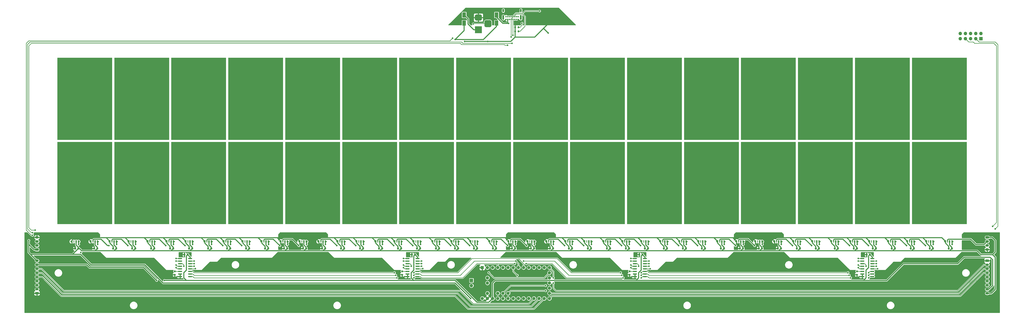
<source format=gbr>
G04 #@! TF.GenerationSoftware,KiCad,Pcbnew,(5.1.7)-1*
G04 #@! TF.CreationDate,2021-02-18T19:25:01-05:00*
G04 #@! TF.ProjectId,OpeNITHM-full,4f70654e-4954-4484-9d2d-66756c6c2e6b,rev?*
G04 #@! TF.SameCoordinates,Original*
G04 #@! TF.FileFunction,Copper,L1,Top*
G04 #@! TF.FilePolarity,Positive*
%FSLAX46Y46*%
G04 Gerber Fmt 4.6, Leading zero omitted, Abs format (unit mm)*
G04 Created by KiCad (PCBNEW (5.1.7)-1) date 2021-02-18 19:25:01*
%MOMM*%
%LPD*%
G01*
G04 APERTURE LIST*
G04 #@! TA.AperFunction,SMDPad,CuDef*
%ADD10C,0.100000*%
G04 #@! TD*
G04 #@! TA.AperFunction,SMDPad,CuDef*
%ADD11R,0.450000X1.200000*%
G04 #@! TD*
G04 #@! TA.AperFunction,SMDPad,CuDef*
%ADD12R,0.700000X1.200000*%
G04 #@! TD*
G04 #@! TA.AperFunction,SMDPad,CuDef*
%ADD13R,1.800000X2.500000*%
G04 #@! TD*
G04 #@! TA.AperFunction,ComponentPad*
%ADD14O,1.700000X1.700000*%
G04 #@! TD*
G04 #@! TA.AperFunction,ComponentPad*
%ADD15R,1.700000X1.700000*%
G04 #@! TD*
G04 #@! TA.AperFunction,ComponentPad*
%ADD16C,1.600000*%
G04 #@! TD*
G04 #@! TA.AperFunction,ComponentPad*
%ADD17R,1.600000X1.600000*%
G04 #@! TD*
G04 #@! TA.AperFunction,ComponentPad*
%ADD18C,0.700000*%
G04 #@! TD*
G04 #@! TA.AperFunction,ComponentPad*
%ADD19O,0.900000X2.400000*%
G04 #@! TD*
G04 #@! TA.AperFunction,ComponentPad*
%ADD20O,0.900000X1.700000*%
G04 #@! TD*
G04 #@! TA.AperFunction,ComponentPad*
%ADD21R,3.500000X3.500000*%
G04 #@! TD*
G04 #@! TA.AperFunction,ComponentPad*
%ADD22O,1.750000X1.200000*%
G04 #@! TD*
G04 #@! TA.AperFunction,ConnectorPad*
%ADD23R,27.000000X40.500000*%
G04 #@! TD*
G04 #@! TA.AperFunction,ViaPad*
%ADD24C,0.800000*%
G04 #@! TD*
G04 #@! TA.AperFunction,Conductor*
%ADD25C,0.508000*%
G04 #@! TD*
G04 #@! TA.AperFunction,Conductor*
%ADD26C,0.250000*%
G04 #@! TD*
G04 #@! TA.AperFunction,Conductor*
%ADD27C,0.254000*%
G04 #@! TD*
G04 #@! TA.AperFunction,Conductor*
%ADD28C,0.100000*%
G04 #@! TD*
G04 APERTURE END LIST*
G04 #@! TA.AperFunction,SMDPad,CuDef*
D10*
G36*
X360766667Y-120850000D02*
G01*
X360316667Y-120850000D01*
X360316667Y-120300000D01*
X360766667Y-120300000D01*
X360766667Y-119900000D01*
X361316667Y-119900000D01*
X361316667Y-121100000D01*
X360766667Y-121100000D01*
X360766667Y-120850000D01*
G37*
G04 #@! TD.AperFunction*
G04 #@! TA.AperFunction,SMDPad,CuDef*
G36*
X363916667Y-119900000D02*
G01*
X364466667Y-119900000D01*
X364466667Y-120300000D01*
X364916667Y-120300000D01*
X364916667Y-120850000D01*
X364466667Y-120850000D01*
X364466667Y-121100000D01*
X363916667Y-121100000D01*
X363916667Y-119900000D01*
G37*
G04 #@! TD.AperFunction*
D11*
X362041667Y-120500000D03*
D12*
X363066667Y-120500000D03*
G04 #@! TA.AperFunction,SMDPad,CuDef*
D10*
G36*
X351433318Y-120850000D02*
G01*
X350983318Y-120850000D01*
X350983318Y-120300000D01*
X351433318Y-120300000D01*
X351433318Y-119900000D01*
X351983318Y-119900000D01*
X351983318Y-121100000D01*
X351433318Y-121100000D01*
X351433318Y-120850000D01*
G37*
G04 #@! TD.AperFunction*
G04 #@! TA.AperFunction,SMDPad,CuDef*
G36*
X354583318Y-119900000D02*
G01*
X355133318Y-119900000D01*
X355133318Y-120300000D01*
X355583318Y-120300000D01*
X355583318Y-120850000D01*
X355133318Y-120850000D01*
X355133318Y-121100000D01*
X354583318Y-121100000D01*
X354583318Y-119900000D01*
G37*
G04 #@! TD.AperFunction*
D11*
X352708318Y-120500000D03*
D12*
X353733318Y-120500000D03*
G04 #@! TA.AperFunction,SMDPad,CuDef*
D10*
G36*
X342099985Y-120850000D02*
G01*
X341649985Y-120850000D01*
X341649985Y-120300000D01*
X342099985Y-120300000D01*
X342099985Y-119900000D01*
X342649985Y-119900000D01*
X342649985Y-121100000D01*
X342099985Y-121100000D01*
X342099985Y-120850000D01*
G37*
G04 #@! TD.AperFunction*
G04 #@! TA.AperFunction,SMDPad,CuDef*
G36*
X345249985Y-119900000D02*
G01*
X345799985Y-119900000D01*
X345799985Y-120300000D01*
X346249985Y-120300000D01*
X346249985Y-120850000D01*
X345799985Y-120850000D01*
X345799985Y-121100000D01*
X345249985Y-121100000D01*
X345249985Y-119900000D01*
G37*
G04 #@! TD.AperFunction*
D11*
X343374985Y-120500000D03*
D12*
X344399985Y-120500000D03*
G04 #@! TA.AperFunction,SMDPad,CuDef*
D10*
G36*
X332766652Y-120850000D02*
G01*
X332316652Y-120850000D01*
X332316652Y-120300000D01*
X332766652Y-120300000D01*
X332766652Y-119900000D01*
X333316652Y-119900000D01*
X333316652Y-121100000D01*
X332766652Y-121100000D01*
X332766652Y-120850000D01*
G37*
G04 #@! TD.AperFunction*
G04 #@! TA.AperFunction,SMDPad,CuDef*
G36*
X335916652Y-119900000D02*
G01*
X336466652Y-119900000D01*
X336466652Y-120300000D01*
X336916652Y-120300000D01*
X336916652Y-120850000D01*
X336466652Y-120850000D01*
X336466652Y-121100000D01*
X335916652Y-121100000D01*
X335916652Y-119900000D01*
G37*
G04 #@! TD.AperFunction*
D11*
X334041652Y-120500000D03*
D12*
X335066652Y-120500000D03*
G04 #@! TA.AperFunction,SMDPad,CuDef*
D10*
G36*
X323433319Y-120850000D02*
G01*
X322983319Y-120850000D01*
X322983319Y-120300000D01*
X323433319Y-120300000D01*
X323433319Y-119900000D01*
X323983319Y-119900000D01*
X323983319Y-121100000D01*
X323433319Y-121100000D01*
X323433319Y-120850000D01*
G37*
G04 #@! TD.AperFunction*
G04 #@! TA.AperFunction,SMDPad,CuDef*
G36*
X326583319Y-119900000D02*
G01*
X327133319Y-119900000D01*
X327133319Y-120300000D01*
X327583319Y-120300000D01*
X327583319Y-120850000D01*
X327133319Y-120850000D01*
X327133319Y-121100000D01*
X326583319Y-121100000D01*
X326583319Y-119900000D01*
G37*
G04 #@! TD.AperFunction*
D11*
X324708319Y-120500000D03*
D12*
X325733319Y-120500000D03*
G04 #@! TA.AperFunction,SMDPad,CuDef*
D10*
G36*
X314099986Y-120850000D02*
G01*
X313649986Y-120850000D01*
X313649986Y-120300000D01*
X314099986Y-120300000D01*
X314099986Y-119900000D01*
X314649986Y-119900000D01*
X314649986Y-121100000D01*
X314099986Y-121100000D01*
X314099986Y-120850000D01*
G37*
G04 #@! TD.AperFunction*
G04 #@! TA.AperFunction,SMDPad,CuDef*
G36*
X317249986Y-119900000D02*
G01*
X317799986Y-119900000D01*
X317799986Y-120300000D01*
X318249986Y-120300000D01*
X318249986Y-120850000D01*
X317799986Y-120850000D01*
X317799986Y-121100000D01*
X317249986Y-121100000D01*
X317249986Y-119900000D01*
G37*
G04 #@! TD.AperFunction*
D11*
X315374986Y-120500000D03*
D12*
X316399986Y-120500000D03*
G04 #@! TA.AperFunction,SMDPad,CuDef*
D10*
G36*
X304766653Y-120850000D02*
G01*
X304316653Y-120850000D01*
X304316653Y-120300000D01*
X304766653Y-120300000D01*
X304766653Y-119900000D01*
X305316653Y-119900000D01*
X305316653Y-121100000D01*
X304766653Y-121100000D01*
X304766653Y-120850000D01*
G37*
G04 #@! TD.AperFunction*
G04 #@! TA.AperFunction,SMDPad,CuDef*
G36*
X307916653Y-119900000D02*
G01*
X308466653Y-119900000D01*
X308466653Y-120300000D01*
X308916653Y-120300000D01*
X308916653Y-120850000D01*
X308466653Y-120850000D01*
X308466653Y-121100000D01*
X307916653Y-121100000D01*
X307916653Y-119900000D01*
G37*
G04 #@! TD.AperFunction*
D11*
X306041653Y-120500000D03*
D12*
X307066653Y-120500000D03*
G04 #@! TA.AperFunction,SMDPad,CuDef*
D10*
G36*
X295433320Y-120850000D02*
G01*
X294983320Y-120850000D01*
X294983320Y-120300000D01*
X295433320Y-120300000D01*
X295433320Y-119900000D01*
X295983320Y-119900000D01*
X295983320Y-121100000D01*
X295433320Y-121100000D01*
X295433320Y-120850000D01*
G37*
G04 #@! TD.AperFunction*
G04 #@! TA.AperFunction,SMDPad,CuDef*
G36*
X298583320Y-119900000D02*
G01*
X299133320Y-119900000D01*
X299133320Y-120300000D01*
X299583320Y-120300000D01*
X299583320Y-120850000D01*
X299133320Y-120850000D01*
X299133320Y-121100000D01*
X298583320Y-121100000D01*
X298583320Y-119900000D01*
G37*
G04 #@! TD.AperFunction*
D11*
X296708320Y-120500000D03*
D12*
X297733320Y-120500000D03*
G04 #@! TA.AperFunction,SMDPad,CuDef*
D10*
G36*
X286099987Y-120850000D02*
G01*
X285649987Y-120850000D01*
X285649987Y-120300000D01*
X286099987Y-120300000D01*
X286099987Y-119900000D01*
X286649987Y-119900000D01*
X286649987Y-121100000D01*
X286099987Y-121100000D01*
X286099987Y-120850000D01*
G37*
G04 #@! TD.AperFunction*
G04 #@! TA.AperFunction,SMDPad,CuDef*
G36*
X289249987Y-119900000D02*
G01*
X289799987Y-119900000D01*
X289799987Y-120300000D01*
X290249987Y-120300000D01*
X290249987Y-120850000D01*
X289799987Y-120850000D01*
X289799987Y-121100000D01*
X289249987Y-121100000D01*
X289249987Y-119900000D01*
G37*
G04 #@! TD.AperFunction*
D11*
X287374987Y-120500000D03*
D12*
X288399987Y-120500000D03*
G04 #@! TA.AperFunction,SMDPad,CuDef*
D10*
G36*
X276766654Y-120850000D02*
G01*
X276316654Y-120850000D01*
X276316654Y-120300000D01*
X276766654Y-120300000D01*
X276766654Y-119900000D01*
X277316654Y-119900000D01*
X277316654Y-121100000D01*
X276766654Y-121100000D01*
X276766654Y-120850000D01*
G37*
G04 #@! TD.AperFunction*
G04 #@! TA.AperFunction,SMDPad,CuDef*
G36*
X279916654Y-119900000D02*
G01*
X280466654Y-119900000D01*
X280466654Y-120300000D01*
X280916654Y-120300000D01*
X280916654Y-120850000D01*
X280466654Y-120850000D01*
X280466654Y-121100000D01*
X279916654Y-121100000D01*
X279916654Y-119900000D01*
G37*
G04 #@! TD.AperFunction*
D11*
X278041654Y-120500000D03*
D12*
X279066654Y-120500000D03*
G04 #@! TA.AperFunction,SMDPad,CuDef*
D10*
G36*
X267433321Y-120850000D02*
G01*
X266983321Y-120850000D01*
X266983321Y-120300000D01*
X267433321Y-120300000D01*
X267433321Y-119900000D01*
X267983321Y-119900000D01*
X267983321Y-121100000D01*
X267433321Y-121100000D01*
X267433321Y-120850000D01*
G37*
G04 #@! TD.AperFunction*
G04 #@! TA.AperFunction,SMDPad,CuDef*
G36*
X270583321Y-119900000D02*
G01*
X271133321Y-119900000D01*
X271133321Y-120300000D01*
X271583321Y-120300000D01*
X271583321Y-120850000D01*
X271133321Y-120850000D01*
X271133321Y-121100000D01*
X270583321Y-121100000D01*
X270583321Y-119900000D01*
G37*
G04 #@! TD.AperFunction*
D11*
X268708321Y-120500000D03*
D12*
X269733321Y-120500000D03*
G04 #@! TA.AperFunction,SMDPad,CuDef*
D10*
G36*
X258099988Y-120850000D02*
G01*
X257649988Y-120850000D01*
X257649988Y-120300000D01*
X258099988Y-120300000D01*
X258099988Y-119900000D01*
X258649988Y-119900000D01*
X258649988Y-121100000D01*
X258099988Y-121100000D01*
X258099988Y-120850000D01*
G37*
G04 #@! TD.AperFunction*
G04 #@! TA.AperFunction,SMDPad,CuDef*
G36*
X261249988Y-119900000D02*
G01*
X261799988Y-119900000D01*
X261799988Y-120300000D01*
X262249988Y-120300000D01*
X262249988Y-120850000D01*
X261799988Y-120850000D01*
X261799988Y-121100000D01*
X261249988Y-121100000D01*
X261249988Y-119900000D01*
G37*
G04 #@! TD.AperFunction*
D11*
X259374988Y-120500000D03*
D12*
X260399988Y-120500000D03*
G04 #@! TA.AperFunction,SMDPad,CuDef*
D10*
G36*
X248766655Y-120850000D02*
G01*
X248316655Y-120850000D01*
X248316655Y-120300000D01*
X248766655Y-120300000D01*
X248766655Y-119900000D01*
X249316655Y-119900000D01*
X249316655Y-121100000D01*
X248766655Y-121100000D01*
X248766655Y-120850000D01*
G37*
G04 #@! TD.AperFunction*
G04 #@! TA.AperFunction,SMDPad,CuDef*
G36*
X251916655Y-119900000D02*
G01*
X252466655Y-119900000D01*
X252466655Y-120300000D01*
X252916655Y-120300000D01*
X252916655Y-120850000D01*
X252466655Y-120850000D01*
X252466655Y-121100000D01*
X251916655Y-121100000D01*
X251916655Y-119900000D01*
G37*
G04 #@! TD.AperFunction*
D11*
X250041655Y-120500000D03*
D12*
X251066655Y-120500000D03*
G04 #@! TA.AperFunction,SMDPad,CuDef*
D10*
G36*
X239433322Y-120850000D02*
G01*
X238983322Y-120850000D01*
X238983322Y-120300000D01*
X239433322Y-120300000D01*
X239433322Y-119900000D01*
X239983322Y-119900000D01*
X239983322Y-121100000D01*
X239433322Y-121100000D01*
X239433322Y-120850000D01*
G37*
G04 #@! TD.AperFunction*
G04 #@! TA.AperFunction,SMDPad,CuDef*
G36*
X242583322Y-119900000D02*
G01*
X243133322Y-119900000D01*
X243133322Y-120300000D01*
X243583322Y-120300000D01*
X243583322Y-120850000D01*
X243133322Y-120850000D01*
X243133322Y-121100000D01*
X242583322Y-121100000D01*
X242583322Y-119900000D01*
G37*
G04 #@! TD.AperFunction*
D11*
X240708322Y-120500000D03*
D12*
X241733322Y-120500000D03*
G04 #@! TA.AperFunction,SMDPad,CuDef*
D10*
G36*
X230099989Y-120850000D02*
G01*
X229649989Y-120850000D01*
X229649989Y-120300000D01*
X230099989Y-120300000D01*
X230099989Y-119900000D01*
X230649989Y-119900000D01*
X230649989Y-121100000D01*
X230099989Y-121100000D01*
X230099989Y-120850000D01*
G37*
G04 #@! TD.AperFunction*
G04 #@! TA.AperFunction,SMDPad,CuDef*
G36*
X233249989Y-119900000D02*
G01*
X233799989Y-119900000D01*
X233799989Y-120300000D01*
X234249989Y-120300000D01*
X234249989Y-120850000D01*
X233799989Y-120850000D01*
X233799989Y-121100000D01*
X233249989Y-121100000D01*
X233249989Y-119900000D01*
G37*
G04 #@! TD.AperFunction*
D11*
X231374989Y-120500000D03*
D12*
X232399989Y-120500000D03*
G04 #@! TA.AperFunction,SMDPad,CuDef*
D10*
G36*
X220766656Y-120850000D02*
G01*
X220316656Y-120850000D01*
X220316656Y-120300000D01*
X220766656Y-120300000D01*
X220766656Y-119900000D01*
X221316656Y-119900000D01*
X221316656Y-121100000D01*
X220766656Y-121100000D01*
X220766656Y-120850000D01*
G37*
G04 #@! TD.AperFunction*
G04 #@! TA.AperFunction,SMDPad,CuDef*
G36*
X223916656Y-119900000D02*
G01*
X224466656Y-119900000D01*
X224466656Y-120300000D01*
X224916656Y-120300000D01*
X224916656Y-120850000D01*
X224466656Y-120850000D01*
X224466656Y-121100000D01*
X223916656Y-121100000D01*
X223916656Y-119900000D01*
G37*
G04 #@! TD.AperFunction*
D11*
X222041656Y-120500000D03*
D12*
X223066656Y-120500000D03*
G04 #@! TA.AperFunction,SMDPad,CuDef*
D10*
G36*
X211433323Y-120850000D02*
G01*
X210983323Y-120850000D01*
X210983323Y-120300000D01*
X211433323Y-120300000D01*
X211433323Y-119900000D01*
X211983323Y-119900000D01*
X211983323Y-121100000D01*
X211433323Y-121100000D01*
X211433323Y-120850000D01*
G37*
G04 #@! TD.AperFunction*
G04 #@! TA.AperFunction,SMDPad,CuDef*
G36*
X214583323Y-119900000D02*
G01*
X215133323Y-119900000D01*
X215133323Y-120300000D01*
X215583323Y-120300000D01*
X215583323Y-120850000D01*
X215133323Y-120850000D01*
X215133323Y-121100000D01*
X214583323Y-121100000D01*
X214583323Y-119900000D01*
G37*
G04 #@! TD.AperFunction*
D11*
X212708323Y-120500000D03*
D12*
X213733323Y-120500000D03*
G04 #@! TA.AperFunction,SMDPad,CuDef*
D10*
G36*
X202099990Y-120850000D02*
G01*
X201649990Y-120850000D01*
X201649990Y-120300000D01*
X202099990Y-120300000D01*
X202099990Y-119900000D01*
X202649990Y-119900000D01*
X202649990Y-121100000D01*
X202099990Y-121100000D01*
X202099990Y-120850000D01*
G37*
G04 #@! TD.AperFunction*
G04 #@! TA.AperFunction,SMDPad,CuDef*
G36*
X205249990Y-119900000D02*
G01*
X205799990Y-119900000D01*
X205799990Y-120300000D01*
X206249990Y-120300000D01*
X206249990Y-120850000D01*
X205799990Y-120850000D01*
X205799990Y-121100000D01*
X205249990Y-121100000D01*
X205249990Y-119900000D01*
G37*
G04 #@! TD.AperFunction*
D11*
X203374990Y-120500000D03*
D12*
X204399990Y-120500000D03*
G04 #@! TA.AperFunction,SMDPad,CuDef*
D10*
G36*
X192766657Y-120850000D02*
G01*
X192316657Y-120850000D01*
X192316657Y-120300000D01*
X192766657Y-120300000D01*
X192766657Y-119900000D01*
X193316657Y-119900000D01*
X193316657Y-121100000D01*
X192766657Y-121100000D01*
X192766657Y-120850000D01*
G37*
G04 #@! TD.AperFunction*
G04 #@! TA.AperFunction,SMDPad,CuDef*
G36*
X195916657Y-119900000D02*
G01*
X196466657Y-119900000D01*
X196466657Y-120300000D01*
X196916657Y-120300000D01*
X196916657Y-120850000D01*
X196466657Y-120850000D01*
X196466657Y-121100000D01*
X195916657Y-121100000D01*
X195916657Y-119900000D01*
G37*
G04 #@! TD.AperFunction*
D11*
X194041657Y-120500000D03*
D12*
X195066657Y-120500000D03*
G04 #@! TA.AperFunction,SMDPad,CuDef*
D10*
G36*
X183433324Y-120850000D02*
G01*
X182983324Y-120850000D01*
X182983324Y-120300000D01*
X183433324Y-120300000D01*
X183433324Y-119900000D01*
X183983324Y-119900000D01*
X183983324Y-121100000D01*
X183433324Y-121100000D01*
X183433324Y-120850000D01*
G37*
G04 #@! TD.AperFunction*
G04 #@! TA.AperFunction,SMDPad,CuDef*
G36*
X186583324Y-119900000D02*
G01*
X187133324Y-119900000D01*
X187133324Y-120300000D01*
X187583324Y-120300000D01*
X187583324Y-120850000D01*
X187133324Y-120850000D01*
X187133324Y-121100000D01*
X186583324Y-121100000D01*
X186583324Y-119900000D01*
G37*
G04 #@! TD.AperFunction*
D11*
X184708324Y-120500000D03*
D12*
X185733324Y-120500000D03*
G04 #@! TA.AperFunction,SMDPad,CuDef*
D10*
G36*
X174099991Y-120850000D02*
G01*
X173649991Y-120850000D01*
X173649991Y-120300000D01*
X174099991Y-120300000D01*
X174099991Y-119900000D01*
X174649991Y-119900000D01*
X174649991Y-121100000D01*
X174099991Y-121100000D01*
X174099991Y-120850000D01*
G37*
G04 #@! TD.AperFunction*
G04 #@! TA.AperFunction,SMDPad,CuDef*
G36*
X177249991Y-119900000D02*
G01*
X177799991Y-119900000D01*
X177799991Y-120300000D01*
X178249991Y-120300000D01*
X178249991Y-120850000D01*
X177799991Y-120850000D01*
X177799991Y-121100000D01*
X177249991Y-121100000D01*
X177249991Y-119900000D01*
G37*
G04 #@! TD.AperFunction*
D11*
X175374991Y-120500000D03*
D12*
X176399991Y-120500000D03*
G04 #@! TA.AperFunction,SMDPad,CuDef*
D10*
G36*
X164766658Y-120850000D02*
G01*
X164316658Y-120850000D01*
X164316658Y-120300000D01*
X164766658Y-120300000D01*
X164766658Y-119900000D01*
X165316658Y-119900000D01*
X165316658Y-121100000D01*
X164766658Y-121100000D01*
X164766658Y-120850000D01*
G37*
G04 #@! TD.AperFunction*
G04 #@! TA.AperFunction,SMDPad,CuDef*
G36*
X167916658Y-119900000D02*
G01*
X168466658Y-119900000D01*
X168466658Y-120300000D01*
X168916658Y-120300000D01*
X168916658Y-120850000D01*
X168466658Y-120850000D01*
X168466658Y-121100000D01*
X167916658Y-121100000D01*
X167916658Y-119900000D01*
G37*
G04 #@! TD.AperFunction*
D11*
X166041658Y-120500000D03*
D12*
X167066658Y-120500000D03*
G04 #@! TA.AperFunction,SMDPad,CuDef*
D10*
G36*
X155433325Y-120850000D02*
G01*
X154983325Y-120850000D01*
X154983325Y-120300000D01*
X155433325Y-120300000D01*
X155433325Y-119900000D01*
X155983325Y-119900000D01*
X155983325Y-121100000D01*
X155433325Y-121100000D01*
X155433325Y-120850000D01*
G37*
G04 #@! TD.AperFunction*
G04 #@! TA.AperFunction,SMDPad,CuDef*
G36*
X158583325Y-119900000D02*
G01*
X159133325Y-119900000D01*
X159133325Y-120300000D01*
X159583325Y-120300000D01*
X159583325Y-120850000D01*
X159133325Y-120850000D01*
X159133325Y-121100000D01*
X158583325Y-121100000D01*
X158583325Y-119900000D01*
G37*
G04 #@! TD.AperFunction*
D11*
X156708325Y-120500000D03*
D12*
X157733325Y-120500000D03*
G04 #@! TA.AperFunction,SMDPad,CuDef*
D10*
G36*
X146099992Y-120850000D02*
G01*
X145649992Y-120850000D01*
X145649992Y-120300000D01*
X146099992Y-120300000D01*
X146099992Y-119900000D01*
X146649992Y-119900000D01*
X146649992Y-121100000D01*
X146099992Y-121100000D01*
X146099992Y-120850000D01*
G37*
G04 #@! TD.AperFunction*
G04 #@! TA.AperFunction,SMDPad,CuDef*
G36*
X149249992Y-119900000D02*
G01*
X149799992Y-119900000D01*
X149799992Y-120300000D01*
X150249992Y-120300000D01*
X150249992Y-120850000D01*
X149799992Y-120850000D01*
X149799992Y-121100000D01*
X149249992Y-121100000D01*
X149249992Y-119900000D01*
G37*
G04 #@! TD.AperFunction*
D11*
X147374992Y-120500000D03*
D12*
X148399992Y-120500000D03*
G04 #@! TA.AperFunction,SMDPad,CuDef*
D10*
G36*
X136766659Y-120850000D02*
G01*
X136316659Y-120850000D01*
X136316659Y-120300000D01*
X136766659Y-120300000D01*
X136766659Y-119900000D01*
X137316659Y-119900000D01*
X137316659Y-121100000D01*
X136766659Y-121100000D01*
X136766659Y-120850000D01*
G37*
G04 #@! TD.AperFunction*
G04 #@! TA.AperFunction,SMDPad,CuDef*
G36*
X139916659Y-119900000D02*
G01*
X140466659Y-119900000D01*
X140466659Y-120300000D01*
X140916659Y-120300000D01*
X140916659Y-120850000D01*
X140466659Y-120850000D01*
X140466659Y-121100000D01*
X139916659Y-121100000D01*
X139916659Y-119900000D01*
G37*
G04 #@! TD.AperFunction*
D11*
X138041659Y-120500000D03*
D12*
X139066659Y-120500000D03*
G04 #@! TA.AperFunction,SMDPad,CuDef*
D10*
G36*
X127433326Y-120850000D02*
G01*
X126983326Y-120850000D01*
X126983326Y-120300000D01*
X127433326Y-120300000D01*
X127433326Y-119900000D01*
X127983326Y-119900000D01*
X127983326Y-121100000D01*
X127433326Y-121100000D01*
X127433326Y-120850000D01*
G37*
G04 #@! TD.AperFunction*
G04 #@! TA.AperFunction,SMDPad,CuDef*
G36*
X130583326Y-119900000D02*
G01*
X131133326Y-119900000D01*
X131133326Y-120300000D01*
X131583326Y-120300000D01*
X131583326Y-120850000D01*
X131133326Y-120850000D01*
X131133326Y-121100000D01*
X130583326Y-121100000D01*
X130583326Y-119900000D01*
G37*
G04 #@! TD.AperFunction*
D11*
X128708326Y-120500000D03*
D12*
X129733326Y-120500000D03*
G04 #@! TA.AperFunction,SMDPad,CuDef*
D10*
G36*
X118099993Y-120850000D02*
G01*
X117649993Y-120850000D01*
X117649993Y-120300000D01*
X118099993Y-120300000D01*
X118099993Y-119900000D01*
X118649993Y-119900000D01*
X118649993Y-121100000D01*
X118099993Y-121100000D01*
X118099993Y-120850000D01*
G37*
G04 #@! TD.AperFunction*
G04 #@! TA.AperFunction,SMDPad,CuDef*
G36*
X121249993Y-119900000D02*
G01*
X121799993Y-119900000D01*
X121799993Y-120300000D01*
X122249993Y-120300000D01*
X122249993Y-120850000D01*
X121799993Y-120850000D01*
X121799993Y-121100000D01*
X121249993Y-121100000D01*
X121249993Y-119900000D01*
G37*
G04 #@! TD.AperFunction*
D11*
X119374993Y-120500000D03*
D12*
X120399993Y-120500000D03*
G04 #@! TA.AperFunction,SMDPad,CuDef*
D10*
G36*
X108766660Y-120850000D02*
G01*
X108316660Y-120850000D01*
X108316660Y-120300000D01*
X108766660Y-120300000D01*
X108766660Y-119900000D01*
X109316660Y-119900000D01*
X109316660Y-121100000D01*
X108766660Y-121100000D01*
X108766660Y-120850000D01*
G37*
G04 #@! TD.AperFunction*
G04 #@! TA.AperFunction,SMDPad,CuDef*
G36*
X111916660Y-119900000D02*
G01*
X112466660Y-119900000D01*
X112466660Y-120300000D01*
X112916660Y-120300000D01*
X112916660Y-120850000D01*
X112466660Y-120850000D01*
X112466660Y-121100000D01*
X111916660Y-121100000D01*
X111916660Y-119900000D01*
G37*
G04 #@! TD.AperFunction*
D11*
X110041660Y-120500000D03*
D12*
X111066660Y-120500000D03*
G04 #@! TA.AperFunction,SMDPad,CuDef*
D10*
G36*
X99433327Y-120850000D02*
G01*
X98983327Y-120850000D01*
X98983327Y-120300000D01*
X99433327Y-120300000D01*
X99433327Y-119900000D01*
X99983327Y-119900000D01*
X99983327Y-121100000D01*
X99433327Y-121100000D01*
X99433327Y-120850000D01*
G37*
G04 #@! TD.AperFunction*
G04 #@! TA.AperFunction,SMDPad,CuDef*
G36*
X102583327Y-119900000D02*
G01*
X103133327Y-119900000D01*
X103133327Y-120300000D01*
X103583327Y-120300000D01*
X103583327Y-120850000D01*
X103133327Y-120850000D01*
X103133327Y-121100000D01*
X102583327Y-121100000D01*
X102583327Y-119900000D01*
G37*
G04 #@! TD.AperFunction*
D11*
X100708327Y-120500000D03*
D12*
X101733327Y-120500000D03*
G04 #@! TA.AperFunction,SMDPad,CuDef*
D10*
G36*
X90099994Y-120850000D02*
G01*
X89649994Y-120850000D01*
X89649994Y-120300000D01*
X90099994Y-120300000D01*
X90099994Y-119900000D01*
X90649994Y-119900000D01*
X90649994Y-121100000D01*
X90099994Y-121100000D01*
X90099994Y-120850000D01*
G37*
G04 #@! TD.AperFunction*
G04 #@! TA.AperFunction,SMDPad,CuDef*
G36*
X93249994Y-119900000D02*
G01*
X93799994Y-119900000D01*
X93799994Y-120300000D01*
X94249994Y-120300000D01*
X94249994Y-120850000D01*
X93799994Y-120850000D01*
X93799994Y-121100000D01*
X93249994Y-121100000D01*
X93249994Y-119900000D01*
G37*
G04 #@! TD.AperFunction*
D11*
X91374994Y-120500000D03*
D12*
X92399994Y-120500000D03*
G04 #@! TA.AperFunction,SMDPad,CuDef*
D10*
G36*
X80766661Y-120850000D02*
G01*
X80316661Y-120850000D01*
X80316661Y-120300000D01*
X80766661Y-120300000D01*
X80766661Y-119900000D01*
X81316661Y-119900000D01*
X81316661Y-121100000D01*
X80766661Y-121100000D01*
X80766661Y-120850000D01*
G37*
G04 #@! TD.AperFunction*
G04 #@! TA.AperFunction,SMDPad,CuDef*
G36*
X83916661Y-119900000D02*
G01*
X84466661Y-119900000D01*
X84466661Y-120300000D01*
X84916661Y-120300000D01*
X84916661Y-120850000D01*
X84466661Y-120850000D01*
X84466661Y-121100000D01*
X83916661Y-121100000D01*
X83916661Y-119900000D01*
G37*
G04 #@! TD.AperFunction*
D11*
X82041661Y-120500000D03*
D12*
X83066661Y-120500000D03*
G04 #@! TA.AperFunction,SMDPad,CuDef*
D10*
G36*
X71433328Y-120850000D02*
G01*
X70983328Y-120850000D01*
X70983328Y-120300000D01*
X71433328Y-120300000D01*
X71433328Y-119900000D01*
X71983328Y-119900000D01*
X71983328Y-121100000D01*
X71433328Y-121100000D01*
X71433328Y-120850000D01*
G37*
G04 #@! TD.AperFunction*
G04 #@! TA.AperFunction,SMDPad,CuDef*
G36*
X74583328Y-119900000D02*
G01*
X75133328Y-119900000D01*
X75133328Y-120300000D01*
X75583328Y-120300000D01*
X75583328Y-120850000D01*
X75133328Y-120850000D01*
X75133328Y-121100000D01*
X74583328Y-121100000D01*
X74583328Y-119900000D01*
G37*
G04 #@! TD.AperFunction*
D11*
X72708328Y-120500000D03*
D12*
X73733328Y-120500000D03*
G04 #@! TA.AperFunction,SMDPad,CuDef*
D10*
G36*
X62099995Y-120850000D02*
G01*
X61649995Y-120850000D01*
X61649995Y-120300000D01*
X62099995Y-120300000D01*
X62099995Y-119900000D01*
X62649995Y-119900000D01*
X62649995Y-121100000D01*
X62099995Y-121100000D01*
X62099995Y-120850000D01*
G37*
G04 #@! TD.AperFunction*
G04 #@! TA.AperFunction,SMDPad,CuDef*
G36*
X65249995Y-119900000D02*
G01*
X65799995Y-119900000D01*
X65799995Y-120300000D01*
X66249995Y-120300000D01*
X66249995Y-120850000D01*
X65799995Y-120850000D01*
X65799995Y-121100000D01*
X65249995Y-121100000D01*
X65249995Y-119900000D01*
G37*
G04 #@! TD.AperFunction*
D11*
X63374995Y-120500000D03*
D12*
X64399995Y-120500000D03*
G04 #@! TA.AperFunction,SMDPad,CuDef*
D10*
G36*
X52766662Y-120850000D02*
G01*
X52316662Y-120850000D01*
X52316662Y-120300000D01*
X52766662Y-120300000D01*
X52766662Y-119900000D01*
X53316662Y-119900000D01*
X53316662Y-121100000D01*
X52766662Y-121100000D01*
X52766662Y-120850000D01*
G37*
G04 #@! TD.AperFunction*
G04 #@! TA.AperFunction,SMDPad,CuDef*
G36*
X55916662Y-119900000D02*
G01*
X56466662Y-119900000D01*
X56466662Y-120300000D01*
X56916662Y-120300000D01*
X56916662Y-120850000D01*
X56466662Y-120850000D01*
X56466662Y-121100000D01*
X55916662Y-121100000D01*
X55916662Y-119900000D01*
G37*
G04 #@! TD.AperFunction*
D11*
X54041662Y-120500000D03*
D12*
X55066662Y-120500000D03*
G04 #@! TA.AperFunction,SMDPad,CuDef*
D10*
G36*
X43433329Y-120850000D02*
G01*
X42983329Y-120850000D01*
X42983329Y-120300000D01*
X43433329Y-120300000D01*
X43433329Y-119900000D01*
X43983329Y-119900000D01*
X43983329Y-121100000D01*
X43433329Y-121100000D01*
X43433329Y-120850000D01*
G37*
G04 #@! TD.AperFunction*
G04 #@! TA.AperFunction,SMDPad,CuDef*
G36*
X46583329Y-119900000D02*
G01*
X47133329Y-119900000D01*
X47133329Y-120300000D01*
X47583329Y-120300000D01*
X47583329Y-120850000D01*
X47133329Y-120850000D01*
X47133329Y-121100000D01*
X46583329Y-121100000D01*
X46583329Y-119900000D01*
G37*
G04 #@! TD.AperFunction*
D11*
X44708329Y-120500000D03*
D12*
X45733329Y-120500000D03*
G04 #@! TA.AperFunction,SMDPad,CuDef*
D10*
G36*
X34099996Y-120850000D02*
G01*
X33649996Y-120850000D01*
X33649996Y-120300000D01*
X34099996Y-120300000D01*
X34099996Y-119900000D01*
X34649996Y-119900000D01*
X34649996Y-121100000D01*
X34099996Y-121100000D01*
X34099996Y-120850000D01*
G37*
G04 #@! TD.AperFunction*
G04 #@! TA.AperFunction,SMDPad,CuDef*
G36*
X37249996Y-119900000D02*
G01*
X37799996Y-119900000D01*
X37799996Y-120300000D01*
X38249996Y-120300000D01*
X38249996Y-120850000D01*
X37799996Y-120850000D01*
X37799996Y-121100000D01*
X37249996Y-121100000D01*
X37249996Y-119900000D01*
G37*
G04 #@! TD.AperFunction*
D11*
X35374996Y-120500000D03*
D12*
X36399996Y-120500000D03*
G04 #@! TA.AperFunction,SMDPad,CuDef*
D10*
G36*
X24766663Y-120850000D02*
G01*
X24316663Y-120850000D01*
X24316663Y-120300000D01*
X24766663Y-120300000D01*
X24766663Y-119900000D01*
X25316663Y-119900000D01*
X25316663Y-121100000D01*
X24766663Y-121100000D01*
X24766663Y-120850000D01*
G37*
G04 #@! TD.AperFunction*
G04 #@! TA.AperFunction,SMDPad,CuDef*
G36*
X27916663Y-119900000D02*
G01*
X28466663Y-119900000D01*
X28466663Y-120300000D01*
X28916663Y-120300000D01*
X28916663Y-120850000D01*
X28466663Y-120850000D01*
X28466663Y-121100000D01*
X27916663Y-121100000D01*
X27916663Y-119900000D01*
G37*
G04 #@! TD.AperFunction*
D11*
X26041663Y-120500000D03*
D12*
X27066663Y-120500000D03*
G04 #@! TA.AperFunction,SMDPad,CuDef*
D10*
G36*
X15433330Y-120850000D02*
G01*
X14983330Y-120850000D01*
X14983330Y-120300000D01*
X15433330Y-120300000D01*
X15433330Y-119900000D01*
X15983330Y-119900000D01*
X15983330Y-121100000D01*
X15433330Y-121100000D01*
X15433330Y-120850000D01*
G37*
G04 #@! TD.AperFunction*
G04 #@! TA.AperFunction,SMDPad,CuDef*
G36*
X18583330Y-119900000D02*
G01*
X19133330Y-119900000D01*
X19133330Y-120300000D01*
X19583330Y-120300000D01*
X19583330Y-120850000D01*
X19133330Y-120850000D01*
X19133330Y-121100000D01*
X18583330Y-121100000D01*
X18583330Y-119900000D01*
G37*
G04 #@! TD.AperFunction*
D11*
X16708330Y-120500000D03*
D12*
X17733330Y-120500000D03*
G04 #@! TA.AperFunction,SMDPad,CuDef*
D10*
G36*
X6099997Y-120850000D02*
G01*
X5649997Y-120850000D01*
X5649997Y-120300000D01*
X6099997Y-120300000D01*
X6099997Y-119900000D01*
X6649997Y-119900000D01*
X6649997Y-121100000D01*
X6099997Y-121100000D01*
X6099997Y-120850000D01*
G37*
G04 #@! TD.AperFunction*
G04 #@! TA.AperFunction,SMDPad,CuDef*
G36*
X9249997Y-119900000D02*
G01*
X9799997Y-119900000D01*
X9799997Y-120300000D01*
X10249997Y-120300000D01*
X10249997Y-120850000D01*
X9799997Y-120850000D01*
X9799997Y-121100000D01*
X9249997Y-121100000D01*
X9249997Y-119900000D01*
G37*
G04 #@! TD.AperFunction*
D11*
X7374997Y-120500000D03*
D12*
X8399997Y-120500000D03*
G04 #@! TA.AperFunction,SMDPad,CuDef*
D10*
G36*
X-3233336Y-120850000D02*
G01*
X-3683336Y-120850000D01*
X-3683336Y-120300000D01*
X-3233336Y-120300000D01*
X-3233336Y-119900000D01*
X-2683336Y-119900000D01*
X-2683336Y-121100000D01*
X-3233336Y-121100000D01*
X-3233336Y-120850000D01*
G37*
G04 #@! TD.AperFunction*
G04 #@! TA.AperFunction,SMDPad,CuDef*
G36*
X-83336Y-119900000D02*
G01*
X466664Y-119900000D01*
X466664Y-120300000D01*
X916664Y-120300000D01*
X916664Y-120850000D01*
X466664Y-120850000D01*
X466664Y-121100000D01*
X-83336Y-121100000D01*
X-83336Y-119900000D01*
G37*
G04 #@! TD.AperFunction*
D11*
X-1958336Y-120500000D03*
D12*
X-933336Y-120500000D03*
G04 #@! TA.AperFunction,SMDPad,CuDef*
D10*
G36*
X-12566669Y-120850000D02*
G01*
X-13016669Y-120850000D01*
X-13016669Y-120300000D01*
X-12566669Y-120300000D01*
X-12566669Y-119900000D01*
X-12016669Y-119900000D01*
X-12016669Y-121100000D01*
X-12566669Y-121100000D01*
X-12566669Y-120850000D01*
G37*
G04 #@! TD.AperFunction*
G04 #@! TA.AperFunction,SMDPad,CuDef*
G36*
X-9416669Y-119900000D02*
G01*
X-8866669Y-119900000D01*
X-8866669Y-120300000D01*
X-8416669Y-120300000D01*
X-8416669Y-120850000D01*
X-8866669Y-120850000D01*
X-8866669Y-121100000D01*
X-9416669Y-121100000D01*
X-9416669Y-119900000D01*
G37*
G04 #@! TD.AperFunction*
D11*
X-11291669Y-120500000D03*
D12*
X-10266669Y-120500000D03*
G04 #@! TA.AperFunction,SMDPad,CuDef*
D10*
G36*
X-21900002Y-120850000D02*
G01*
X-22350002Y-120850000D01*
X-22350002Y-120300000D01*
X-21900002Y-120300000D01*
X-21900002Y-119900000D01*
X-21350002Y-119900000D01*
X-21350002Y-121100000D01*
X-21900002Y-121100000D01*
X-21900002Y-120850000D01*
G37*
G04 #@! TD.AperFunction*
G04 #@! TA.AperFunction,SMDPad,CuDef*
G36*
X-18750002Y-119900000D02*
G01*
X-18200002Y-119900000D01*
X-18200002Y-120300000D01*
X-17750002Y-120300000D01*
X-17750002Y-120850000D01*
X-18200002Y-120850000D01*
X-18200002Y-121100000D01*
X-18750002Y-121100000D01*
X-18750002Y-119900000D01*
G37*
G04 #@! TD.AperFunction*
D11*
X-20625002Y-120500000D03*
D12*
X-19600002Y-120500000D03*
G04 #@! TA.AperFunction,SMDPad,CuDef*
D10*
G36*
X-31233335Y-120850000D02*
G01*
X-31683335Y-120850000D01*
X-31683335Y-120300000D01*
X-31233335Y-120300000D01*
X-31233335Y-119900000D01*
X-30683335Y-119900000D01*
X-30683335Y-121100000D01*
X-31233335Y-121100000D01*
X-31233335Y-120850000D01*
G37*
G04 #@! TD.AperFunction*
G04 #@! TA.AperFunction,SMDPad,CuDef*
G36*
X-28083335Y-119900000D02*
G01*
X-27533335Y-119900000D01*
X-27533335Y-120300000D01*
X-27083335Y-120300000D01*
X-27083335Y-120850000D01*
X-27533335Y-120850000D01*
X-27533335Y-121100000D01*
X-28083335Y-121100000D01*
X-28083335Y-119900000D01*
G37*
G04 #@! TD.AperFunction*
D11*
X-29958335Y-120500000D03*
D12*
X-28933335Y-120500000D03*
G04 #@! TA.AperFunction,SMDPad,CuDef*
D10*
G36*
X-40566668Y-120850000D02*
G01*
X-41016668Y-120850000D01*
X-41016668Y-120300000D01*
X-40566668Y-120300000D01*
X-40566668Y-119900000D01*
X-40016668Y-119900000D01*
X-40016668Y-121100000D01*
X-40566668Y-121100000D01*
X-40566668Y-120850000D01*
G37*
G04 #@! TD.AperFunction*
G04 #@! TA.AperFunction,SMDPad,CuDef*
G36*
X-37416668Y-119900000D02*
G01*
X-36866668Y-119900000D01*
X-36866668Y-120300000D01*
X-36416668Y-120300000D01*
X-36416668Y-120850000D01*
X-36866668Y-120850000D01*
X-36866668Y-121100000D01*
X-37416668Y-121100000D01*
X-37416668Y-119900000D01*
G37*
G04 #@! TD.AperFunction*
D11*
X-39291668Y-120500000D03*
D12*
X-38266668Y-120500000D03*
G04 #@! TA.AperFunction,SMDPad,CuDef*
D10*
G36*
X-49900001Y-120850000D02*
G01*
X-50350001Y-120850000D01*
X-50350001Y-120300000D01*
X-49900001Y-120300000D01*
X-49900001Y-119900000D01*
X-49350001Y-119900000D01*
X-49350001Y-121100000D01*
X-49900001Y-121100000D01*
X-49900001Y-120850000D01*
G37*
G04 #@! TD.AperFunction*
G04 #@! TA.AperFunction,SMDPad,CuDef*
G36*
X-46750001Y-119900000D02*
G01*
X-46200001Y-119900000D01*
X-46200001Y-120300000D01*
X-45750001Y-120300000D01*
X-45750001Y-120850000D01*
X-46200001Y-120850000D01*
X-46200001Y-121100000D01*
X-46750001Y-121100000D01*
X-46750001Y-119900000D01*
G37*
G04 #@! TD.AperFunction*
D11*
X-48625001Y-120500000D03*
D12*
X-47600001Y-120500000D03*
G04 #@! TA.AperFunction,SMDPad,CuDef*
D10*
G36*
X-59233334Y-120850000D02*
G01*
X-59683334Y-120850000D01*
X-59683334Y-120300000D01*
X-59233334Y-120300000D01*
X-59233334Y-119900000D01*
X-58683334Y-119900000D01*
X-58683334Y-121100000D01*
X-59233334Y-121100000D01*
X-59233334Y-120850000D01*
G37*
G04 #@! TD.AperFunction*
G04 #@! TA.AperFunction,SMDPad,CuDef*
G36*
X-56083334Y-119900000D02*
G01*
X-55533334Y-119900000D01*
X-55533334Y-120300000D01*
X-55083334Y-120300000D01*
X-55083334Y-120850000D01*
X-55533334Y-120850000D01*
X-55533334Y-121100000D01*
X-56083334Y-121100000D01*
X-56083334Y-119900000D01*
G37*
G04 #@! TD.AperFunction*
D11*
X-57958334Y-120500000D03*
D12*
X-56933334Y-120500000D03*
G04 #@! TA.AperFunction,SMDPad,CuDef*
D10*
G36*
X-68566667Y-120850000D02*
G01*
X-69016667Y-120850000D01*
X-69016667Y-120300000D01*
X-68566667Y-120300000D01*
X-68566667Y-119900000D01*
X-68016667Y-119900000D01*
X-68016667Y-121100000D01*
X-68566667Y-121100000D01*
X-68566667Y-120850000D01*
G37*
G04 #@! TD.AperFunction*
G04 #@! TA.AperFunction,SMDPad,CuDef*
G36*
X-65416667Y-119900000D02*
G01*
X-64866667Y-119900000D01*
X-64866667Y-120300000D01*
X-64416667Y-120300000D01*
X-64416667Y-120850000D01*
X-64866667Y-120850000D01*
X-64866667Y-121100000D01*
X-65416667Y-121100000D01*
X-65416667Y-119900000D01*
G37*
G04 #@! TD.AperFunction*
D11*
X-67291667Y-120500000D03*
D12*
X-66266667Y-120500000D03*
G04 #@! TA.AperFunction,SMDPad,CuDef*
G36*
G01*
X363716667Y-124250000D02*
X363716667Y-123750000D01*
G75*
G02*
X363941667Y-123525000I225000J0D01*
G01*
X364391667Y-123525000D01*
G75*
G02*
X364616667Y-123750000I0J-225000D01*
G01*
X364616667Y-124250000D01*
G75*
G02*
X364391667Y-124475000I-225000J0D01*
G01*
X363941667Y-124475000D01*
G75*
G02*
X363716667Y-124250000I0J225000D01*
G01*
G37*
G04 #@! TD.AperFunction*
G04 #@! TA.AperFunction,SMDPad,CuDef*
G36*
G01*
X362166667Y-124250000D02*
X362166667Y-123750000D01*
G75*
G02*
X362391667Y-123525000I225000J0D01*
G01*
X362841667Y-123525000D01*
G75*
G02*
X363066667Y-123750000I0J-225000D01*
G01*
X363066667Y-124250000D01*
G75*
G02*
X362841667Y-124475000I-225000J0D01*
G01*
X362391667Y-124475000D01*
G75*
G02*
X362166667Y-124250000I0J225000D01*
G01*
G37*
G04 #@! TD.AperFunction*
G04 #@! TA.AperFunction,SMDPad,CuDef*
G36*
G01*
X354383318Y-124250000D02*
X354383318Y-123750000D01*
G75*
G02*
X354608318Y-123525000I225000J0D01*
G01*
X355058318Y-123525000D01*
G75*
G02*
X355283318Y-123750000I0J-225000D01*
G01*
X355283318Y-124250000D01*
G75*
G02*
X355058318Y-124475000I-225000J0D01*
G01*
X354608318Y-124475000D01*
G75*
G02*
X354383318Y-124250000I0J225000D01*
G01*
G37*
G04 #@! TD.AperFunction*
G04 #@! TA.AperFunction,SMDPad,CuDef*
G36*
G01*
X352833318Y-124250000D02*
X352833318Y-123750000D01*
G75*
G02*
X353058318Y-123525000I225000J0D01*
G01*
X353508318Y-123525000D01*
G75*
G02*
X353733318Y-123750000I0J-225000D01*
G01*
X353733318Y-124250000D01*
G75*
G02*
X353508318Y-124475000I-225000J0D01*
G01*
X353058318Y-124475000D01*
G75*
G02*
X352833318Y-124250000I0J225000D01*
G01*
G37*
G04 #@! TD.AperFunction*
G04 #@! TA.AperFunction,SMDPad,CuDef*
G36*
G01*
X345049985Y-124250000D02*
X345049985Y-123750000D01*
G75*
G02*
X345274985Y-123525000I225000J0D01*
G01*
X345724985Y-123525000D01*
G75*
G02*
X345949985Y-123750000I0J-225000D01*
G01*
X345949985Y-124250000D01*
G75*
G02*
X345724985Y-124475000I-225000J0D01*
G01*
X345274985Y-124475000D01*
G75*
G02*
X345049985Y-124250000I0J225000D01*
G01*
G37*
G04 #@! TD.AperFunction*
G04 #@! TA.AperFunction,SMDPad,CuDef*
G36*
G01*
X343499985Y-124250000D02*
X343499985Y-123750000D01*
G75*
G02*
X343724985Y-123525000I225000J0D01*
G01*
X344174985Y-123525000D01*
G75*
G02*
X344399985Y-123750000I0J-225000D01*
G01*
X344399985Y-124250000D01*
G75*
G02*
X344174985Y-124475000I-225000J0D01*
G01*
X343724985Y-124475000D01*
G75*
G02*
X343499985Y-124250000I0J225000D01*
G01*
G37*
G04 #@! TD.AperFunction*
G04 #@! TA.AperFunction,SMDPad,CuDef*
G36*
G01*
X335716652Y-124250000D02*
X335716652Y-123750000D01*
G75*
G02*
X335941652Y-123525000I225000J0D01*
G01*
X336391652Y-123525000D01*
G75*
G02*
X336616652Y-123750000I0J-225000D01*
G01*
X336616652Y-124250000D01*
G75*
G02*
X336391652Y-124475000I-225000J0D01*
G01*
X335941652Y-124475000D01*
G75*
G02*
X335716652Y-124250000I0J225000D01*
G01*
G37*
G04 #@! TD.AperFunction*
G04 #@! TA.AperFunction,SMDPad,CuDef*
G36*
G01*
X334166652Y-124250000D02*
X334166652Y-123750000D01*
G75*
G02*
X334391652Y-123525000I225000J0D01*
G01*
X334841652Y-123525000D01*
G75*
G02*
X335066652Y-123750000I0J-225000D01*
G01*
X335066652Y-124250000D01*
G75*
G02*
X334841652Y-124475000I-225000J0D01*
G01*
X334391652Y-124475000D01*
G75*
G02*
X334166652Y-124250000I0J225000D01*
G01*
G37*
G04 #@! TD.AperFunction*
G04 #@! TA.AperFunction,SMDPad,CuDef*
G36*
G01*
X326383319Y-124250000D02*
X326383319Y-123750000D01*
G75*
G02*
X326608319Y-123525000I225000J0D01*
G01*
X327058319Y-123525000D01*
G75*
G02*
X327283319Y-123750000I0J-225000D01*
G01*
X327283319Y-124250000D01*
G75*
G02*
X327058319Y-124475000I-225000J0D01*
G01*
X326608319Y-124475000D01*
G75*
G02*
X326383319Y-124250000I0J225000D01*
G01*
G37*
G04 #@! TD.AperFunction*
G04 #@! TA.AperFunction,SMDPad,CuDef*
G36*
G01*
X324833319Y-124250000D02*
X324833319Y-123750000D01*
G75*
G02*
X325058319Y-123525000I225000J0D01*
G01*
X325508319Y-123525000D01*
G75*
G02*
X325733319Y-123750000I0J-225000D01*
G01*
X325733319Y-124250000D01*
G75*
G02*
X325508319Y-124475000I-225000J0D01*
G01*
X325058319Y-124475000D01*
G75*
G02*
X324833319Y-124250000I0J225000D01*
G01*
G37*
G04 #@! TD.AperFunction*
G04 #@! TA.AperFunction,SMDPad,CuDef*
G36*
G01*
X317049986Y-124250000D02*
X317049986Y-123750000D01*
G75*
G02*
X317274986Y-123525000I225000J0D01*
G01*
X317724986Y-123525000D01*
G75*
G02*
X317949986Y-123750000I0J-225000D01*
G01*
X317949986Y-124250000D01*
G75*
G02*
X317724986Y-124475000I-225000J0D01*
G01*
X317274986Y-124475000D01*
G75*
G02*
X317049986Y-124250000I0J225000D01*
G01*
G37*
G04 #@! TD.AperFunction*
G04 #@! TA.AperFunction,SMDPad,CuDef*
G36*
G01*
X315499986Y-124250000D02*
X315499986Y-123750000D01*
G75*
G02*
X315724986Y-123525000I225000J0D01*
G01*
X316174986Y-123525000D01*
G75*
G02*
X316399986Y-123750000I0J-225000D01*
G01*
X316399986Y-124250000D01*
G75*
G02*
X316174986Y-124475000I-225000J0D01*
G01*
X315724986Y-124475000D01*
G75*
G02*
X315499986Y-124250000I0J225000D01*
G01*
G37*
G04 #@! TD.AperFunction*
G04 #@! TA.AperFunction,SMDPad,CuDef*
G36*
G01*
X307716653Y-124250000D02*
X307716653Y-123750000D01*
G75*
G02*
X307941653Y-123525000I225000J0D01*
G01*
X308391653Y-123525000D01*
G75*
G02*
X308616653Y-123750000I0J-225000D01*
G01*
X308616653Y-124250000D01*
G75*
G02*
X308391653Y-124475000I-225000J0D01*
G01*
X307941653Y-124475000D01*
G75*
G02*
X307716653Y-124250000I0J225000D01*
G01*
G37*
G04 #@! TD.AperFunction*
G04 #@! TA.AperFunction,SMDPad,CuDef*
G36*
G01*
X306166653Y-124250000D02*
X306166653Y-123750000D01*
G75*
G02*
X306391653Y-123525000I225000J0D01*
G01*
X306841653Y-123525000D01*
G75*
G02*
X307066653Y-123750000I0J-225000D01*
G01*
X307066653Y-124250000D01*
G75*
G02*
X306841653Y-124475000I-225000J0D01*
G01*
X306391653Y-124475000D01*
G75*
G02*
X306166653Y-124250000I0J225000D01*
G01*
G37*
G04 #@! TD.AperFunction*
G04 #@! TA.AperFunction,SMDPad,CuDef*
G36*
G01*
X298383320Y-124250000D02*
X298383320Y-123750000D01*
G75*
G02*
X298608320Y-123525000I225000J0D01*
G01*
X299058320Y-123525000D01*
G75*
G02*
X299283320Y-123750000I0J-225000D01*
G01*
X299283320Y-124250000D01*
G75*
G02*
X299058320Y-124475000I-225000J0D01*
G01*
X298608320Y-124475000D01*
G75*
G02*
X298383320Y-124250000I0J225000D01*
G01*
G37*
G04 #@! TD.AperFunction*
G04 #@! TA.AperFunction,SMDPad,CuDef*
G36*
G01*
X296833320Y-124250000D02*
X296833320Y-123750000D01*
G75*
G02*
X297058320Y-123525000I225000J0D01*
G01*
X297508320Y-123525000D01*
G75*
G02*
X297733320Y-123750000I0J-225000D01*
G01*
X297733320Y-124250000D01*
G75*
G02*
X297508320Y-124475000I-225000J0D01*
G01*
X297058320Y-124475000D01*
G75*
G02*
X296833320Y-124250000I0J225000D01*
G01*
G37*
G04 #@! TD.AperFunction*
G04 #@! TA.AperFunction,SMDPad,CuDef*
G36*
G01*
X289049987Y-124250000D02*
X289049987Y-123750000D01*
G75*
G02*
X289274987Y-123525000I225000J0D01*
G01*
X289724987Y-123525000D01*
G75*
G02*
X289949987Y-123750000I0J-225000D01*
G01*
X289949987Y-124250000D01*
G75*
G02*
X289724987Y-124475000I-225000J0D01*
G01*
X289274987Y-124475000D01*
G75*
G02*
X289049987Y-124250000I0J225000D01*
G01*
G37*
G04 #@! TD.AperFunction*
G04 #@! TA.AperFunction,SMDPad,CuDef*
G36*
G01*
X287499987Y-124250000D02*
X287499987Y-123750000D01*
G75*
G02*
X287724987Y-123525000I225000J0D01*
G01*
X288174987Y-123525000D01*
G75*
G02*
X288399987Y-123750000I0J-225000D01*
G01*
X288399987Y-124250000D01*
G75*
G02*
X288174987Y-124475000I-225000J0D01*
G01*
X287724987Y-124475000D01*
G75*
G02*
X287499987Y-124250000I0J225000D01*
G01*
G37*
G04 #@! TD.AperFunction*
G04 #@! TA.AperFunction,SMDPad,CuDef*
G36*
G01*
X278166654Y-124250000D02*
X278166654Y-123750000D01*
G75*
G02*
X278391654Y-123525000I225000J0D01*
G01*
X278841654Y-123525000D01*
G75*
G02*
X279066654Y-123750000I0J-225000D01*
G01*
X279066654Y-124250000D01*
G75*
G02*
X278841654Y-124475000I-225000J0D01*
G01*
X278391654Y-124475000D01*
G75*
G02*
X278166654Y-124250000I0J225000D01*
G01*
G37*
G04 #@! TD.AperFunction*
G04 #@! TA.AperFunction,SMDPad,CuDef*
G36*
G01*
X279716654Y-124250000D02*
X279716654Y-123750000D01*
G75*
G02*
X279941654Y-123525000I225000J0D01*
G01*
X280391654Y-123525000D01*
G75*
G02*
X280616654Y-123750000I0J-225000D01*
G01*
X280616654Y-124250000D01*
G75*
G02*
X280391654Y-124475000I-225000J0D01*
G01*
X279941654Y-124475000D01*
G75*
G02*
X279716654Y-124250000I0J225000D01*
G01*
G37*
G04 #@! TD.AperFunction*
G04 #@! TA.AperFunction,SMDPad,CuDef*
G36*
G01*
X268833321Y-124250000D02*
X268833321Y-123750000D01*
G75*
G02*
X269058321Y-123525000I225000J0D01*
G01*
X269508321Y-123525000D01*
G75*
G02*
X269733321Y-123750000I0J-225000D01*
G01*
X269733321Y-124250000D01*
G75*
G02*
X269508321Y-124475000I-225000J0D01*
G01*
X269058321Y-124475000D01*
G75*
G02*
X268833321Y-124250000I0J225000D01*
G01*
G37*
G04 #@! TD.AperFunction*
G04 #@! TA.AperFunction,SMDPad,CuDef*
G36*
G01*
X270383321Y-124250000D02*
X270383321Y-123750000D01*
G75*
G02*
X270608321Y-123525000I225000J0D01*
G01*
X271058321Y-123525000D01*
G75*
G02*
X271283321Y-123750000I0J-225000D01*
G01*
X271283321Y-124250000D01*
G75*
G02*
X271058321Y-124475000I-225000J0D01*
G01*
X270608321Y-124475000D01*
G75*
G02*
X270383321Y-124250000I0J225000D01*
G01*
G37*
G04 #@! TD.AperFunction*
G04 #@! TA.AperFunction,SMDPad,CuDef*
G36*
G01*
X259499988Y-124250000D02*
X259499988Y-123750000D01*
G75*
G02*
X259724988Y-123525000I225000J0D01*
G01*
X260174988Y-123525000D01*
G75*
G02*
X260399988Y-123750000I0J-225000D01*
G01*
X260399988Y-124250000D01*
G75*
G02*
X260174988Y-124475000I-225000J0D01*
G01*
X259724988Y-124475000D01*
G75*
G02*
X259499988Y-124250000I0J225000D01*
G01*
G37*
G04 #@! TD.AperFunction*
G04 #@! TA.AperFunction,SMDPad,CuDef*
G36*
G01*
X261049988Y-124250000D02*
X261049988Y-123750000D01*
G75*
G02*
X261274988Y-123525000I225000J0D01*
G01*
X261724988Y-123525000D01*
G75*
G02*
X261949988Y-123750000I0J-225000D01*
G01*
X261949988Y-124250000D01*
G75*
G02*
X261724988Y-124475000I-225000J0D01*
G01*
X261274988Y-124475000D01*
G75*
G02*
X261049988Y-124250000I0J225000D01*
G01*
G37*
G04 #@! TD.AperFunction*
G04 #@! TA.AperFunction,SMDPad,CuDef*
G36*
G01*
X250166655Y-124250000D02*
X250166655Y-123750000D01*
G75*
G02*
X250391655Y-123525000I225000J0D01*
G01*
X250841655Y-123525000D01*
G75*
G02*
X251066655Y-123750000I0J-225000D01*
G01*
X251066655Y-124250000D01*
G75*
G02*
X250841655Y-124475000I-225000J0D01*
G01*
X250391655Y-124475000D01*
G75*
G02*
X250166655Y-124250000I0J225000D01*
G01*
G37*
G04 #@! TD.AperFunction*
G04 #@! TA.AperFunction,SMDPad,CuDef*
G36*
G01*
X251716655Y-124250000D02*
X251716655Y-123750000D01*
G75*
G02*
X251941655Y-123525000I225000J0D01*
G01*
X252391655Y-123525000D01*
G75*
G02*
X252616655Y-123750000I0J-225000D01*
G01*
X252616655Y-124250000D01*
G75*
G02*
X252391655Y-124475000I-225000J0D01*
G01*
X251941655Y-124475000D01*
G75*
G02*
X251716655Y-124250000I0J225000D01*
G01*
G37*
G04 #@! TD.AperFunction*
G04 #@! TA.AperFunction,SMDPad,CuDef*
G36*
G01*
X240833322Y-124250000D02*
X240833322Y-123750000D01*
G75*
G02*
X241058322Y-123525000I225000J0D01*
G01*
X241508322Y-123525000D01*
G75*
G02*
X241733322Y-123750000I0J-225000D01*
G01*
X241733322Y-124250000D01*
G75*
G02*
X241508322Y-124475000I-225000J0D01*
G01*
X241058322Y-124475000D01*
G75*
G02*
X240833322Y-124250000I0J225000D01*
G01*
G37*
G04 #@! TD.AperFunction*
G04 #@! TA.AperFunction,SMDPad,CuDef*
G36*
G01*
X242383322Y-124250000D02*
X242383322Y-123750000D01*
G75*
G02*
X242608322Y-123525000I225000J0D01*
G01*
X243058322Y-123525000D01*
G75*
G02*
X243283322Y-123750000I0J-225000D01*
G01*
X243283322Y-124250000D01*
G75*
G02*
X243058322Y-124475000I-225000J0D01*
G01*
X242608322Y-124475000D01*
G75*
G02*
X242383322Y-124250000I0J225000D01*
G01*
G37*
G04 #@! TD.AperFunction*
G04 #@! TA.AperFunction,SMDPad,CuDef*
G36*
G01*
X231499989Y-124250000D02*
X231499989Y-123750000D01*
G75*
G02*
X231724989Y-123525000I225000J0D01*
G01*
X232174989Y-123525000D01*
G75*
G02*
X232399989Y-123750000I0J-225000D01*
G01*
X232399989Y-124250000D01*
G75*
G02*
X232174989Y-124475000I-225000J0D01*
G01*
X231724989Y-124475000D01*
G75*
G02*
X231499989Y-124250000I0J225000D01*
G01*
G37*
G04 #@! TD.AperFunction*
G04 #@! TA.AperFunction,SMDPad,CuDef*
G36*
G01*
X233049989Y-124250000D02*
X233049989Y-123750000D01*
G75*
G02*
X233274989Y-123525000I225000J0D01*
G01*
X233724989Y-123525000D01*
G75*
G02*
X233949989Y-123750000I0J-225000D01*
G01*
X233949989Y-124250000D01*
G75*
G02*
X233724989Y-124475000I-225000J0D01*
G01*
X233274989Y-124475000D01*
G75*
G02*
X233049989Y-124250000I0J225000D01*
G01*
G37*
G04 #@! TD.AperFunction*
G04 #@! TA.AperFunction,SMDPad,CuDef*
G36*
G01*
X222166656Y-124250000D02*
X222166656Y-123750000D01*
G75*
G02*
X222391656Y-123525000I225000J0D01*
G01*
X222841656Y-123525000D01*
G75*
G02*
X223066656Y-123750000I0J-225000D01*
G01*
X223066656Y-124250000D01*
G75*
G02*
X222841656Y-124475000I-225000J0D01*
G01*
X222391656Y-124475000D01*
G75*
G02*
X222166656Y-124250000I0J225000D01*
G01*
G37*
G04 #@! TD.AperFunction*
G04 #@! TA.AperFunction,SMDPad,CuDef*
G36*
G01*
X223716656Y-124250000D02*
X223716656Y-123750000D01*
G75*
G02*
X223941656Y-123525000I225000J0D01*
G01*
X224391656Y-123525000D01*
G75*
G02*
X224616656Y-123750000I0J-225000D01*
G01*
X224616656Y-124250000D01*
G75*
G02*
X224391656Y-124475000I-225000J0D01*
G01*
X223941656Y-124475000D01*
G75*
G02*
X223716656Y-124250000I0J225000D01*
G01*
G37*
G04 #@! TD.AperFunction*
G04 #@! TA.AperFunction,SMDPad,CuDef*
G36*
G01*
X212833323Y-124250000D02*
X212833323Y-123750000D01*
G75*
G02*
X213058323Y-123525000I225000J0D01*
G01*
X213508323Y-123525000D01*
G75*
G02*
X213733323Y-123750000I0J-225000D01*
G01*
X213733323Y-124250000D01*
G75*
G02*
X213508323Y-124475000I-225000J0D01*
G01*
X213058323Y-124475000D01*
G75*
G02*
X212833323Y-124250000I0J225000D01*
G01*
G37*
G04 #@! TD.AperFunction*
G04 #@! TA.AperFunction,SMDPad,CuDef*
G36*
G01*
X214383323Y-124250000D02*
X214383323Y-123750000D01*
G75*
G02*
X214608323Y-123525000I225000J0D01*
G01*
X215058323Y-123525000D01*
G75*
G02*
X215283323Y-123750000I0J-225000D01*
G01*
X215283323Y-124250000D01*
G75*
G02*
X215058323Y-124475000I-225000J0D01*
G01*
X214608323Y-124475000D01*
G75*
G02*
X214383323Y-124250000I0J225000D01*
G01*
G37*
G04 #@! TD.AperFunction*
G04 #@! TA.AperFunction,SMDPad,CuDef*
G36*
G01*
X203499990Y-124250000D02*
X203499990Y-123750000D01*
G75*
G02*
X203724990Y-123525000I225000J0D01*
G01*
X204174990Y-123525000D01*
G75*
G02*
X204399990Y-123750000I0J-225000D01*
G01*
X204399990Y-124250000D01*
G75*
G02*
X204174990Y-124475000I-225000J0D01*
G01*
X203724990Y-124475000D01*
G75*
G02*
X203499990Y-124250000I0J225000D01*
G01*
G37*
G04 #@! TD.AperFunction*
G04 #@! TA.AperFunction,SMDPad,CuDef*
G36*
G01*
X205049990Y-124250000D02*
X205049990Y-123750000D01*
G75*
G02*
X205274990Y-123525000I225000J0D01*
G01*
X205724990Y-123525000D01*
G75*
G02*
X205949990Y-123750000I0J-225000D01*
G01*
X205949990Y-124250000D01*
G75*
G02*
X205724990Y-124475000I-225000J0D01*
G01*
X205274990Y-124475000D01*
G75*
G02*
X205049990Y-124250000I0J225000D01*
G01*
G37*
G04 #@! TD.AperFunction*
G04 #@! TA.AperFunction,SMDPad,CuDef*
G36*
G01*
X194166657Y-124250000D02*
X194166657Y-123750000D01*
G75*
G02*
X194391657Y-123525000I225000J0D01*
G01*
X194841657Y-123525000D01*
G75*
G02*
X195066657Y-123750000I0J-225000D01*
G01*
X195066657Y-124250000D01*
G75*
G02*
X194841657Y-124475000I-225000J0D01*
G01*
X194391657Y-124475000D01*
G75*
G02*
X194166657Y-124250000I0J225000D01*
G01*
G37*
G04 #@! TD.AperFunction*
G04 #@! TA.AperFunction,SMDPad,CuDef*
G36*
G01*
X195716657Y-124250000D02*
X195716657Y-123750000D01*
G75*
G02*
X195941657Y-123525000I225000J0D01*
G01*
X196391657Y-123525000D01*
G75*
G02*
X196616657Y-123750000I0J-225000D01*
G01*
X196616657Y-124250000D01*
G75*
G02*
X196391657Y-124475000I-225000J0D01*
G01*
X195941657Y-124475000D01*
G75*
G02*
X195716657Y-124250000I0J225000D01*
G01*
G37*
G04 #@! TD.AperFunction*
G04 #@! TA.AperFunction,SMDPad,CuDef*
G36*
G01*
X184833324Y-124250000D02*
X184833324Y-123750000D01*
G75*
G02*
X185058324Y-123525000I225000J0D01*
G01*
X185508324Y-123525000D01*
G75*
G02*
X185733324Y-123750000I0J-225000D01*
G01*
X185733324Y-124250000D01*
G75*
G02*
X185508324Y-124475000I-225000J0D01*
G01*
X185058324Y-124475000D01*
G75*
G02*
X184833324Y-124250000I0J225000D01*
G01*
G37*
G04 #@! TD.AperFunction*
G04 #@! TA.AperFunction,SMDPad,CuDef*
G36*
G01*
X186383324Y-124250000D02*
X186383324Y-123750000D01*
G75*
G02*
X186608324Y-123525000I225000J0D01*
G01*
X187058324Y-123525000D01*
G75*
G02*
X187283324Y-123750000I0J-225000D01*
G01*
X187283324Y-124250000D01*
G75*
G02*
X187058324Y-124475000I-225000J0D01*
G01*
X186608324Y-124475000D01*
G75*
G02*
X186383324Y-124250000I0J225000D01*
G01*
G37*
G04 #@! TD.AperFunction*
G04 #@! TA.AperFunction,SMDPad,CuDef*
G36*
G01*
X175499991Y-124250000D02*
X175499991Y-123750000D01*
G75*
G02*
X175724991Y-123525000I225000J0D01*
G01*
X176174991Y-123525000D01*
G75*
G02*
X176399991Y-123750000I0J-225000D01*
G01*
X176399991Y-124250000D01*
G75*
G02*
X176174991Y-124475000I-225000J0D01*
G01*
X175724991Y-124475000D01*
G75*
G02*
X175499991Y-124250000I0J225000D01*
G01*
G37*
G04 #@! TD.AperFunction*
G04 #@! TA.AperFunction,SMDPad,CuDef*
G36*
G01*
X177049991Y-124250000D02*
X177049991Y-123750000D01*
G75*
G02*
X177274991Y-123525000I225000J0D01*
G01*
X177724991Y-123525000D01*
G75*
G02*
X177949991Y-123750000I0J-225000D01*
G01*
X177949991Y-124250000D01*
G75*
G02*
X177724991Y-124475000I-225000J0D01*
G01*
X177274991Y-124475000D01*
G75*
G02*
X177049991Y-124250000I0J225000D01*
G01*
G37*
G04 #@! TD.AperFunction*
G04 #@! TA.AperFunction,SMDPad,CuDef*
G36*
G01*
X166166658Y-124250000D02*
X166166658Y-123750000D01*
G75*
G02*
X166391658Y-123525000I225000J0D01*
G01*
X166841658Y-123525000D01*
G75*
G02*
X167066658Y-123750000I0J-225000D01*
G01*
X167066658Y-124250000D01*
G75*
G02*
X166841658Y-124475000I-225000J0D01*
G01*
X166391658Y-124475000D01*
G75*
G02*
X166166658Y-124250000I0J225000D01*
G01*
G37*
G04 #@! TD.AperFunction*
G04 #@! TA.AperFunction,SMDPad,CuDef*
G36*
G01*
X167716658Y-124250000D02*
X167716658Y-123750000D01*
G75*
G02*
X167941658Y-123525000I225000J0D01*
G01*
X168391658Y-123525000D01*
G75*
G02*
X168616658Y-123750000I0J-225000D01*
G01*
X168616658Y-124250000D01*
G75*
G02*
X168391658Y-124475000I-225000J0D01*
G01*
X167941658Y-124475000D01*
G75*
G02*
X167716658Y-124250000I0J225000D01*
G01*
G37*
G04 #@! TD.AperFunction*
G04 #@! TA.AperFunction,SMDPad,CuDef*
G36*
G01*
X156833325Y-124250000D02*
X156833325Y-123750000D01*
G75*
G02*
X157058325Y-123525000I225000J0D01*
G01*
X157508325Y-123525000D01*
G75*
G02*
X157733325Y-123750000I0J-225000D01*
G01*
X157733325Y-124250000D01*
G75*
G02*
X157508325Y-124475000I-225000J0D01*
G01*
X157058325Y-124475000D01*
G75*
G02*
X156833325Y-124250000I0J225000D01*
G01*
G37*
G04 #@! TD.AperFunction*
G04 #@! TA.AperFunction,SMDPad,CuDef*
G36*
G01*
X158383325Y-124250000D02*
X158383325Y-123750000D01*
G75*
G02*
X158608325Y-123525000I225000J0D01*
G01*
X159058325Y-123525000D01*
G75*
G02*
X159283325Y-123750000I0J-225000D01*
G01*
X159283325Y-124250000D01*
G75*
G02*
X159058325Y-124475000I-225000J0D01*
G01*
X158608325Y-124475000D01*
G75*
G02*
X158383325Y-124250000I0J225000D01*
G01*
G37*
G04 #@! TD.AperFunction*
G04 #@! TA.AperFunction,SMDPad,CuDef*
G36*
G01*
X147499992Y-124250000D02*
X147499992Y-123750000D01*
G75*
G02*
X147724992Y-123525000I225000J0D01*
G01*
X148174992Y-123525000D01*
G75*
G02*
X148399992Y-123750000I0J-225000D01*
G01*
X148399992Y-124250000D01*
G75*
G02*
X148174992Y-124475000I-225000J0D01*
G01*
X147724992Y-124475000D01*
G75*
G02*
X147499992Y-124250000I0J225000D01*
G01*
G37*
G04 #@! TD.AperFunction*
G04 #@! TA.AperFunction,SMDPad,CuDef*
G36*
G01*
X149049992Y-124250000D02*
X149049992Y-123750000D01*
G75*
G02*
X149274992Y-123525000I225000J0D01*
G01*
X149724992Y-123525000D01*
G75*
G02*
X149949992Y-123750000I0J-225000D01*
G01*
X149949992Y-124250000D01*
G75*
G02*
X149724992Y-124475000I-225000J0D01*
G01*
X149274992Y-124475000D01*
G75*
G02*
X149049992Y-124250000I0J225000D01*
G01*
G37*
G04 #@! TD.AperFunction*
G04 #@! TA.AperFunction,SMDPad,CuDef*
G36*
G01*
X138166659Y-124250000D02*
X138166659Y-123750000D01*
G75*
G02*
X138391659Y-123525000I225000J0D01*
G01*
X138841659Y-123525000D01*
G75*
G02*
X139066659Y-123750000I0J-225000D01*
G01*
X139066659Y-124250000D01*
G75*
G02*
X138841659Y-124475000I-225000J0D01*
G01*
X138391659Y-124475000D01*
G75*
G02*
X138166659Y-124250000I0J225000D01*
G01*
G37*
G04 #@! TD.AperFunction*
G04 #@! TA.AperFunction,SMDPad,CuDef*
G36*
G01*
X139716659Y-124250000D02*
X139716659Y-123750000D01*
G75*
G02*
X139941659Y-123525000I225000J0D01*
G01*
X140391659Y-123525000D01*
G75*
G02*
X140616659Y-123750000I0J-225000D01*
G01*
X140616659Y-124250000D01*
G75*
G02*
X140391659Y-124475000I-225000J0D01*
G01*
X139941659Y-124475000D01*
G75*
G02*
X139716659Y-124250000I0J225000D01*
G01*
G37*
G04 #@! TD.AperFunction*
G04 #@! TA.AperFunction,SMDPad,CuDef*
G36*
G01*
X128833326Y-124250000D02*
X128833326Y-123750000D01*
G75*
G02*
X129058326Y-123525000I225000J0D01*
G01*
X129508326Y-123525000D01*
G75*
G02*
X129733326Y-123750000I0J-225000D01*
G01*
X129733326Y-124250000D01*
G75*
G02*
X129508326Y-124475000I-225000J0D01*
G01*
X129058326Y-124475000D01*
G75*
G02*
X128833326Y-124250000I0J225000D01*
G01*
G37*
G04 #@! TD.AperFunction*
G04 #@! TA.AperFunction,SMDPad,CuDef*
G36*
G01*
X130383326Y-124250000D02*
X130383326Y-123750000D01*
G75*
G02*
X130608326Y-123525000I225000J0D01*
G01*
X131058326Y-123525000D01*
G75*
G02*
X131283326Y-123750000I0J-225000D01*
G01*
X131283326Y-124250000D01*
G75*
G02*
X131058326Y-124475000I-225000J0D01*
G01*
X130608326Y-124475000D01*
G75*
G02*
X130383326Y-124250000I0J225000D01*
G01*
G37*
G04 #@! TD.AperFunction*
G04 #@! TA.AperFunction,SMDPad,CuDef*
G36*
G01*
X119499993Y-124250000D02*
X119499993Y-123750000D01*
G75*
G02*
X119724993Y-123525000I225000J0D01*
G01*
X120174993Y-123525000D01*
G75*
G02*
X120399993Y-123750000I0J-225000D01*
G01*
X120399993Y-124250000D01*
G75*
G02*
X120174993Y-124475000I-225000J0D01*
G01*
X119724993Y-124475000D01*
G75*
G02*
X119499993Y-124250000I0J225000D01*
G01*
G37*
G04 #@! TD.AperFunction*
G04 #@! TA.AperFunction,SMDPad,CuDef*
G36*
G01*
X121049993Y-124250000D02*
X121049993Y-123750000D01*
G75*
G02*
X121274993Y-123525000I225000J0D01*
G01*
X121724993Y-123525000D01*
G75*
G02*
X121949993Y-123750000I0J-225000D01*
G01*
X121949993Y-124250000D01*
G75*
G02*
X121724993Y-124475000I-225000J0D01*
G01*
X121274993Y-124475000D01*
G75*
G02*
X121049993Y-124250000I0J225000D01*
G01*
G37*
G04 #@! TD.AperFunction*
G04 #@! TA.AperFunction,SMDPad,CuDef*
G36*
G01*
X110166660Y-124250000D02*
X110166660Y-123750000D01*
G75*
G02*
X110391660Y-123525000I225000J0D01*
G01*
X110841660Y-123525000D01*
G75*
G02*
X111066660Y-123750000I0J-225000D01*
G01*
X111066660Y-124250000D01*
G75*
G02*
X110841660Y-124475000I-225000J0D01*
G01*
X110391660Y-124475000D01*
G75*
G02*
X110166660Y-124250000I0J225000D01*
G01*
G37*
G04 #@! TD.AperFunction*
G04 #@! TA.AperFunction,SMDPad,CuDef*
G36*
G01*
X111716660Y-124250000D02*
X111716660Y-123750000D01*
G75*
G02*
X111941660Y-123525000I225000J0D01*
G01*
X112391660Y-123525000D01*
G75*
G02*
X112616660Y-123750000I0J-225000D01*
G01*
X112616660Y-124250000D01*
G75*
G02*
X112391660Y-124475000I-225000J0D01*
G01*
X111941660Y-124475000D01*
G75*
G02*
X111716660Y-124250000I0J225000D01*
G01*
G37*
G04 #@! TD.AperFunction*
G04 #@! TA.AperFunction,SMDPad,CuDef*
G36*
G01*
X100833327Y-124250000D02*
X100833327Y-123750000D01*
G75*
G02*
X101058327Y-123525000I225000J0D01*
G01*
X101508327Y-123525000D01*
G75*
G02*
X101733327Y-123750000I0J-225000D01*
G01*
X101733327Y-124250000D01*
G75*
G02*
X101508327Y-124475000I-225000J0D01*
G01*
X101058327Y-124475000D01*
G75*
G02*
X100833327Y-124250000I0J225000D01*
G01*
G37*
G04 #@! TD.AperFunction*
G04 #@! TA.AperFunction,SMDPad,CuDef*
G36*
G01*
X102383327Y-124250000D02*
X102383327Y-123750000D01*
G75*
G02*
X102608327Y-123525000I225000J0D01*
G01*
X103058327Y-123525000D01*
G75*
G02*
X103283327Y-123750000I0J-225000D01*
G01*
X103283327Y-124250000D01*
G75*
G02*
X103058327Y-124475000I-225000J0D01*
G01*
X102608327Y-124475000D01*
G75*
G02*
X102383327Y-124250000I0J225000D01*
G01*
G37*
G04 #@! TD.AperFunction*
G04 #@! TA.AperFunction,SMDPad,CuDef*
G36*
G01*
X91499994Y-124250000D02*
X91499994Y-123750000D01*
G75*
G02*
X91724994Y-123525000I225000J0D01*
G01*
X92174994Y-123525000D01*
G75*
G02*
X92399994Y-123750000I0J-225000D01*
G01*
X92399994Y-124250000D01*
G75*
G02*
X92174994Y-124475000I-225000J0D01*
G01*
X91724994Y-124475000D01*
G75*
G02*
X91499994Y-124250000I0J225000D01*
G01*
G37*
G04 #@! TD.AperFunction*
G04 #@! TA.AperFunction,SMDPad,CuDef*
G36*
G01*
X93049994Y-124250000D02*
X93049994Y-123750000D01*
G75*
G02*
X93274994Y-123525000I225000J0D01*
G01*
X93724994Y-123525000D01*
G75*
G02*
X93949994Y-123750000I0J-225000D01*
G01*
X93949994Y-124250000D01*
G75*
G02*
X93724994Y-124475000I-225000J0D01*
G01*
X93274994Y-124475000D01*
G75*
G02*
X93049994Y-124250000I0J225000D01*
G01*
G37*
G04 #@! TD.AperFunction*
G04 #@! TA.AperFunction,SMDPad,CuDef*
G36*
G01*
X82166661Y-124250000D02*
X82166661Y-123750000D01*
G75*
G02*
X82391661Y-123525000I225000J0D01*
G01*
X82841661Y-123525000D01*
G75*
G02*
X83066661Y-123750000I0J-225000D01*
G01*
X83066661Y-124250000D01*
G75*
G02*
X82841661Y-124475000I-225000J0D01*
G01*
X82391661Y-124475000D01*
G75*
G02*
X82166661Y-124250000I0J225000D01*
G01*
G37*
G04 #@! TD.AperFunction*
G04 #@! TA.AperFunction,SMDPad,CuDef*
G36*
G01*
X83716661Y-124250000D02*
X83716661Y-123750000D01*
G75*
G02*
X83941661Y-123525000I225000J0D01*
G01*
X84391661Y-123525000D01*
G75*
G02*
X84616661Y-123750000I0J-225000D01*
G01*
X84616661Y-124250000D01*
G75*
G02*
X84391661Y-124475000I-225000J0D01*
G01*
X83941661Y-124475000D01*
G75*
G02*
X83716661Y-124250000I0J225000D01*
G01*
G37*
G04 #@! TD.AperFunction*
G04 #@! TA.AperFunction,SMDPad,CuDef*
G36*
G01*
X72833328Y-124250000D02*
X72833328Y-123750000D01*
G75*
G02*
X73058328Y-123525000I225000J0D01*
G01*
X73508328Y-123525000D01*
G75*
G02*
X73733328Y-123750000I0J-225000D01*
G01*
X73733328Y-124250000D01*
G75*
G02*
X73508328Y-124475000I-225000J0D01*
G01*
X73058328Y-124475000D01*
G75*
G02*
X72833328Y-124250000I0J225000D01*
G01*
G37*
G04 #@! TD.AperFunction*
G04 #@! TA.AperFunction,SMDPad,CuDef*
G36*
G01*
X74383328Y-124250000D02*
X74383328Y-123750000D01*
G75*
G02*
X74608328Y-123525000I225000J0D01*
G01*
X75058328Y-123525000D01*
G75*
G02*
X75283328Y-123750000I0J-225000D01*
G01*
X75283328Y-124250000D01*
G75*
G02*
X75058328Y-124475000I-225000J0D01*
G01*
X74608328Y-124475000D01*
G75*
G02*
X74383328Y-124250000I0J225000D01*
G01*
G37*
G04 #@! TD.AperFunction*
G04 #@! TA.AperFunction,SMDPad,CuDef*
G36*
G01*
X63499995Y-124250000D02*
X63499995Y-123750000D01*
G75*
G02*
X63724995Y-123525000I225000J0D01*
G01*
X64174995Y-123525000D01*
G75*
G02*
X64399995Y-123750000I0J-225000D01*
G01*
X64399995Y-124250000D01*
G75*
G02*
X64174995Y-124475000I-225000J0D01*
G01*
X63724995Y-124475000D01*
G75*
G02*
X63499995Y-124250000I0J225000D01*
G01*
G37*
G04 #@! TD.AperFunction*
G04 #@! TA.AperFunction,SMDPad,CuDef*
G36*
G01*
X65049995Y-124250000D02*
X65049995Y-123750000D01*
G75*
G02*
X65274995Y-123525000I225000J0D01*
G01*
X65724995Y-123525000D01*
G75*
G02*
X65949995Y-123750000I0J-225000D01*
G01*
X65949995Y-124250000D01*
G75*
G02*
X65724995Y-124475000I-225000J0D01*
G01*
X65274995Y-124475000D01*
G75*
G02*
X65049995Y-124250000I0J225000D01*
G01*
G37*
G04 #@! TD.AperFunction*
G04 #@! TA.AperFunction,SMDPad,CuDef*
G36*
G01*
X54166662Y-124250000D02*
X54166662Y-123750000D01*
G75*
G02*
X54391662Y-123525000I225000J0D01*
G01*
X54841662Y-123525000D01*
G75*
G02*
X55066662Y-123750000I0J-225000D01*
G01*
X55066662Y-124250000D01*
G75*
G02*
X54841662Y-124475000I-225000J0D01*
G01*
X54391662Y-124475000D01*
G75*
G02*
X54166662Y-124250000I0J225000D01*
G01*
G37*
G04 #@! TD.AperFunction*
G04 #@! TA.AperFunction,SMDPad,CuDef*
G36*
G01*
X55716662Y-124250000D02*
X55716662Y-123750000D01*
G75*
G02*
X55941662Y-123525000I225000J0D01*
G01*
X56391662Y-123525000D01*
G75*
G02*
X56616662Y-123750000I0J-225000D01*
G01*
X56616662Y-124250000D01*
G75*
G02*
X56391662Y-124475000I-225000J0D01*
G01*
X55941662Y-124475000D01*
G75*
G02*
X55716662Y-124250000I0J225000D01*
G01*
G37*
G04 #@! TD.AperFunction*
G04 #@! TA.AperFunction,SMDPad,CuDef*
G36*
G01*
X44833329Y-124250000D02*
X44833329Y-123750000D01*
G75*
G02*
X45058329Y-123525000I225000J0D01*
G01*
X45508329Y-123525000D01*
G75*
G02*
X45733329Y-123750000I0J-225000D01*
G01*
X45733329Y-124250000D01*
G75*
G02*
X45508329Y-124475000I-225000J0D01*
G01*
X45058329Y-124475000D01*
G75*
G02*
X44833329Y-124250000I0J225000D01*
G01*
G37*
G04 #@! TD.AperFunction*
G04 #@! TA.AperFunction,SMDPad,CuDef*
G36*
G01*
X46383329Y-124250000D02*
X46383329Y-123750000D01*
G75*
G02*
X46608329Y-123525000I225000J0D01*
G01*
X47058329Y-123525000D01*
G75*
G02*
X47283329Y-123750000I0J-225000D01*
G01*
X47283329Y-124250000D01*
G75*
G02*
X47058329Y-124475000I-225000J0D01*
G01*
X46608329Y-124475000D01*
G75*
G02*
X46383329Y-124250000I0J225000D01*
G01*
G37*
G04 #@! TD.AperFunction*
G04 #@! TA.AperFunction,SMDPad,CuDef*
G36*
G01*
X35499996Y-124250000D02*
X35499996Y-123750000D01*
G75*
G02*
X35724996Y-123525000I225000J0D01*
G01*
X36174996Y-123525000D01*
G75*
G02*
X36399996Y-123750000I0J-225000D01*
G01*
X36399996Y-124250000D01*
G75*
G02*
X36174996Y-124475000I-225000J0D01*
G01*
X35724996Y-124475000D01*
G75*
G02*
X35499996Y-124250000I0J225000D01*
G01*
G37*
G04 #@! TD.AperFunction*
G04 #@! TA.AperFunction,SMDPad,CuDef*
G36*
G01*
X37049996Y-124250000D02*
X37049996Y-123750000D01*
G75*
G02*
X37274996Y-123525000I225000J0D01*
G01*
X37724996Y-123525000D01*
G75*
G02*
X37949996Y-123750000I0J-225000D01*
G01*
X37949996Y-124250000D01*
G75*
G02*
X37724996Y-124475000I-225000J0D01*
G01*
X37274996Y-124475000D01*
G75*
G02*
X37049996Y-124250000I0J225000D01*
G01*
G37*
G04 #@! TD.AperFunction*
G04 #@! TA.AperFunction,SMDPad,CuDef*
G36*
G01*
X26166663Y-124250000D02*
X26166663Y-123750000D01*
G75*
G02*
X26391663Y-123525000I225000J0D01*
G01*
X26841663Y-123525000D01*
G75*
G02*
X27066663Y-123750000I0J-225000D01*
G01*
X27066663Y-124250000D01*
G75*
G02*
X26841663Y-124475000I-225000J0D01*
G01*
X26391663Y-124475000D01*
G75*
G02*
X26166663Y-124250000I0J225000D01*
G01*
G37*
G04 #@! TD.AperFunction*
G04 #@! TA.AperFunction,SMDPad,CuDef*
G36*
G01*
X27716663Y-124250000D02*
X27716663Y-123750000D01*
G75*
G02*
X27941663Y-123525000I225000J0D01*
G01*
X28391663Y-123525000D01*
G75*
G02*
X28616663Y-123750000I0J-225000D01*
G01*
X28616663Y-124250000D01*
G75*
G02*
X28391663Y-124475000I-225000J0D01*
G01*
X27941663Y-124475000D01*
G75*
G02*
X27716663Y-124250000I0J225000D01*
G01*
G37*
G04 #@! TD.AperFunction*
G04 #@! TA.AperFunction,SMDPad,CuDef*
G36*
G01*
X18383330Y-124250000D02*
X18383330Y-123750000D01*
G75*
G02*
X18608330Y-123525000I225000J0D01*
G01*
X19058330Y-123525000D01*
G75*
G02*
X19283330Y-123750000I0J-225000D01*
G01*
X19283330Y-124250000D01*
G75*
G02*
X19058330Y-124475000I-225000J0D01*
G01*
X18608330Y-124475000D01*
G75*
G02*
X18383330Y-124250000I0J225000D01*
G01*
G37*
G04 #@! TD.AperFunction*
G04 #@! TA.AperFunction,SMDPad,CuDef*
G36*
G01*
X16833330Y-124250000D02*
X16833330Y-123750000D01*
G75*
G02*
X17058330Y-123525000I225000J0D01*
G01*
X17508330Y-123525000D01*
G75*
G02*
X17733330Y-123750000I0J-225000D01*
G01*
X17733330Y-124250000D01*
G75*
G02*
X17508330Y-124475000I-225000J0D01*
G01*
X17058330Y-124475000D01*
G75*
G02*
X16833330Y-124250000I0J225000D01*
G01*
G37*
G04 #@! TD.AperFunction*
G04 #@! TA.AperFunction,SMDPad,CuDef*
G36*
G01*
X7499997Y-124250000D02*
X7499997Y-123750000D01*
G75*
G02*
X7724997Y-123525000I225000J0D01*
G01*
X8174997Y-123525000D01*
G75*
G02*
X8399997Y-123750000I0J-225000D01*
G01*
X8399997Y-124250000D01*
G75*
G02*
X8174997Y-124475000I-225000J0D01*
G01*
X7724997Y-124475000D01*
G75*
G02*
X7499997Y-124250000I0J225000D01*
G01*
G37*
G04 #@! TD.AperFunction*
G04 #@! TA.AperFunction,SMDPad,CuDef*
G36*
G01*
X9049997Y-124250000D02*
X9049997Y-123750000D01*
G75*
G02*
X9274997Y-123525000I225000J0D01*
G01*
X9724997Y-123525000D01*
G75*
G02*
X9949997Y-123750000I0J-225000D01*
G01*
X9949997Y-124250000D01*
G75*
G02*
X9724997Y-124475000I-225000J0D01*
G01*
X9274997Y-124475000D01*
G75*
G02*
X9049997Y-124250000I0J225000D01*
G01*
G37*
G04 #@! TD.AperFunction*
G04 #@! TA.AperFunction,SMDPad,CuDef*
G36*
G01*
X-1833336Y-124250000D02*
X-1833336Y-123750000D01*
G75*
G02*
X-1608336Y-123525000I225000J0D01*
G01*
X-1158336Y-123525000D01*
G75*
G02*
X-933336Y-123750000I0J-225000D01*
G01*
X-933336Y-124250000D01*
G75*
G02*
X-1158336Y-124475000I-225000J0D01*
G01*
X-1608336Y-124475000D01*
G75*
G02*
X-1833336Y-124250000I0J225000D01*
G01*
G37*
G04 #@! TD.AperFunction*
G04 #@! TA.AperFunction,SMDPad,CuDef*
G36*
G01*
X-283336Y-124250000D02*
X-283336Y-123750000D01*
G75*
G02*
X-58336Y-123525000I225000J0D01*
G01*
X391664Y-123525000D01*
G75*
G02*
X616664Y-123750000I0J-225000D01*
G01*
X616664Y-124250000D01*
G75*
G02*
X391664Y-124475000I-225000J0D01*
G01*
X-58336Y-124475000D01*
G75*
G02*
X-283336Y-124250000I0J225000D01*
G01*
G37*
G04 #@! TD.AperFunction*
G04 #@! TA.AperFunction,SMDPad,CuDef*
G36*
G01*
X-11166669Y-124250000D02*
X-11166669Y-123750000D01*
G75*
G02*
X-10941669Y-123525000I225000J0D01*
G01*
X-10491669Y-123525000D01*
G75*
G02*
X-10266669Y-123750000I0J-225000D01*
G01*
X-10266669Y-124250000D01*
G75*
G02*
X-10491669Y-124475000I-225000J0D01*
G01*
X-10941669Y-124475000D01*
G75*
G02*
X-11166669Y-124250000I0J225000D01*
G01*
G37*
G04 #@! TD.AperFunction*
G04 #@! TA.AperFunction,SMDPad,CuDef*
G36*
G01*
X-9616669Y-124250000D02*
X-9616669Y-123750000D01*
G75*
G02*
X-9391669Y-123525000I225000J0D01*
G01*
X-8941669Y-123525000D01*
G75*
G02*
X-8716669Y-123750000I0J-225000D01*
G01*
X-8716669Y-124250000D01*
G75*
G02*
X-8941669Y-124475000I-225000J0D01*
G01*
X-9391669Y-124475000D01*
G75*
G02*
X-9616669Y-124250000I0J225000D01*
G01*
G37*
G04 #@! TD.AperFunction*
G04 #@! TA.AperFunction,SMDPad,CuDef*
G36*
G01*
X-20500002Y-124250000D02*
X-20500002Y-123750000D01*
G75*
G02*
X-20275002Y-123525000I225000J0D01*
G01*
X-19825002Y-123525000D01*
G75*
G02*
X-19600002Y-123750000I0J-225000D01*
G01*
X-19600002Y-124250000D01*
G75*
G02*
X-19825002Y-124475000I-225000J0D01*
G01*
X-20275002Y-124475000D01*
G75*
G02*
X-20500002Y-124250000I0J225000D01*
G01*
G37*
G04 #@! TD.AperFunction*
G04 #@! TA.AperFunction,SMDPad,CuDef*
G36*
G01*
X-18950002Y-124250000D02*
X-18950002Y-123750000D01*
G75*
G02*
X-18725002Y-123525000I225000J0D01*
G01*
X-18275002Y-123525000D01*
G75*
G02*
X-18050002Y-123750000I0J-225000D01*
G01*
X-18050002Y-124250000D01*
G75*
G02*
X-18275002Y-124475000I-225000J0D01*
G01*
X-18725002Y-124475000D01*
G75*
G02*
X-18950002Y-124250000I0J225000D01*
G01*
G37*
G04 #@! TD.AperFunction*
G04 #@! TA.AperFunction,SMDPad,CuDef*
G36*
G01*
X-29833335Y-124250000D02*
X-29833335Y-123750000D01*
G75*
G02*
X-29608335Y-123525000I225000J0D01*
G01*
X-29158335Y-123525000D01*
G75*
G02*
X-28933335Y-123750000I0J-225000D01*
G01*
X-28933335Y-124250000D01*
G75*
G02*
X-29158335Y-124475000I-225000J0D01*
G01*
X-29608335Y-124475000D01*
G75*
G02*
X-29833335Y-124250000I0J225000D01*
G01*
G37*
G04 #@! TD.AperFunction*
G04 #@! TA.AperFunction,SMDPad,CuDef*
G36*
G01*
X-28283335Y-124250000D02*
X-28283335Y-123750000D01*
G75*
G02*
X-28058335Y-123525000I225000J0D01*
G01*
X-27608335Y-123525000D01*
G75*
G02*
X-27383335Y-123750000I0J-225000D01*
G01*
X-27383335Y-124250000D01*
G75*
G02*
X-27608335Y-124475000I-225000J0D01*
G01*
X-28058335Y-124475000D01*
G75*
G02*
X-28283335Y-124250000I0J225000D01*
G01*
G37*
G04 #@! TD.AperFunction*
G04 #@! TA.AperFunction,SMDPad,CuDef*
G36*
G01*
X-39166668Y-124250000D02*
X-39166668Y-123750000D01*
G75*
G02*
X-38941668Y-123525000I225000J0D01*
G01*
X-38491668Y-123525000D01*
G75*
G02*
X-38266668Y-123750000I0J-225000D01*
G01*
X-38266668Y-124250000D01*
G75*
G02*
X-38491668Y-124475000I-225000J0D01*
G01*
X-38941668Y-124475000D01*
G75*
G02*
X-39166668Y-124250000I0J225000D01*
G01*
G37*
G04 #@! TD.AperFunction*
G04 #@! TA.AperFunction,SMDPad,CuDef*
G36*
G01*
X-37616668Y-124250000D02*
X-37616668Y-123750000D01*
G75*
G02*
X-37391668Y-123525000I225000J0D01*
G01*
X-36941668Y-123525000D01*
G75*
G02*
X-36716668Y-123750000I0J-225000D01*
G01*
X-36716668Y-124250000D01*
G75*
G02*
X-36941668Y-124475000I-225000J0D01*
G01*
X-37391668Y-124475000D01*
G75*
G02*
X-37616668Y-124250000I0J225000D01*
G01*
G37*
G04 #@! TD.AperFunction*
G04 #@! TA.AperFunction,SMDPad,CuDef*
G36*
G01*
X-48500001Y-124250000D02*
X-48500001Y-123750000D01*
G75*
G02*
X-48275001Y-123525000I225000J0D01*
G01*
X-47825001Y-123525000D01*
G75*
G02*
X-47600001Y-123750000I0J-225000D01*
G01*
X-47600001Y-124250000D01*
G75*
G02*
X-47825001Y-124475000I-225000J0D01*
G01*
X-48275001Y-124475000D01*
G75*
G02*
X-48500001Y-124250000I0J225000D01*
G01*
G37*
G04 #@! TD.AperFunction*
G04 #@! TA.AperFunction,SMDPad,CuDef*
G36*
G01*
X-46950001Y-124250000D02*
X-46950001Y-123750000D01*
G75*
G02*
X-46725001Y-123525000I225000J0D01*
G01*
X-46275001Y-123525000D01*
G75*
G02*
X-46050001Y-123750000I0J-225000D01*
G01*
X-46050001Y-124250000D01*
G75*
G02*
X-46275001Y-124475000I-225000J0D01*
G01*
X-46725001Y-124475000D01*
G75*
G02*
X-46950001Y-124250000I0J225000D01*
G01*
G37*
G04 #@! TD.AperFunction*
G04 #@! TA.AperFunction,SMDPad,CuDef*
G36*
G01*
X-57833334Y-124250000D02*
X-57833334Y-123750000D01*
G75*
G02*
X-57608334Y-123525000I225000J0D01*
G01*
X-57158334Y-123525000D01*
G75*
G02*
X-56933334Y-123750000I0J-225000D01*
G01*
X-56933334Y-124250000D01*
G75*
G02*
X-57158334Y-124475000I-225000J0D01*
G01*
X-57608334Y-124475000D01*
G75*
G02*
X-57833334Y-124250000I0J225000D01*
G01*
G37*
G04 #@! TD.AperFunction*
G04 #@! TA.AperFunction,SMDPad,CuDef*
G36*
G01*
X-56283334Y-124250000D02*
X-56283334Y-123750000D01*
G75*
G02*
X-56058334Y-123525000I225000J0D01*
G01*
X-55608334Y-123525000D01*
G75*
G02*
X-55383334Y-123750000I0J-225000D01*
G01*
X-55383334Y-124250000D01*
G75*
G02*
X-55608334Y-124475000I-225000J0D01*
G01*
X-56058334Y-124475000D01*
G75*
G02*
X-56283334Y-124250000I0J225000D01*
G01*
G37*
G04 #@! TD.AperFunction*
G04 #@! TA.AperFunction,SMDPad,CuDef*
G36*
G01*
X-67166667Y-124250000D02*
X-67166667Y-123750000D01*
G75*
G02*
X-66941667Y-123525000I225000J0D01*
G01*
X-66491667Y-123525000D01*
G75*
G02*
X-66266667Y-123750000I0J-225000D01*
G01*
X-66266667Y-124250000D01*
G75*
G02*
X-66491667Y-124475000I-225000J0D01*
G01*
X-66941667Y-124475000D01*
G75*
G02*
X-67166667Y-124250000I0J225000D01*
G01*
G37*
G04 #@! TD.AperFunction*
G04 #@! TA.AperFunction,SMDPad,CuDef*
G36*
G01*
X-65616667Y-124250000D02*
X-65616667Y-123750000D01*
G75*
G02*
X-65391667Y-123525000I225000J0D01*
G01*
X-64941667Y-123525000D01*
G75*
G02*
X-64716667Y-123750000I0J-225000D01*
G01*
X-64716667Y-124250000D01*
G75*
G02*
X-64941667Y-124475000I-225000J0D01*
G01*
X-65391667Y-124475000D01*
G75*
G02*
X-65616667Y-124250000I0J225000D01*
G01*
G37*
G04 #@! TD.AperFunction*
D13*
X124460000Y-12890000D03*
X124460000Y-8890000D03*
X140335000Y-12890000D03*
X140335000Y-8890000D03*
D14*
X368300000Y-18097500D03*
X368300000Y-20637500D03*
X370840000Y-18097500D03*
X370840000Y-20637500D03*
X373380000Y-18097500D03*
X373380000Y-20637500D03*
X375920000Y-18097500D03*
X375920000Y-20637500D03*
X378460000Y-18097500D03*
D15*
X378460000Y-20637500D03*
D16*
X135890000Y-140970000D03*
X135890000Y-138430000D03*
D17*
X133350000Y-133350000D03*
D16*
X135890000Y-133350000D03*
X138430000Y-133350000D03*
X140970000Y-133350000D03*
X143510000Y-133350000D03*
X146050000Y-133350000D03*
X148590000Y-133350000D03*
X151130000Y-133350000D03*
X153670000Y-133350000D03*
X156210000Y-133350000D03*
X158750000Y-133350000D03*
X161290000Y-133350000D03*
X163830000Y-133350000D03*
X146050000Y-146050000D03*
X143510000Y-146050000D03*
X140970000Y-146050000D03*
X135890000Y-146050000D03*
X133350000Y-148590000D03*
X135890000Y-148590000D03*
X138430000Y-148590000D03*
X140970000Y-148590000D03*
X143510000Y-148590000D03*
X146050000Y-148590000D03*
X148590000Y-148590000D03*
X151130000Y-148590000D03*
X153670000Y-148590000D03*
X156210000Y-148590000D03*
X158750000Y-148590000D03*
X161290000Y-148590000D03*
X163830000Y-148590000D03*
X166370000Y-133350000D03*
X166370000Y-135890000D03*
X166370000Y-138430000D03*
X166370000Y-148590000D03*
X166370000Y-146050000D03*
X166370000Y-143510000D03*
X166370000Y-140970000D03*
D15*
X128000000Y-139700000D03*
D14*
X128000000Y-142240000D03*
G04 #@! TA.AperFunction,SMDPad,CuDef*
G36*
G01*
X100560000Y-129055000D02*
X100560000Y-128755000D01*
G75*
G02*
X100710000Y-128605000I150000J0D01*
G01*
X102360000Y-128605000D01*
G75*
G02*
X102510000Y-128755000I0J-150000D01*
G01*
X102510000Y-129055000D01*
G75*
G02*
X102360000Y-129205000I-150000J0D01*
G01*
X100710000Y-129205000D01*
G75*
G02*
X100560000Y-129055000I0J150000D01*
G01*
G37*
G04 #@! TD.AperFunction*
G04 #@! TA.AperFunction,SMDPad,CuDef*
G36*
G01*
X100560000Y-130325000D02*
X100560000Y-130025000D01*
G75*
G02*
X100710000Y-129875000I150000J0D01*
G01*
X102360000Y-129875000D01*
G75*
G02*
X102510000Y-130025000I0J-150000D01*
G01*
X102510000Y-130325000D01*
G75*
G02*
X102360000Y-130475000I-150000J0D01*
G01*
X100710000Y-130475000D01*
G75*
G02*
X100560000Y-130325000I0J150000D01*
G01*
G37*
G04 #@! TD.AperFunction*
G04 #@! TA.AperFunction,SMDPad,CuDef*
G36*
G01*
X100560000Y-131595000D02*
X100560000Y-131295000D01*
G75*
G02*
X100710000Y-131145000I150000J0D01*
G01*
X102360000Y-131145000D01*
G75*
G02*
X102510000Y-131295000I0J-150000D01*
G01*
X102510000Y-131595000D01*
G75*
G02*
X102360000Y-131745000I-150000J0D01*
G01*
X100710000Y-131745000D01*
G75*
G02*
X100560000Y-131595000I0J150000D01*
G01*
G37*
G04 #@! TD.AperFunction*
G04 #@! TA.AperFunction,SMDPad,CuDef*
G36*
G01*
X100560000Y-132865000D02*
X100560000Y-132565000D01*
G75*
G02*
X100710000Y-132415000I150000J0D01*
G01*
X102360000Y-132415000D01*
G75*
G02*
X102510000Y-132565000I0J-150000D01*
G01*
X102510000Y-132865000D01*
G75*
G02*
X102360000Y-133015000I-150000J0D01*
G01*
X100710000Y-133015000D01*
G75*
G02*
X100560000Y-132865000I0J150000D01*
G01*
G37*
G04 #@! TD.AperFunction*
G04 #@! TA.AperFunction,SMDPad,CuDef*
G36*
G01*
X100560000Y-134135000D02*
X100560000Y-133835000D01*
G75*
G02*
X100710000Y-133685000I150000J0D01*
G01*
X102360000Y-133685000D01*
G75*
G02*
X102510000Y-133835000I0J-150000D01*
G01*
X102510000Y-134135000D01*
G75*
G02*
X102360000Y-134285000I-150000J0D01*
G01*
X100710000Y-134285000D01*
G75*
G02*
X100560000Y-134135000I0J150000D01*
G01*
G37*
G04 #@! TD.AperFunction*
G04 #@! TA.AperFunction,SMDPad,CuDef*
G36*
G01*
X100560000Y-135405000D02*
X100560000Y-135105000D01*
G75*
G02*
X100710000Y-134955000I150000J0D01*
G01*
X102360000Y-134955000D01*
G75*
G02*
X102510000Y-135105000I0J-150000D01*
G01*
X102510000Y-135405000D01*
G75*
G02*
X102360000Y-135555000I-150000J0D01*
G01*
X100710000Y-135555000D01*
G75*
G02*
X100560000Y-135405000I0J150000D01*
G01*
G37*
G04 #@! TD.AperFunction*
G04 #@! TA.AperFunction,SMDPad,CuDef*
G36*
G01*
X100560000Y-136675000D02*
X100560000Y-136375000D01*
G75*
G02*
X100710000Y-136225000I150000J0D01*
G01*
X102360000Y-136225000D01*
G75*
G02*
X102510000Y-136375000I0J-150000D01*
G01*
X102510000Y-136675000D01*
G75*
G02*
X102360000Y-136825000I-150000J0D01*
G01*
X100710000Y-136825000D01*
G75*
G02*
X100560000Y-136675000I0J150000D01*
G01*
G37*
G04 #@! TD.AperFunction*
G04 #@! TA.AperFunction,SMDPad,CuDef*
G36*
G01*
X100560000Y-137945000D02*
X100560000Y-137645000D01*
G75*
G02*
X100710000Y-137495000I150000J0D01*
G01*
X102360000Y-137495000D01*
G75*
G02*
X102510000Y-137645000I0J-150000D01*
G01*
X102510000Y-137945000D01*
G75*
G02*
X102360000Y-138095000I-150000J0D01*
G01*
X100710000Y-138095000D01*
G75*
G02*
X100560000Y-137945000I0J150000D01*
G01*
G37*
G04 #@! TD.AperFunction*
G04 #@! TA.AperFunction,SMDPad,CuDef*
G36*
G01*
X95610000Y-137945000D02*
X95610000Y-137645000D01*
G75*
G02*
X95760000Y-137495000I150000J0D01*
G01*
X97410000Y-137495000D01*
G75*
G02*
X97560000Y-137645000I0J-150000D01*
G01*
X97560000Y-137945000D01*
G75*
G02*
X97410000Y-138095000I-150000J0D01*
G01*
X95760000Y-138095000D01*
G75*
G02*
X95610000Y-137945000I0J150000D01*
G01*
G37*
G04 #@! TD.AperFunction*
G04 #@! TA.AperFunction,SMDPad,CuDef*
G36*
G01*
X95610000Y-136675000D02*
X95610000Y-136375000D01*
G75*
G02*
X95760000Y-136225000I150000J0D01*
G01*
X97410000Y-136225000D01*
G75*
G02*
X97560000Y-136375000I0J-150000D01*
G01*
X97560000Y-136675000D01*
G75*
G02*
X97410000Y-136825000I-150000J0D01*
G01*
X95760000Y-136825000D01*
G75*
G02*
X95610000Y-136675000I0J150000D01*
G01*
G37*
G04 #@! TD.AperFunction*
G04 #@! TA.AperFunction,SMDPad,CuDef*
G36*
G01*
X95610000Y-135405000D02*
X95610000Y-135105000D01*
G75*
G02*
X95760000Y-134955000I150000J0D01*
G01*
X97410000Y-134955000D01*
G75*
G02*
X97560000Y-135105000I0J-150000D01*
G01*
X97560000Y-135405000D01*
G75*
G02*
X97410000Y-135555000I-150000J0D01*
G01*
X95760000Y-135555000D01*
G75*
G02*
X95610000Y-135405000I0J150000D01*
G01*
G37*
G04 #@! TD.AperFunction*
G04 #@! TA.AperFunction,SMDPad,CuDef*
G36*
G01*
X95610000Y-134135000D02*
X95610000Y-133835000D01*
G75*
G02*
X95760000Y-133685000I150000J0D01*
G01*
X97410000Y-133685000D01*
G75*
G02*
X97560000Y-133835000I0J-150000D01*
G01*
X97560000Y-134135000D01*
G75*
G02*
X97410000Y-134285000I-150000J0D01*
G01*
X95760000Y-134285000D01*
G75*
G02*
X95610000Y-134135000I0J150000D01*
G01*
G37*
G04 #@! TD.AperFunction*
G04 #@! TA.AperFunction,SMDPad,CuDef*
G36*
G01*
X95610000Y-132865000D02*
X95610000Y-132565000D01*
G75*
G02*
X95760000Y-132415000I150000J0D01*
G01*
X97410000Y-132415000D01*
G75*
G02*
X97560000Y-132565000I0J-150000D01*
G01*
X97560000Y-132865000D01*
G75*
G02*
X97410000Y-133015000I-150000J0D01*
G01*
X95760000Y-133015000D01*
G75*
G02*
X95610000Y-132865000I0J150000D01*
G01*
G37*
G04 #@! TD.AperFunction*
G04 #@! TA.AperFunction,SMDPad,CuDef*
G36*
G01*
X95610000Y-131595000D02*
X95610000Y-131295000D01*
G75*
G02*
X95760000Y-131145000I150000J0D01*
G01*
X97410000Y-131145000D01*
G75*
G02*
X97560000Y-131295000I0J-150000D01*
G01*
X97560000Y-131595000D01*
G75*
G02*
X97410000Y-131745000I-150000J0D01*
G01*
X95760000Y-131745000D01*
G75*
G02*
X95610000Y-131595000I0J150000D01*
G01*
G37*
G04 #@! TD.AperFunction*
G04 #@! TA.AperFunction,SMDPad,CuDef*
G36*
G01*
X95610000Y-130325000D02*
X95610000Y-130025000D01*
G75*
G02*
X95760000Y-129875000I150000J0D01*
G01*
X97410000Y-129875000D01*
G75*
G02*
X97560000Y-130025000I0J-150000D01*
G01*
X97560000Y-130325000D01*
G75*
G02*
X97410000Y-130475000I-150000J0D01*
G01*
X95760000Y-130475000D01*
G75*
G02*
X95610000Y-130325000I0J150000D01*
G01*
G37*
G04 #@! TD.AperFunction*
G04 #@! TA.AperFunction,SMDPad,CuDef*
G36*
G01*
X95610000Y-129055000D02*
X95610000Y-128755000D01*
G75*
G02*
X95760000Y-128605000I150000J0D01*
G01*
X97410000Y-128605000D01*
G75*
G02*
X97560000Y-128755000I0J-150000D01*
G01*
X97560000Y-129055000D01*
G75*
G02*
X97410000Y-129205000I-150000J0D01*
G01*
X95760000Y-129205000D01*
G75*
G02*
X95610000Y-129055000I0J150000D01*
G01*
G37*
G04 #@! TD.AperFunction*
G04 #@! TA.AperFunction,SMDPad,CuDef*
G36*
G01*
X149115000Y-17275000D02*
X149115000Y-16725000D01*
G75*
G02*
X149315000Y-16525000I200000J0D01*
G01*
X149715000Y-16525000D01*
G75*
G02*
X149915000Y-16725000I0J-200000D01*
G01*
X149915000Y-17275000D01*
G75*
G02*
X149715000Y-17475000I-200000J0D01*
G01*
X149315000Y-17475000D01*
G75*
G02*
X149115000Y-17275000I0J200000D01*
G01*
G37*
G04 #@! TD.AperFunction*
G04 #@! TA.AperFunction,SMDPad,CuDef*
G36*
G01*
X150765000Y-17275000D02*
X150765000Y-16725000D01*
G75*
G02*
X150965000Y-16525000I200000J0D01*
G01*
X151365000Y-16525000D01*
G75*
G02*
X151565000Y-16725000I0J-200000D01*
G01*
X151565000Y-17275000D01*
G75*
G02*
X151365000Y-17475000I-200000J0D01*
G01*
X150965000Y-17475000D01*
G75*
G02*
X150765000Y-17275000I0J200000D01*
G01*
G37*
G04 #@! TD.AperFunction*
G04 #@! TA.AperFunction,SMDPad,CuDef*
G36*
G01*
X149115000Y-15275000D02*
X149115000Y-14725000D01*
G75*
G02*
X149315000Y-14525000I200000J0D01*
G01*
X149715000Y-14525000D01*
G75*
G02*
X149915000Y-14725000I0J-200000D01*
G01*
X149915000Y-15275000D01*
G75*
G02*
X149715000Y-15475000I-200000J0D01*
G01*
X149315000Y-15475000D01*
G75*
G02*
X149115000Y-15275000I0J200000D01*
G01*
G37*
G04 #@! TD.AperFunction*
G04 #@! TA.AperFunction,SMDPad,CuDef*
G36*
G01*
X150765000Y-15275000D02*
X150765000Y-14725000D01*
G75*
G02*
X150965000Y-14525000I200000J0D01*
G01*
X151365000Y-14525000D01*
G75*
G02*
X151565000Y-14725000I0J-200000D01*
G01*
X151565000Y-15275000D01*
G75*
G02*
X151365000Y-15475000I-200000J0D01*
G01*
X150965000Y-15475000D01*
G75*
G02*
X150765000Y-15275000I0J200000D01*
G01*
G37*
G04 #@! TD.AperFunction*
D18*
X145020000Y-11100000D03*
X145870000Y-11100000D03*
X146720000Y-11100000D03*
X147570000Y-11100000D03*
X148420000Y-11100000D03*
X149270000Y-11100000D03*
X150120000Y-11100000D03*
X150970000Y-11100000D03*
X145870000Y-9750000D03*
X147570000Y-9750000D03*
X146720000Y-9750000D03*
X145020000Y-9750000D03*
X149270000Y-9750000D03*
X150120000Y-9750000D03*
X150970000Y-9750000D03*
X148420000Y-9750000D03*
D19*
X143670000Y-10120000D03*
X152320000Y-10120000D03*
D20*
X143670000Y-6740000D03*
X152320000Y-6740000D03*
G04 #@! TA.AperFunction,ComponentPad*
G36*
G01*
X135270000Y-11450000D02*
X137020000Y-11450000D01*
G75*
G02*
X137895000Y-12325000I0J-875000D01*
G01*
X137895000Y-14075000D01*
G75*
G02*
X137020000Y-14950000I-875000J0D01*
G01*
X135270000Y-14950000D01*
G75*
G02*
X134395000Y-14075000I0J875000D01*
G01*
X134395000Y-12325000D01*
G75*
G02*
X135270000Y-11450000I875000J0D01*
G01*
G37*
G04 #@! TD.AperFunction*
G04 #@! TA.AperFunction,ComponentPad*
G36*
G01*
X130445000Y-8700000D02*
X132445000Y-8700000D01*
G75*
G02*
X133195000Y-9450000I0J-750000D01*
G01*
X133195000Y-10950000D01*
G75*
G02*
X132445000Y-11700000I-750000J0D01*
G01*
X130445000Y-11700000D01*
G75*
G02*
X129695000Y-10950000I0J750000D01*
G01*
X129695000Y-9450000D01*
G75*
G02*
X130445000Y-8700000I750000J0D01*
G01*
G37*
G04 #@! TD.AperFunction*
D21*
X131445000Y-16200000D03*
D22*
X-85500000Y-118500000D03*
X-85500000Y-120500000D03*
X-85500000Y-122500000D03*
G04 #@! TA.AperFunction,ComponentPad*
G36*
G01*
X-84874999Y-125100000D02*
X-86125001Y-125100000D01*
G75*
G02*
X-86375000Y-124850001I0J249999D01*
G01*
X-86375000Y-124149999D01*
G75*
G02*
X-86125001Y-123900000I249999J0D01*
G01*
X-84874999Y-123900000D01*
G75*
G02*
X-84625000Y-124149999I0J-249999D01*
G01*
X-84625000Y-124850001D01*
G75*
G02*
X-84874999Y-125100000I-249999J0D01*
G01*
G37*
G04 #@! TD.AperFunction*
X381500000Y-124500000D03*
X381500000Y-122500000D03*
X381500000Y-120500000D03*
G04 #@! TA.AperFunction,ComponentPad*
G36*
G01*
X380874999Y-117900000D02*
X382125001Y-117900000D01*
G75*
G02*
X382375000Y-118149999I0J-249999D01*
G01*
X382375000Y-118850001D01*
G75*
G02*
X382125001Y-119100000I-249999J0D01*
G01*
X380874999Y-119100000D01*
G75*
G02*
X380625000Y-118850001I0J249999D01*
G01*
X380625000Y-118149999D01*
G75*
G02*
X380874999Y-117900000I249999J0D01*
G01*
G37*
G04 #@! TD.AperFunction*
X381500000Y-146000000D03*
X381500000Y-144000000D03*
X381500000Y-142000000D03*
X381500000Y-140000000D03*
X381500000Y-138000000D03*
X381500000Y-136000000D03*
X381500000Y-134000000D03*
X381500000Y-132000000D03*
G04 #@! TA.AperFunction,ComponentPad*
G36*
G01*
X380874999Y-129400000D02*
X382125001Y-129400000D01*
G75*
G02*
X382375000Y-129649999I0J-249999D01*
G01*
X382375000Y-130350001D01*
G75*
G02*
X382125001Y-130600000I-249999J0D01*
G01*
X380874999Y-130600000D01*
G75*
G02*
X380625000Y-130350001I0J249999D01*
G01*
X380625000Y-129649999D01*
G75*
G02*
X380874999Y-129400000I249999J0D01*
G01*
G37*
G04 #@! TD.AperFunction*
X-85500000Y-130000000D03*
X-85500000Y-132000000D03*
X-85500000Y-134000000D03*
X-85500000Y-136000000D03*
X-85500000Y-138000000D03*
X-85500000Y-140000000D03*
X-85500000Y-142000000D03*
X-85500000Y-144000000D03*
G04 #@! TA.AperFunction,ComponentPad*
G36*
G01*
X-84874999Y-146600000D02*
X-86125001Y-146600000D01*
G75*
G02*
X-86375000Y-146350001I0J249999D01*
G01*
X-86375000Y-145649999D01*
G75*
G02*
X-86125001Y-145400000I249999J0D01*
G01*
X-84874999Y-145400000D01*
G75*
G02*
X-84625000Y-145649999I0J-249999D01*
G01*
X-84625000Y-146350001D01*
G75*
G02*
X-84874999Y-146600000I-249999J0D01*
G01*
G37*
G04 #@! TD.AperFunction*
D23*
X358000000Y-91750000D03*
X358000000Y-50250000D03*
X330000000Y-91750000D03*
X330000000Y-50250000D03*
X302000000Y-91750000D03*
X302000000Y-50250000D03*
X274000000Y-91750000D03*
X274000000Y-50250000D03*
X246000000Y-91750000D03*
X246000000Y-50250000D03*
X218000000Y-91750000D03*
X218000000Y-50250000D03*
X190000000Y-91750000D03*
X190000000Y-50250000D03*
X162000000Y-91750000D03*
X162000000Y-50250000D03*
X134000000Y-91750000D03*
X134000000Y-50250000D03*
X106000000Y-91750000D03*
X106000000Y-50250000D03*
X78000000Y-91750000D03*
X78000000Y-50250000D03*
X50000000Y-91750000D03*
X50000000Y-50250000D03*
X22000000Y-91750000D03*
X22000000Y-50250000D03*
X-6000000Y-91750000D03*
X-6000000Y-50250000D03*
X-34000000Y-91750000D03*
X-34000000Y-50250000D03*
X-62000000Y-91750000D03*
X-62000000Y-50250000D03*
G04 #@! TA.AperFunction,SMDPad,CuDef*
G36*
G01*
X324080000Y-129055000D02*
X324080000Y-128755000D01*
G75*
G02*
X324230000Y-128605000I150000J0D01*
G01*
X325880000Y-128605000D01*
G75*
G02*
X326030000Y-128755000I0J-150000D01*
G01*
X326030000Y-129055000D01*
G75*
G02*
X325880000Y-129205000I-150000J0D01*
G01*
X324230000Y-129205000D01*
G75*
G02*
X324080000Y-129055000I0J150000D01*
G01*
G37*
G04 #@! TD.AperFunction*
G04 #@! TA.AperFunction,SMDPad,CuDef*
G36*
G01*
X324080000Y-130325000D02*
X324080000Y-130025000D01*
G75*
G02*
X324230000Y-129875000I150000J0D01*
G01*
X325880000Y-129875000D01*
G75*
G02*
X326030000Y-130025000I0J-150000D01*
G01*
X326030000Y-130325000D01*
G75*
G02*
X325880000Y-130475000I-150000J0D01*
G01*
X324230000Y-130475000D01*
G75*
G02*
X324080000Y-130325000I0J150000D01*
G01*
G37*
G04 #@! TD.AperFunction*
G04 #@! TA.AperFunction,SMDPad,CuDef*
G36*
G01*
X324080000Y-131595000D02*
X324080000Y-131295000D01*
G75*
G02*
X324230000Y-131145000I150000J0D01*
G01*
X325880000Y-131145000D01*
G75*
G02*
X326030000Y-131295000I0J-150000D01*
G01*
X326030000Y-131595000D01*
G75*
G02*
X325880000Y-131745000I-150000J0D01*
G01*
X324230000Y-131745000D01*
G75*
G02*
X324080000Y-131595000I0J150000D01*
G01*
G37*
G04 #@! TD.AperFunction*
G04 #@! TA.AperFunction,SMDPad,CuDef*
G36*
G01*
X324080000Y-132865000D02*
X324080000Y-132565000D01*
G75*
G02*
X324230000Y-132415000I150000J0D01*
G01*
X325880000Y-132415000D01*
G75*
G02*
X326030000Y-132565000I0J-150000D01*
G01*
X326030000Y-132865000D01*
G75*
G02*
X325880000Y-133015000I-150000J0D01*
G01*
X324230000Y-133015000D01*
G75*
G02*
X324080000Y-132865000I0J150000D01*
G01*
G37*
G04 #@! TD.AperFunction*
G04 #@! TA.AperFunction,SMDPad,CuDef*
G36*
G01*
X324080000Y-134135000D02*
X324080000Y-133835000D01*
G75*
G02*
X324230000Y-133685000I150000J0D01*
G01*
X325880000Y-133685000D01*
G75*
G02*
X326030000Y-133835000I0J-150000D01*
G01*
X326030000Y-134135000D01*
G75*
G02*
X325880000Y-134285000I-150000J0D01*
G01*
X324230000Y-134285000D01*
G75*
G02*
X324080000Y-134135000I0J150000D01*
G01*
G37*
G04 #@! TD.AperFunction*
G04 #@! TA.AperFunction,SMDPad,CuDef*
G36*
G01*
X324080000Y-135405000D02*
X324080000Y-135105000D01*
G75*
G02*
X324230000Y-134955000I150000J0D01*
G01*
X325880000Y-134955000D01*
G75*
G02*
X326030000Y-135105000I0J-150000D01*
G01*
X326030000Y-135405000D01*
G75*
G02*
X325880000Y-135555000I-150000J0D01*
G01*
X324230000Y-135555000D01*
G75*
G02*
X324080000Y-135405000I0J150000D01*
G01*
G37*
G04 #@! TD.AperFunction*
G04 #@! TA.AperFunction,SMDPad,CuDef*
G36*
G01*
X324080000Y-136675000D02*
X324080000Y-136375000D01*
G75*
G02*
X324230000Y-136225000I150000J0D01*
G01*
X325880000Y-136225000D01*
G75*
G02*
X326030000Y-136375000I0J-150000D01*
G01*
X326030000Y-136675000D01*
G75*
G02*
X325880000Y-136825000I-150000J0D01*
G01*
X324230000Y-136825000D01*
G75*
G02*
X324080000Y-136675000I0J150000D01*
G01*
G37*
G04 #@! TD.AperFunction*
G04 #@! TA.AperFunction,SMDPad,CuDef*
G36*
G01*
X324080000Y-137945000D02*
X324080000Y-137645000D01*
G75*
G02*
X324230000Y-137495000I150000J0D01*
G01*
X325880000Y-137495000D01*
G75*
G02*
X326030000Y-137645000I0J-150000D01*
G01*
X326030000Y-137945000D01*
G75*
G02*
X325880000Y-138095000I-150000J0D01*
G01*
X324230000Y-138095000D01*
G75*
G02*
X324080000Y-137945000I0J150000D01*
G01*
G37*
G04 #@! TD.AperFunction*
G04 #@! TA.AperFunction,SMDPad,CuDef*
G36*
G01*
X319130000Y-137945000D02*
X319130000Y-137645000D01*
G75*
G02*
X319280000Y-137495000I150000J0D01*
G01*
X320930000Y-137495000D01*
G75*
G02*
X321080000Y-137645000I0J-150000D01*
G01*
X321080000Y-137945000D01*
G75*
G02*
X320930000Y-138095000I-150000J0D01*
G01*
X319280000Y-138095000D01*
G75*
G02*
X319130000Y-137945000I0J150000D01*
G01*
G37*
G04 #@! TD.AperFunction*
G04 #@! TA.AperFunction,SMDPad,CuDef*
G36*
G01*
X319130000Y-136675000D02*
X319130000Y-136375000D01*
G75*
G02*
X319280000Y-136225000I150000J0D01*
G01*
X320930000Y-136225000D01*
G75*
G02*
X321080000Y-136375000I0J-150000D01*
G01*
X321080000Y-136675000D01*
G75*
G02*
X320930000Y-136825000I-150000J0D01*
G01*
X319280000Y-136825000D01*
G75*
G02*
X319130000Y-136675000I0J150000D01*
G01*
G37*
G04 #@! TD.AperFunction*
G04 #@! TA.AperFunction,SMDPad,CuDef*
G36*
G01*
X319130000Y-135405000D02*
X319130000Y-135105000D01*
G75*
G02*
X319280000Y-134955000I150000J0D01*
G01*
X320930000Y-134955000D01*
G75*
G02*
X321080000Y-135105000I0J-150000D01*
G01*
X321080000Y-135405000D01*
G75*
G02*
X320930000Y-135555000I-150000J0D01*
G01*
X319280000Y-135555000D01*
G75*
G02*
X319130000Y-135405000I0J150000D01*
G01*
G37*
G04 #@! TD.AperFunction*
G04 #@! TA.AperFunction,SMDPad,CuDef*
G36*
G01*
X319130000Y-134135000D02*
X319130000Y-133835000D01*
G75*
G02*
X319280000Y-133685000I150000J0D01*
G01*
X320930000Y-133685000D01*
G75*
G02*
X321080000Y-133835000I0J-150000D01*
G01*
X321080000Y-134135000D01*
G75*
G02*
X320930000Y-134285000I-150000J0D01*
G01*
X319280000Y-134285000D01*
G75*
G02*
X319130000Y-134135000I0J150000D01*
G01*
G37*
G04 #@! TD.AperFunction*
G04 #@! TA.AperFunction,SMDPad,CuDef*
G36*
G01*
X319130000Y-132865000D02*
X319130000Y-132565000D01*
G75*
G02*
X319280000Y-132415000I150000J0D01*
G01*
X320930000Y-132415000D01*
G75*
G02*
X321080000Y-132565000I0J-150000D01*
G01*
X321080000Y-132865000D01*
G75*
G02*
X320930000Y-133015000I-150000J0D01*
G01*
X319280000Y-133015000D01*
G75*
G02*
X319130000Y-132865000I0J150000D01*
G01*
G37*
G04 #@! TD.AperFunction*
G04 #@! TA.AperFunction,SMDPad,CuDef*
G36*
G01*
X319130000Y-131595000D02*
X319130000Y-131295000D01*
G75*
G02*
X319280000Y-131145000I150000J0D01*
G01*
X320930000Y-131145000D01*
G75*
G02*
X321080000Y-131295000I0J-150000D01*
G01*
X321080000Y-131595000D01*
G75*
G02*
X320930000Y-131745000I-150000J0D01*
G01*
X319280000Y-131745000D01*
G75*
G02*
X319130000Y-131595000I0J150000D01*
G01*
G37*
G04 #@! TD.AperFunction*
G04 #@! TA.AperFunction,SMDPad,CuDef*
G36*
G01*
X319130000Y-130325000D02*
X319130000Y-130025000D01*
G75*
G02*
X319280000Y-129875000I150000J0D01*
G01*
X320930000Y-129875000D01*
G75*
G02*
X321080000Y-130025000I0J-150000D01*
G01*
X321080000Y-130325000D01*
G75*
G02*
X320930000Y-130475000I-150000J0D01*
G01*
X319280000Y-130475000D01*
G75*
G02*
X319130000Y-130325000I0J150000D01*
G01*
G37*
G04 #@! TD.AperFunction*
G04 #@! TA.AperFunction,SMDPad,CuDef*
G36*
G01*
X319130000Y-129055000D02*
X319130000Y-128755000D01*
G75*
G02*
X319280000Y-128605000I150000J0D01*
G01*
X320930000Y-128605000D01*
G75*
G02*
X321080000Y-128755000I0J-150000D01*
G01*
X321080000Y-129055000D01*
G75*
G02*
X320930000Y-129205000I-150000J0D01*
G01*
X319280000Y-129205000D01*
G75*
G02*
X319130000Y-129055000I0J150000D01*
G01*
G37*
G04 #@! TD.AperFunction*
G04 #@! TA.AperFunction,SMDPad,CuDef*
G36*
G01*
X321850000Y-127250000D02*
X321850000Y-126750000D01*
G75*
G02*
X322075000Y-126525000I225000J0D01*
G01*
X322525000Y-126525000D01*
G75*
G02*
X322750000Y-126750000I0J-225000D01*
G01*
X322750000Y-127250000D01*
G75*
G02*
X322525000Y-127475000I-225000J0D01*
G01*
X322075000Y-127475000D01*
G75*
G02*
X321850000Y-127250000I0J225000D01*
G01*
G37*
G04 #@! TD.AperFunction*
G04 #@! TA.AperFunction,SMDPad,CuDef*
G36*
G01*
X323400000Y-127250000D02*
X323400000Y-126750000D01*
G75*
G02*
X323625000Y-126525000I225000J0D01*
G01*
X324075000Y-126525000D01*
G75*
G02*
X324300000Y-126750000I0J-225000D01*
G01*
X324300000Y-127250000D01*
G75*
G02*
X324075000Y-127475000I-225000J0D01*
G01*
X323625000Y-127475000D01*
G75*
G02*
X323400000Y-127250000I0J225000D01*
G01*
G37*
G04 #@! TD.AperFunction*
G04 #@! TA.AperFunction,SMDPad,CuDef*
G36*
G01*
X-18055000Y-136505000D02*
X-17505000Y-136505000D01*
G75*
G02*
X-17305000Y-136705000I0J-200000D01*
G01*
X-17305000Y-137105000D01*
G75*
G02*
X-17505000Y-137305000I-200000J0D01*
G01*
X-18055000Y-137305000D01*
G75*
G02*
X-18255000Y-137105000I0J200000D01*
G01*
X-18255000Y-136705000D01*
G75*
G02*
X-18055000Y-136505000I200000J0D01*
G01*
G37*
G04 #@! TD.AperFunction*
G04 #@! TA.AperFunction,SMDPad,CuDef*
G36*
G01*
X-18055000Y-134855000D02*
X-17505000Y-134855000D01*
G75*
G02*
X-17305000Y-135055000I0J-200000D01*
G01*
X-17305000Y-135455000D01*
G75*
G02*
X-17505000Y-135655000I-200000J0D01*
G01*
X-18055000Y-135655000D01*
G75*
G02*
X-18255000Y-135455000I0J200000D01*
G01*
X-18255000Y-135055000D01*
G75*
G02*
X-18055000Y-134855000I200000J0D01*
G01*
G37*
G04 #@! TD.AperFunction*
G04 #@! TA.AperFunction,SMDPad,CuDef*
G36*
G01*
X-11200000Y-129055000D02*
X-11200000Y-128755000D01*
G75*
G02*
X-11050000Y-128605000I150000J0D01*
G01*
X-9400000Y-128605000D01*
G75*
G02*
X-9250000Y-128755000I0J-150000D01*
G01*
X-9250000Y-129055000D01*
G75*
G02*
X-9400000Y-129205000I-150000J0D01*
G01*
X-11050000Y-129205000D01*
G75*
G02*
X-11200000Y-129055000I0J150000D01*
G01*
G37*
G04 #@! TD.AperFunction*
G04 #@! TA.AperFunction,SMDPad,CuDef*
G36*
G01*
X-11200000Y-130325000D02*
X-11200000Y-130025000D01*
G75*
G02*
X-11050000Y-129875000I150000J0D01*
G01*
X-9400000Y-129875000D01*
G75*
G02*
X-9250000Y-130025000I0J-150000D01*
G01*
X-9250000Y-130325000D01*
G75*
G02*
X-9400000Y-130475000I-150000J0D01*
G01*
X-11050000Y-130475000D01*
G75*
G02*
X-11200000Y-130325000I0J150000D01*
G01*
G37*
G04 #@! TD.AperFunction*
G04 #@! TA.AperFunction,SMDPad,CuDef*
G36*
G01*
X-11200000Y-131595000D02*
X-11200000Y-131295000D01*
G75*
G02*
X-11050000Y-131145000I150000J0D01*
G01*
X-9400000Y-131145000D01*
G75*
G02*
X-9250000Y-131295000I0J-150000D01*
G01*
X-9250000Y-131595000D01*
G75*
G02*
X-9400000Y-131745000I-150000J0D01*
G01*
X-11050000Y-131745000D01*
G75*
G02*
X-11200000Y-131595000I0J150000D01*
G01*
G37*
G04 #@! TD.AperFunction*
G04 #@! TA.AperFunction,SMDPad,CuDef*
G36*
G01*
X-11200000Y-132865000D02*
X-11200000Y-132565000D01*
G75*
G02*
X-11050000Y-132415000I150000J0D01*
G01*
X-9400000Y-132415000D01*
G75*
G02*
X-9250000Y-132565000I0J-150000D01*
G01*
X-9250000Y-132865000D01*
G75*
G02*
X-9400000Y-133015000I-150000J0D01*
G01*
X-11050000Y-133015000D01*
G75*
G02*
X-11200000Y-132865000I0J150000D01*
G01*
G37*
G04 #@! TD.AperFunction*
G04 #@! TA.AperFunction,SMDPad,CuDef*
G36*
G01*
X-11200000Y-134135000D02*
X-11200000Y-133835000D01*
G75*
G02*
X-11050000Y-133685000I150000J0D01*
G01*
X-9400000Y-133685000D01*
G75*
G02*
X-9250000Y-133835000I0J-150000D01*
G01*
X-9250000Y-134135000D01*
G75*
G02*
X-9400000Y-134285000I-150000J0D01*
G01*
X-11050000Y-134285000D01*
G75*
G02*
X-11200000Y-134135000I0J150000D01*
G01*
G37*
G04 #@! TD.AperFunction*
G04 #@! TA.AperFunction,SMDPad,CuDef*
G36*
G01*
X-11200000Y-135405000D02*
X-11200000Y-135105000D01*
G75*
G02*
X-11050000Y-134955000I150000J0D01*
G01*
X-9400000Y-134955000D01*
G75*
G02*
X-9250000Y-135105000I0J-150000D01*
G01*
X-9250000Y-135405000D01*
G75*
G02*
X-9400000Y-135555000I-150000J0D01*
G01*
X-11050000Y-135555000D01*
G75*
G02*
X-11200000Y-135405000I0J150000D01*
G01*
G37*
G04 #@! TD.AperFunction*
G04 #@! TA.AperFunction,SMDPad,CuDef*
G36*
G01*
X-11200000Y-136675000D02*
X-11200000Y-136375000D01*
G75*
G02*
X-11050000Y-136225000I150000J0D01*
G01*
X-9400000Y-136225000D01*
G75*
G02*
X-9250000Y-136375000I0J-150000D01*
G01*
X-9250000Y-136675000D01*
G75*
G02*
X-9400000Y-136825000I-150000J0D01*
G01*
X-11050000Y-136825000D01*
G75*
G02*
X-11200000Y-136675000I0J150000D01*
G01*
G37*
G04 #@! TD.AperFunction*
G04 #@! TA.AperFunction,SMDPad,CuDef*
G36*
G01*
X-11200000Y-137945000D02*
X-11200000Y-137645000D01*
G75*
G02*
X-11050000Y-137495000I150000J0D01*
G01*
X-9400000Y-137495000D01*
G75*
G02*
X-9250000Y-137645000I0J-150000D01*
G01*
X-9250000Y-137945000D01*
G75*
G02*
X-9400000Y-138095000I-150000J0D01*
G01*
X-11050000Y-138095000D01*
G75*
G02*
X-11200000Y-137945000I0J150000D01*
G01*
G37*
G04 #@! TD.AperFunction*
G04 #@! TA.AperFunction,SMDPad,CuDef*
G36*
G01*
X-16150000Y-137945000D02*
X-16150000Y-137645000D01*
G75*
G02*
X-16000000Y-137495000I150000J0D01*
G01*
X-14350000Y-137495000D01*
G75*
G02*
X-14200000Y-137645000I0J-150000D01*
G01*
X-14200000Y-137945000D01*
G75*
G02*
X-14350000Y-138095000I-150000J0D01*
G01*
X-16000000Y-138095000D01*
G75*
G02*
X-16150000Y-137945000I0J150000D01*
G01*
G37*
G04 #@! TD.AperFunction*
G04 #@! TA.AperFunction,SMDPad,CuDef*
G36*
G01*
X-16150000Y-136675000D02*
X-16150000Y-136375000D01*
G75*
G02*
X-16000000Y-136225000I150000J0D01*
G01*
X-14350000Y-136225000D01*
G75*
G02*
X-14200000Y-136375000I0J-150000D01*
G01*
X-14200000Y-136675000D01*
G75*
G02*
X-14350000Y-136825000I-150000J0D01*
G01*
X-16000000Y-136825000D01*
G75*
G02*
X-16150000Y-136675000I0J150000D01*
G01*
G37*
G04 #@! TD.AperFunction*
G04 #@! TA.AperFunction,SMDPad,CuDef*
G36*
G01*
X-16150000Y-135405000D02*
X-16150000Y-135105000D01*
G75*
G02*
X-16000000Y-134955000I150000J0D01*
G01*
X-14350000Y-134955000D01*
G75*
G02*
X-14200000Y-135105000I0J-150000D01*
G01*
X-14200000Y-135405000D01*
G75*
G02*
X-14350000Y-135555000I-150000J0D01*
G01*
X-16000000Y-135555000D01*
G75*
G02*
X-16150000Y-135405000I0J150000D01*
G01*
G37*
G04 #@! TD.AperFunction*
G04 #@! TA.AperFunction,SMDPad,CuDef*
G36*
G01*
X-16150000Y-134135000D02*
X-16150000Y-133835000D01*
G75*
G02*
X-16000000Y-133685000I150000J0D01*
G01*
X-14350000Y-133685000D01*
G75*
G02*
X-14200000Y-133835000I0J-150000D01*
G01*
X-14200000Y-134135000D01*
G75*
G02*
X-14350000Y-134285000I-150000J0D01*
G01*
X-16000000Y-134285000D01*
G75*
G02*
X-16150000Y-134135000I0J150000D01*
G01*
G37*
G04 #@! TD.AperFunction*
G04 #@! TA.AperFunction,SMDPad,CuDef*
G36*
G01*
X-16150000Y-132865000D02*
X-16150000Y-132565000D01*
G75*
G02*
X-16000000Y-132415000I150000J0D01*
G01*
X-14350000Y-132415000D01*
G75*
G02*
X-14200000Y-132565000I0J-150000D01*
G01*
X-14200000Y-132865000D01*
G75*
G02*
X-14350000Y-133015000I-150000J0D01*
G01*
X-16000000Y-133015000D01*
G75*
G02*
X-16150000Y-132865000I0J150000D01*
G01*
G37*
G04 #@! TD.AperFunction*
G04 #@! TA.AperFunction,SMDPad,CuDef*
G36*
G01*
X-16150000Y-131595000D02*
X-16150000Y-131295000D01*
G75*
G02*
X-16000000Y-131145000I150000J0D01*
G01*
X-14350000Y-131145000D01*
G75*
G02*
X-14200000Y-131295000I0J-150000D01*
G01*
X-14200000Y-131595000D01*
G75*
G02*
X-14350000Y-131745000I-150000J0D01*
G01*
X-16000000Y-131745000D01*
G75*
G02*
X-16150000Y-131595000I0J150000D01*
G01*
G37*
G04 #@! TD.AperFunction*
G04 #@! TA.AperFunction,SMDPad,CuDef*
G36*
G01*
X-16150000Y-130325000D02*
X-16150000Y-130025000D01*
G75*
G02*
X-16000000Y-129875000I150000J0D01*
G01*
X-14350000Y-129875000D01*
G75*
G02*
X-14200000Y-130025000I0J-150000D01*
G01*
X-14200000Y-130325000D01*
G75*
G02*
X-14350000Y-130475000I-150000J0D01*
G01*
X-16000000Y-130475000D01*
G75*
G02*
X-16150000Y-130325000I0J150000D01*
G01*
G37*
G04 #@! TD.AperFunction*
G04 #@! TA.AperFunction,SMDPad,CuDef*
G36*
G01*
X-16150000Y-129055000D02*
X-16150000Y-128755000D01*
G75*
G02*
X-16000000Y-128605000I150000J0D01*
G01*
X-14350000Y-128605000D01*
G75*
G02*
X-14200000Y-128755000I0J-150000D01*
G01*
X-14200000Y-129055000D01*
G75*
G02*
X-14350000Y-129205000I-150000J0D01*
G01*
X-16000000Y-129205000D01*
G75*
G02*
X-16150000Y-129055000I0J150000D01*
G01*
G37*
G04 #@! TD.AperFunction*
G04 #@! TA.AperFunction,SMDPad,CuDef*
G36*
G01*
X98330000Y-127250000D02*
X98330000Y-126750000D01*
G75*
G02*
X98555000Y-126525000I225000J0D01*
G01*
X99005000Y-126525000D01*
G75*
G02*
X99230000Y-126750000I0J-225000D01*
G01*
X99230000Y-127250000D01*
G75*
G02*
X99005000Y-127475000I-225000J0D01*
G01*
X98555000Y-127475000D01*
G75*
G02*
X98330000Y-127250000I0J225000D01*
G01*
G37*
G04 #@! TD.AperFunction*
G04 #@! TA.AperFunction,SMDPad,CuDef*
G36*
G01*
X99880000Y-127250000D02*
X99880000Y-126750000D01*
G75*
G02*
X100105000Y-126525000I225000J0D01*
G01*
X100555000Y-126525000D01*
G75*
G02*
X100780000Y-126750000I0J-225000D01*
G01*
X100780000Y-127250000D01*
G75*
G02*
X100555000Y-127475000I-225000J0D01*
G01*
X100105000Y-127475000D01*
G75*
G02*
X99880000Y-127250000I0J225000D01*
G01*
G37*
G04 #@! TD.AperFunction*
G04 #@! TA.AperFunction,SMDPad,CuDef*
G36*
G01*
X210090000Y-127250000D02*
X210090000Y-126750000D01*
G75*
G02*
X210315000Y-126525000I225000J0D01*
G01*
X210765000Y-126525000D01*
G75*
G02*
X210990000Y-126750000I0J-225000D01*
G01*
X210990000Y-127250000D01*
G75*
G02*
X210765000Y-127475000I-225000J0D01*
G01*
X210315000Y-127475000D01*
G75*
G02*
X210090000Y-127250000I0J225000D01*
G01*
G37*
G04 #@! TD.AperFunction*
G04 #@! TA.AperFunction,SMDPad,CuDef*
G36*
G01*
X211640000Y-127250000D02*
X211640000Y-126750000D01*
G75*
G02*
X211865000Y-126525000I225000J0D01*
G01*
X212315000Y-126525000D01*
G75*
G02*
X212540000Y-126750000I0J-225000D01*
G01*
X212540000Y-127250000D01*
G75*
G02*
X212315000Y-127475000I-225000J0D01*
G01*
X211865000Y-127475000D01*
G75*
G02*
X211640000Y-127250000I0J225000D01*
G01*
G37*
G04 #@! TD.AperFunction*
G04 #@! TA.AperFunction,SMDPad,CuDef*
G36*
G01*
X-13430000Y-127250000D02*
X-13430000Y-126750000D01*
G75*
G02*
X-13205000Y-126525000I225000J0D01*
G01*
X-12755000Y-126525000D01*
G75*
G02*
X-12530000Y-126750000I0J-225000D01*
G01*
X-12530000Y-127250000D01*
G75*
G02*
X-12755000Y-127475000I-225000J0D01*
G01*
X-13205000Y-127475000D01*
G75*
G02*
X-13430000Y-127250000I0J225000D01*
G01*
G37*
G04 #@! TD.AperFunction*
G04 #@! TA.AperFunction,SMDPad,CuDef*
G36*
G01*
X-11880000Y-127250000D02*
X-11880000Y-126750000D01*
G75*
G02*
X-11655000Y-126525000I225000J0D01*
G01*
X-11205000Y-126525000D01*
G75*
G02*
X-10980000Y-126750000I0J-225000D01*
G01*
X-10980000Y-127250000D01*
G75*
G02*
X-11205000Y-127475000I-225000J0D01*
G01*
X-11655000Y-127475000D01*
G75*
G02*
X-11880000Y-127250000I0J225000D01*
G01*
G37*
G04 #@! TD.AperFunction*
G04 #@! TA.AperFunction,SMDPad,CuDef*
G36*
G01*
X212320000Y-129055000D02*
X212320000Y-128755000D01*
G75*
G02*
X212470000Y-128605000I150000J0D01*
G01*
X214120000Y-128605000D01*
G75*
G02*
X214270000Y-128755000I0J-150000D01*
G01*
X214270000Y-129055000D01*
G75*
G02*
X214120000Y-129205000I-150000J0D01*
G01*
X212470000Y-129205000D01*
G75*
G02*
X212320000Y-129055000I0J150000D01*
G01*
G37*
G04 #@! TD.AperFunction*
G04 #@! TA.AperFunction,SMDPad,CuDef*
G36*
G01*
X212320000Y-130325000D02*
X212320000Y-130025000D01*
G75*
G02*
X212470000Y-129875000I150000J0D01*
G01*
X214120000Y-129875000D01*
G75*
G02*
X214270000Y-130025000I0J-150000D01*
G01*
X214270000Y-130325000D01*
G75*
G02*
X214120000Y-130475000I-150000J0D01*
G01*
X212470000Y-130475000D01*
G75*
G02*
X212320000Y-130325000I0J150000D01*
G01*
G37*
G04 #@! TD.AperFunction*
G04 #@! TA.AperFunction,SMDPad,CuDef*
G36*
G01*
X212320000Y-131595000D02*
X212320000Y-131295000D01*
G75*
G02*
X212470000Y-131145000I150000J0D01*
G01*
X214120000Y-131145000D01*
G75*
G02*
X214270000Y-131295000I0J-150000D01*
G01*
X214270000Y-131595000D01*
G75*
G02*
X214120000Y-131745000I-150000J0D01*
G01*
X212470000Y-131745000D01*
G75*
G02*
X212320000Y-131595000I0J150000D01*
G01*
G37*
G04 #@! TD.AperFunction*
G04 #@! TA.AperFunction,SMDPad,CuDef*
G36*
G01*
X212320000Y-132865000D02*
X212320000Y-132565000D01*
G75*
G02*
X212470000Y-132415000I150000J0D01*
G01*
X214120000Y-132415000D01*
G75*
G02*
X214270000Y-132565000I0J-150000D01*
G01*
X214270000Y-132865000D01*
G75*
G02*
X214120000Y-133015000I-150000J0D01*
G01*
X212470000Y-133015000D01*
G75*
G02*
X212320000Y-132865000I0J150000D01*
G01*
G37*
G04 #@! TD.AperFunction*
G04 #@! TA.AperFunction,SMDPad,CuDef*
G36*
G01*
X212320000Y-134135000D02*
X212320000Y-133835000D01*
G75*
G02*
X212470000Y-133685000I150000J0D01*
G01*
X214120000Y-133685000D01*
G75*
G02*
X214270000Y-133835000I0J-150000D01*
G01*
X214270000Y-134135000D01*
G75*
G02*
X214120000Y-134285000I-150000J0D01*
G01*
X212470000Y-134285000D01*
G75*
G02*
X212320000Y-134135000I0J150000D01*
G01*
G37*
G04 #@! TD.AperFunction*
G04 #@! TA.AperFunction,SMDPad,CuDef*
G36*
G01*
X212320000Y-135405000D02*
X212320000Y-135105000D01*
G75*
G02*
X212470000Y-134955000I150000J0D01*
G01*
X214120000Y-134955000D01*
G75*
G02*
X214270000Y-135105000I0J-150000D01*
G01*
X214270000Y-135405000D01*
G75*
G02*
X214120000Y-135555000I-150000J0D01*
G01*
X212470000Y-135555000D01*
G75*
G02*
X212320000Y-135405000I0J150000D01*
G01*
G37*
G04 #@! TD.AperFunction*
G04 #@! TA.AperFunction,SMDPad,CuDef*
G36*
G01*
X212320000Y-136675000D02*
X212320000Y-136375000D01*
G75*
G02*
X212470000Y-136225000I150000J0D01*
G01*
X214120000Y-136225000D01*
G75*
G02*
X214270000Y-136375000I0J-150000D01*
G01*
X214270000Y-136675000D01*
G75*
G02*
X214120000Y-136825000I-150000J0D01*
G01*
X212470000Y-136825000D01*
G75*
G02*
X212320000Y-136675000I0J150000D01*
G01*
G37*
G04 #@! TD.AperFunction*
G04 #@! TA.AperFunction,SMDPad,CuDef*
G36*
G01*
X212320000Y-137945000D02*
X212320000Y-137645000D01*
G75*
G02*
X212470000Y-137495000I150000J0D01*
G01*
X214120000Y-137495000D01*
G75*
G02*
X214270000Y-137645000I0J-150000D01*
G01*
X214270000Y-137945000D01*
G75*
G02*
X214120000Y-138095000I-150000J0D01*
G01*
X212470000Y-138095000D01*
G75*
G02*
X212320000Y-137945000I0J150000D01*
G01*
G37*
G04 #@! TD.AperFunction*
G04 #@! TA.AperFunction,SMDPad,CuDef*
G36*
G01*
X207370000Y-137945000D02*
X207370000Y-137645000D01*
G75*
G02*
X207520000Y-137495000I150000J0D01*
G01*
X209170000Y-137495000D01*
G75*
G02*
X209320000Y-137645000I0J-150000D01*
G01*
X209320000Y-137945000D01*
G75*
G02*
X209170000Y-138095000I-150000J0D01*
G01*
X207520000Y-138095000D01*
G75*
G02*
X207370000Y-137945000I0J150000D01*
G01*
G37*
G04 #@! TD.AperFunction*
G04 #@! TA.AperFunction,SMDPad,CuDef*
G36*
G01*
X207370000Y-136675000D02*
X207370000Y-136375000D01*
G75*
G02*
X207520000Y-136225000I150000J0D01*
G01*
X209170000Y-136225000D01*
G75*
G02*
X209320000Y-136375000I0J-150000D01*
G01*
X209320000Y-136675000D01*
G75*
G02*
X209170000Y-136825000I-150000J0D01*
G01*
X207520000Y-136825000D01*
G75*
G02*
X207370000Y-136675000I0J150000D01*
G01*
G37*
G04 #@! TD.AperFunction*
G04 #@! TA.AperFunction,SMDPad,CuDef*
G36*
G01*
X207370000Y-135405000D02*
X207370000Y-135105000D01*
G75*
G02*
X207520000Y-134955000I150000J0D01*
G01*
X209170000Y-134955000D01*
G75*
G02*
X209320000Y-135105000I0J-150000D01*
G01*
X209320000Y-135405000D01*
G75*
G02*
X209170000Y-135555000I-150000J0D01*
G01*
X207520000Y-135555000D01*
G75*
G02*
X207370000Y-135405000I0J150000D01*
G01*
G37*
G04 #@! TD.AperFunction*
G04 #@! TA.AperFunction,SMDPad,CuDef*
G36*
G01*
X207370000Y-134135000D02*
X207370000Y-133835000D01*
G75*
G02*
X207520000Y-133685000I150000J0D01*
G01*
X209170000Y-133685000D01*
G75*
G02*
X209320000Y-133835000I0J-150000D01*
G01*
X209320000Y-134135000D01*
G75*
G02*
X209170000Y-134285000I-150000J0D01*
G01*
X207520000Y-134285000D01*
G75*
G02*
X207370000Y-134135000I0J150000D01*
G01*
G37*
G04 #@! TD.AperFunction*
G04 #@! TA.AperFunction,SMDPad,CuDef*
G36*
G01*
X207370000Y-132865000D02*
X207370000Y-132565000D01*
G75*
G02*
X207520000Y-132415000I150000J0D01*
G01*
X209170000Y-132415000D01*
G75*
G02*
X209320000Y-132565000I0J-150000D01*
G01*
X209320000Y-132865000D01*
G75*
G02*
X209170000Y-133015000I-150000J0D01*
G01*
X207520000Y-133015000D01*
G75*
G02*
X207370000Y-132865000I0J150000D01*
G01*
G37*
G04 #@! TD.AperFunction*
G04 #@! TA.AperFunction,SMDPad,CuDef*
G36*
G01*
X207370000Y-131595000D02*
X207370000Y-131295000D01*
G75*
G02*
X207520000Y-131145000I150000J0D01*
G01*
X209170000Y-131145000D01*
G75*
G02*
X209320000Y-131295000I0J-150000D01*
G01*
X209320000Y-131595000D01*
G75*
G02*
X209170000Y-131745000I-150000J0D01*
G01*
X207520000Y-131745000D01*
G75*
G02*
X207370000Y-131595000I0J150000D01*
G01*
G37*
G04 #@! TD.AperFunction*
G04 #@! TA.AperFunction,SMDPad,CuDef*
G36*
G01*
X207370000Y-130325000D02*
X207370000Y-130025000D01*
G75*
G02*
X207520000Y-129875000I150000J0D01*
G01*
X209170000Y-129875000D01*
G75*
G02*
X209320000Y-130025000I0J-150000D01*
G01*
X209320000Y-130325000D01*
G75*
G02*
X209170000Y-130475000I-150000J0D01*
G01*
X207520000Y-130475000D01*
G75*
G02*
X207370000Y-130325000I0J150000D01*
G01*
G37*
G04 #@! TD.AperFunction*
G04 #@! TA.AperFunction,SMDPad,CuDef*
G36*
G01*
X207370000Y-129055000D02*
X207370000Y-128755000D01*
G75*
G02*
X207520000Y-128605000I150000J0D01*
G01*
X209170000Y-128605000D01*
G75*
G02*
X209320000Y-128755000I0J-150000D01*
G01*
X209320000Y-129055000D01*
G75*
G02*
X209170000Y-129205000I-150000J0D01*
G01*
X207520000Y-129205000D01*
G75*
G02*
X207370000Y-129055000I0J150000D01*
G01*
G37*
G04 #@! TD.AperFunction*
G04 #@! TA.AperFunction,SMDPad,CuDef*
G36*
G01*
X93705000Y-136505000D02*
X94255000Y-136505000D01*
G75*
G02*
X94455000Y-136705000I0J-200000D01*
G01*
X94455000Y-137105000D01*
G75*
G02*
X94255000Y-137305000I-200000J0D01*
G01*
X93705000Y-137305000D01*
G75*
G02*
X93505000Y-137105000I0J200000D01*
G01*
X93505000Y-136705000D01*
G75*
G02*
X93705000Y-136505000I200000J0D01*
G01*
G37*
G04 #@! TD.AperFunction*
G04 #@! TA.AperFunction,SMDPad,CuDef*
G36*
G01*
X93705000Y-134855000D02*
X94255000Y-134855000D01*
G75*
G02*
X94455000Y-135055000I0J-200000D01*
G01*
X94455000Y-135455000D01*
G75*
G02*
X94255000Y-135655000I-200000J0D01*
G01*
X93705000Y-135655000D01*
G75*
G02*
X93505000Y-135455000I0J200000D01*
G01*
X93505000Y-135055000D01*
G75*
G02*
X93705000Y-134855000I200000J0D01*
G01*
G37*
G04 #@! TD.AperFunction*
G04 #@! TA.AperFunction,SMDPad,CuDef*
G36*
G01*
X205465000Y-136505000D02*
X206015000Y-136505000D01*
G75*
G02*
X206215000Y-136705000I0J-200000D01*
G01*
X206215000Y-137105000D01*
G75*
G02*
X206015000Y-137305000I-200000J0D01*
G01*
X205465000Y-137305000D01*
G75*
G02*
X205265000Y-137105000I0J200000D01*
G01*
X205265000Y-136705000D01*
G75*
G02*
X205465000Y-136505000I200000J0D01*
G01*
G37*
G04 #@! TD.AperFunction*
G04 #@! TA.AperFunction,SMDPad,CuDef*
G36*
G01*
X205465000Y-134855000D02*
X206015000Y-134855000D01*
G75*
G02*
X206215000Y-135055000I0J-200000D01*
G01*
X206215000Y-135455000D01*
G75*
G02*
X206015000Y-135655000I-200000J0D01*
G01*
X205465000Y-135655000D01*
G75*
G02*
X205265000Y-135455000I0J200000D01*
G01*
X205265000Y-135055000D01*
G75*
G02*
X205465000Y-134855000I200000J0D01*
G01*
G37*
G04 #@! TD.AperFunction*
G04 #@! TA.AperFunction,SMDPad,CuDef*
G36*
G01*
X317225000Y-136505000D02*
X317775000Y-136505000D01*
G75*
G02*
X317975000Y-136705000I0J-200000D01*
G01*
X317975000Y-137105000D01*
G75*
G02*
X317775000Y-137305000I-200000J0D01*
G01*
X317225000Y-137305000D01*
G75*
G02*
X317025000Y-137105000I0J200000D01*
G01*
X317025000Y-136705000D01*
G75*
G02*
X317225000Y-136505000I200000J0D01*
G01*
G37*
G04 #@! TD.AperFunction*
G04 #@! TA.AperFunction,SMDPad,CuDef*
G36*
G01*
X317225000Y-134855000D02*
X317775000Y-134855000D01*
G75*
G02*
X317975000Y-135055000I0J-200000D01*
G01*
X317975000Y-135455000D01*
G75*
G02*
X317775000Y-135655000I-200000J0D01*
G01*
X317225000Y-135655000D01*
G75*
G02*
X317025000Y-135455000I0J200000D01*
G01*
X317025000Y-135055000D01*
G75*
G02*
X317225000Y-134855000I200000J0D01*
G01*
G37*
G04 #@! TD.AperFunction*
D24*
X175000000Y-154000000D03*
X57500000Y-128500000D03*
X33000000Y-128500000D03*
X281500000Y-128500000D03*
X257000000Y-128500000D03*
X223500000Y-135000000D03*
X308000000Y-135000000D03*
X84000000Y-135000000D03*
X-500000Y-135000000D03*
X136000000Y-22000000D03*
X167500000Y-11500000D03*
X169500000Y-128000000D03*
X144018000Y-128016000D03*
X196000000Y-135000000D03*
X-54500000Y-128500000D03*
X208500000Y-127000000D03*
X320500000Y-127000000D03*
X97000000Y-127000000D03*
X355500000Y-139500000D03*
X335000000Y-135000000D03*
X384000000Y-124500000D03*
X375920000Y-147320000D03*
X-90805000Y-147955000D03*
X-73025000Y-141605000D03*
X-79375000Y-116840000D03*
X111500000Y-135000000D03*
X31500000Y-155000000D03*
X279000000Y-155000000D03*
X121000000Y-154000000D03*
X386080000Y-148590000D03*
X124685000Y-22000000D03*
X-89535000Y-118110000D03*
X45500000Y-116500000D03*
X157500000Y-116500000D03*
X269500000Y-116500000D03*
X-66500000Y-116500000D03*
X165735000Y-17780000D03*
X381635000Y-116840000D03*
X-15000000Y-127000000D03*
X-23500000Y-135000000D03*
X-78105000Y-125730000D03*
X368000000Y-128000000D03*
X127635000Y-148590000D03*
X120060000Y-21000000D03*
X-89535000Y-120015000D03*
X211455000Y-135890000D03*
X323215000Y-135890000D03*
X201295000Y-135890000D03*
X313055000Y-135890000D03*
X99695000Y-135890000D03*
X90170000Y-135890000D03*
X149860000Y-130175000D03*
X153670000Y-130175000D03*
X211455000Y-137160000D03*
X323215000Y-137160000D03*
X201930000Y-137160000D03*
X313690000Y-137160000D03*
X99695000Y-137160000D03*
X90805000Y-137160000D03*
X154940000Y-131445000D03*
X149225000Y-131445000D03*
X211455000Y-138430000D03*
X323215000Y-138430000D03*
X202565000Y-138430000D03*
X314325000Y-138430000D03*
X91440000Y-138430000D03*
X99695000Y-138430000D03*
X147000000Y-70000000D03*
X104140000Y-133858000D03*
X103505000Y-131445000D03*
X119000000Y-70000000D03*
X94615000Y-128905000D03*
X91000000Y-70000000D03*
X94615000Y-132080000D03*
X63000000Y-70000000D03*
X35000000Y-70000000D03*
X-7620000Y-133858000D03*
X-8255000Y-131445000D03*
X7000000Y-70000000D03*
X-17145000Y-128905000D03*
X-21000000Y-70000000D03*
X-49000000Y-70000000D03*
X-17145000Y-132080000D03*
X-62000000Y-111500000D03*
X-17145000Y-133350000D03*
X-17145000Y-130175000D03*
X-34000000Y-111500000D03*
X-8255000Y-130175000D03*
X-6000000Y-111500000D03*
X-8255000Y-132715000D03*
X22000000Y-111500000D03*
X94615000Y-133350000D03*
X50000000Y-111500000D03*
X94615000Y-130175000D03*
X78000000Y-111500000D03*
X103505000Y-130175000D03*
X106000000Y-111500000D03*
X103505000Y-132715000D03*
X134000000Y-111500000D03*
X150495000Y-137160000D03*
X-22860000Y-139700000D03*
X-26670000Y-139700000D03*
X321945000Y-132715000D03*
X-13335000Y-132715000D03*
X136525000Y-135890000D03*
X-55688333Y-121920000D03*
X-65021666Y-121920000D03*
X-63932500Y-125932500D03*
X210185000Y-132715000D03*
X98425000Y-132715000D03*
X327660000Y-133985000D03*
X371000000Y-70000000D03*
X327025000Y-131445000D03*
X343000000Y-70000000D03*
X318135000Y-128905000D03*
X315000000Y-70000000D03*
X318135000Y-132080000D03*
X287000000Y-70000000D03*
X215900000Y-133985000D03*
X259000000Y-70000000D03*
X215265000Y-131445000D03*
X231000000Y-70000000D03*
X206375000Y-128905000D03*
X203000000Y-70000000D03*
X206375000Y-132080000D03*
X175000000Y-70000000D03*
X327025000Y-132715000D03*
X358000000Y-111500000D03*
X327025000Y-130175000D03*
X330000000Y-111500000D03*
X318135000Y-130175000D03*
X302000000Y-111500000D03*
X318135000Y-133350000D03*
X274000000Y-111500000D03*
X215265000Y-132715000D03*
X246000000Y-111500000D03*
X215265000Y-130175000D03*
X218000000Y-111500000D03*
X206375000Y-130175000D03*
X190000000Y-111500000D03*
X206375000Y-133350000D03*
X162000000Y-111500000D03*
X164465000Y-142240000D03*
X385445000Y-114300000D03*
X384175000Y-113030000D03*
X164465000Y-144780000D03*
X168275000Y-140970000D03*
X168275000Y-138430000D03*
X152840000Y-13000000D03*
X147570000Y-19770000D03*
X161500000Y-7000000D03*
X-86360000Y-114935000D03*
X145732500Y-23812500D03*
X148420000Y-18920000D03*
X-87630000Y-116205000D03*
X147955000Y-22860000D03*
X118745000Y-20320000D03*
X128905000Y-13335000D03*
X-87630000Y-117475000D03*
X146260990Y-13079010D03*
X-50165000Y-122555000D03*
X-46355000Y-121920000D03*
X-40831667Y-122555000D03*
X-37021667Y-121920000D03*
X-27688334Y-121920000D03*
X-22165001Y-122555000D03*
X-18355001Y-121920000D03*
X-9021668Y-121920000D03*
X311665Y-121920000D03*
X-12700000Y-122555000D03*
X5834998Y-122555000D03*
X9644998Y-121920000D03*
X15168331Y-122555000D03*
X18978331Y-121920000D03*
X28311664Y-121920000D03*
X33834997Y-122555000D03*
X37644997Y-121920000D03*
X43168330Y-122555000D03*
X46978330Y-121920000D03*
X56311663Y-121920000D03*
X61834996Y-122555000D03*
X65644996Y-121920000D03*
X71168329Y-122555000D03*
X74978329Y-121920000D03*
X84311662Y-121920000D03*
X89834995Y-122555000D03*
X93644995Y-121920000D03*
X99168328Y-122555000D03*
X102978328Y-121920000D03*
X112311661Y-121920000D03*
X117834994Y-122555000D03*
X121644994Y-121920000D03*
X127168327Y-122555000D03*
X130978327Y-121920000D03*
X140311660Y-121920000D03*
X145834993Y-122555000D03*
X149644993Y-121920000D03*
X155168326Y-122555000D03*
X158978326Y-121920000D03*
X168311659Y-121920000D03*
X173834992Y-122555000D03*
X177644992Y-121920000D03*
X183168325Y-122555000D03*
X186978325Y-121920000D03*
X196311658Y-121920000D03*
X201834991Y-122555000D03*
X205644991Y-121920000D03*
X211168324Y-122555000D03*
X214978324Y-121920000D03*
X224311657Y-121920000D03*
X229834990Y-122555000D03*
X233644990Y-121920000D03*
X239168323Y-122555000D03*
X242978323Y-121920000D03*
X252311656Y-121920000D03*
X257834989Y-122555000D03*
X261644989Y-121920000D03*
X267168322Y-122555000D03*
X270978322Y-121920000D03*
X280311655Y-121920000D03*
X285834988Y-122555000D03*
X289644988Y-121920000D03*
X295168321Y-122555000D03*
X298978321Y-121920000D03*
X308311654Y-121920000D03*
X313834987Y-122555000D03*
X317644987Y-121920000D03*
X323168320Y-122555000D03*
X326978320Y-121920000D03*
X336311653Y-121920000D03*
X341834986Y-122555000D03*
X345644986Y-121920000D03*
X351168319Y-122555000D03*
X354978319Y-121920000D03*
X364311652Y-121920000D03*
D25*
X149515000Y-15000000D02*
X149515000Y-17000000D01*
X149515000Y-13825000D02*
X149515000Y-15000000D01*
X150924001Y-11115999D02*
X150924001Y-12415999D01*
X150970000Y-11100000D02*
X150940000Y-11100000D01*
X150940000Y-11100000D02*
X150924001Y-11115999D01*
X150924001Y-12415999D02*
X149515000Y-13825000D01*
X149515000Y-19825000D02*
X149515000Y-17000000D01*
X147340000Y-22000000D02*
X149515000Y-19825000D01*
X136000000Y-22000000D02*
X147340000Y-22000000D01*
X159175000Y-19825000D02*
X157175000Y-19825000D01*
X157175000Y-19825000D02*
X149515000Y-19825000D01*
X157675000Y-19825000D02*
X157175000Y-19825000D01*
X-85500000Y-118500000D02*
X-85970000Y-118500000D01*
X136000000Y-22000000D02*
X124685000Y-22000000D01*
X165735000Y-17780000D02*
X163477500Y-15522500D01*
X163477500Y-15522500D02*
X159175000Y-19825000D01*
X167500000Y-11500000D02*
X163477500Y-15522500D01*
X-68291667Y-121876277D02*
X-68291667Y-120500000D01*
X-66716667Y-124000000D02*
X-66716667Y-123451277D01*
X-66716667Y-123451277D02*
X-68291667Y-121876277D01*
X-68291667Y-119900000D02*
X-68291667Y-120500000D01*
X-67063657Y-118671990D02*
X-68291667Y-119900000D01*
X-60786344Y-118671990D02*
X-61668010Y-118671990D01*
X-58958334Y-120500000D02*
X-60786344Y-118671990D01*
X-61668010Y-118671990D02*
X-67063657Y-118671990D01*
X-51453011Y-118671990D02*
X-49625001Y-120500000D01*
X-60786344Y-118671990D02*
X-51453011Y-118671990D01*
X-51453011Y-118671990D02*
X-42119678Y-118671990D01*
X-42119678Y-118671990D02*
X-32786345Y-118671990D01*
X-32786345Y-118671990D02*
X-23453012Y-118671990D01*
X-23453012Y-118671990D02*
X-14119679Y-118671990D01*
X-14119679Y-118671990D02*
X-4786346Y-118671990D01*
X-4786346Y-118671990D02*
X4546987Y-118671990D01*
X4546987Y-118671990D02*
X13880320Y-118671990D01*
X13880320Y-118671990D02*
X23213653Y-118671990D01*
X23213653Y-118671990D02*
X32546986Y-118671990D01*
X32546986Y-118671990D02*
X41880319Y-118671990D01*
X41880319Y-118671990D02*
X51213652Y-118671990D01*
X51213652Y-118671990D02*
X60546985Y-118671990D01*
X60546985Y-118671990D02*
X69880318Y-118671990D01*
X69880318Y-118671990D02*
X79213651Y-118671990D01*
X79213651Y-118671990D02*
X88546984Y-118671990D01*
X88546984Y-118671990D02*
X97880317Y-118671990D01*
X97880317Y-118671990D02*
X107213650Y-118671990D01*
X107213650Y-118671990D02*
X116546983Y-118671990D01*
X116546983Y-118671990D02*
X125880316Y-118671990D01*
X125880316Y-118671990D02*
X135213649Y-118671990D01*
X135213649Y-118671990D02*
X144546982Y-118671990D01*
X144546982Y-118671990D02*
X153880315Y-118671990D01*
X153880315Y-118671990D02*
X163213648Y-118671990D01*
X163213648Y-118671990D02*
X172546981Y-118671990D01*
X172546981Y-118671990D02*
X181880314Y-118671990D01*
X181880314Y-118671990D02*
X191213647Y-118671990D01*
X191213647Y-118671990D02*
X200546980Y-118671990D01*
X200546980Y-118671990D02*
X209880313Y-118671990D01*
X209880313Y-118671990D02*
X219213646Y-118671990D01*
X219213646Y-118671990D02*
X228546979Y-118671990D01*
X228546979Y-118671990D02*
X237880312Y-118671990D01*
X237880312Y-118671990D02*
X247213645Y-118671990D01*
X247213645Y-118671990D02*
X256546978Y-118671990D01*
X256546978Y-118671990D02*
X265880311Y-118671990D01*
X265880311Y-118671990D02*
X275213644Y-118671990D01*
X275213644Y-118671990D02*
X284546977Y-118671990D01*
X284546977Y-118671990D02*
X293880310Y-118671990D01*
X293880310Y-118671990D02*
X303213643Y-118671990D01*
X303213643Y-118671990D02*
X312546976Y-118671990D01*
X312546976Y-118671990D02*
X321880309Y-118671990D01*
X321880309Y-118671990D02*
X331213642Y-118671990D01*
X331213642Y-118671990D02*
X340546975Y-118671990D01*
X340546975Y-118671990D02*
X349880308Y-118671990D01*
X349880308Y-118671990D02*
X359213641Y-118671990D01*
X-42119678Y-118671990D02*
X-40291668Y-120500000D01*
X-32786345Y-118671990D02*
X-30958335Y-120500000D01*
X-23453012Y-118671990D02*
X-21625002Y-120500000D01*
X-14119679Y-118671990D02*
X-12291669Y-120500000D01*
X-4786346Y-118671990D02*
X-2958336Y-120500000D01*
X4546987Y-118671990D02*
X6374997Y-120500000D01*
X13880320Y-118671990D02*
X15708330Y-120500000D01*
X23213653Y-118671990D02*
X25041663Y-120500000D01*
X32546986Y-118671990D02*
X34374996Y-120500000D01*
X41880319Y-118671990D02*
X43708329Y-120500000D01*
X51213652Y-118671990D02*
X53041662Y-120500000D01*
X60546985Y-118671990D02*
X62374995Y-120500000D01*
X69880318Y-118671990D02*
X71708328Y-120500000D01*
X79213651Y-118671990D02*
X81041661Y-120500000D01*
X88546984Y-118671990D02*
X90374994Y-120500000D01*
X97880317Y-118671990D02*
X99708327Y-120500000D01*
X107213650Y-118671990D02*
X109041660Y-120500000D01*
X116546983Y-118671990D02*
X118374993Y-120500000D01*
X125880316Y-118671990D02*
X127708326Y-120500000D01*
X135213649Y-118671990D02*
X137041659Y-120500000D01*
X144546982Y-118671990D02*
X146374992Y-120500000D01*
X153880315Y-118671990D02*
X155708325Y-120500000D01*
X163213648Y-118671990D02*
X165041658Y-120500000D01*
X172546981Y-118671990D02*
X174374991Y-120500000D01*
X181880314Y-118671990D02*
X183708324Y-120500000D01*
X191213647Y-118671990D02*
X193041657Y-120500000D01*
X200546980Y-118671990D02*
X202374990Y-120500000D01*
X209880313Y-118671990D02*
X211708323Y-120500000D01*
X219213646Y-118671990D02*
X221041656Y-120500000D01*
X228546979Y-118671990D02*
X230374989Y-120500000D01*
X237880312Y-118671990D02*
X239708322Y-120500000D01*
X247213645Y-118671990D02*
X249041655Y-120500000D01*
X256546978Y-118671990D02*
X258374988Y-120500000D01*
X265880311Y-118671990D02*
X267708321Y-120500000D01*
X275213644Y-118671990D02*
X277041654Y-120500000D01*
X284546977Y-118671990D02*
X286374987Y-120500000D01*
X293880310Y-118671990D02*
X295708320Y-120500000D01*
X303213643Y-118671990D02*
X305041653Y-120500000D01*
X312546976Y-118671990D02*
X314374986Y-120500000D01*
X321880309Y-118671990D02*
X323708319Y-120500000D01*
X331213642Y-118671990D02*
X333041652Y-120500000D01*
X340546975Y-118671990D02*
X342374985Y-120500000D01*
X349880308Y-118671990D02*
X351708318Y-120500000D01*
X359213641Y-118671990D02*
X361041651Y-120500000D01*
X-57383334Y-124000000D02*
X-57383334Y-122956666D01*
X-58958334Y-121381666D02*
X-58958334Y-120500000D01*
X-57383334Y-122956666D02*
X-58958334Y-121381666D01*
X-48050001Y-124000000D02*
X-48050001Y-122956666D01*
X-38716668Y-124000000D02*
X-38716668Y-122956666D01*
X-29383335Y-124000000D02*
X-29383335Y-122956666D01*
X-20050002Y-124000000D02*
X-20050002Y-122956666D01*
X-10716669Y-124000000D02*
X-10716669Y-122956666D01*
X-1383336Y-124000000D02*
X-1383336Y-122956666D01*
X7949997Y-124000000D02*
X7949997Y-122956666D01*
X17283330Y-124000000D02*
X17283330Y-122956666D01*
X26616663Y-124000000D02*
X26616663Y-122956666D01*
X35949996Y-124000000D02*
X35949996Y-122956666D01*
X45283329Y-124000000D02*
X45283329Y-122956666D01*
X54616662Y-124000000D02*
X54616662Y-122956666D01*
X63949995Y-124000000D02*
X63949995Y-122956666D01*
X73283328Y-124000000D02*
X73283328Y-122956666D01*
X82616661Y-124000000D02*
X82616661Y-122956666D01*
X91949994Y-124000000D02*
X91949994Y-122956666D01*
X101283327Y-124000000D02*
X101283327Y-122956666D01*
X110616660Y-124000000D02*
X110616660Y-122956666D01*
X119949993Y-124000000D02*
X119949993Y-122956666D01*
X129283326Y-124000000D02*
X129283326Y-122956666D01*
X138616659Y-124000000D02*
X138616659Y-122956666D01*
X147949992Y-124000000D02*
X147949992Y-122956666D01*
X157283325Y-124000000D02*
X157283325Y-122956666D01*
X166616658Y-124000000D02*
X166616658Y-122956666D01*
X175949991Y-124000000D02*
X175949991Y-122956666D01*
X185283324Y-124000000D02*
X185283324Y-122956666D01*
X194616657Y-124000000D02*
X194616657Y-122956666D01*
X203949990Y-124000000D02*
X203949990Y-122956666D01*
X213283323Y-124000000D02*
X213283323Y-122956666D01*
X222616656Y-124000000D02*
X222616656Y-122956666D01*
X231949989Y-124000000D02*
X231949989Y-122956666D01*
X241283322Y-124000000D02*
X241283322Y-122956666D01*
X250616655Y-124000000D02*
X250616655Y-122956666D01*
X259949988Y-124000000D02*
X259949988Y-122956666D01*
X269283321Y-124000000D02*
X269283321Y-122956666D01*
X278616654Y-124000000D02*
X278616654Y-122956666D01*
X287949987Y-124000000D02*
X287949987Y-122956666D01*
X297283320Y-124000000D02*
X297283320Y-122956666D01*
X306616653Y-124000000D02*
X306616653Y-122956666D01*
X315949986Y-124000000D02*
X315949986Y-122956666D01*
X325283319Y-124000000D02*
X325283319Y-122956666D01*
X334616652Y-124000000D02*
X334616652Y-122956666D01*
X343949985Y-124000000D02*
X343949985Y-122956666D01*
X353283318Y-124000000D02*
X353283318Y-122956666D01*
X-49625001Y-121381666D02*
X-49625001Y-120500000D01*
X-40291668Y-121381666D02*
X-40291668Y-120500000D01*
X-30958335Y-121381666D02*
X-30958335Y-120500000D01*
X-21625002Y-121381666D02*
X-21625002Y-120500000D01*
X-12291669Y-121381666D02*
X-12291669Y-120500000D01*
X-2958336Y-121381666D02*
X-2958336Y-120500000D01*
X6374997Y-121381666D02*
X6374997Y-120500000D01*
X15708330Y-121381666D02*
X15708330Y-120500000D01*
X25041663Y-121381666D02*
X25041663Y-120500000D01*
X34374996Y-121381666D02*
X34374996Y-120500000D01*
X43708329Y-121381666D02*
X43708329Y-120500000D01*
X53041662Y-121381666D02*
X53041662Y-120500000D01*
X62374995Y-121381666D02*
X62374995Y-120500000D01*
X71708328Y-121381666D02*
X71708328Y-120500000D01*
X81041661Y-121381666D02*
X81041661Y-120500000D01*
X90374994Y-121381666D02*
X90374994Y-120500000D01*
X99708327Y-121381666D02*
X99708327Y-120500000D01*
X109041660Y-121381666D02*
X109041660Y-120500000D01*
X118374993Y-121381666D02*
X118374993Y-120500000D01*
X127708326Y-121381666D02*
X127708326Y-120500000D01*
X137041659Y-121381666D02*
X137041659Y-120500000D01*
X146374992Y-121381666D02*
X146374992Y-120500000D01*
X155708325Y-121381666D02*
X155708325Y-120500000D01*
X165041658Y-121381666D02*
X165041658Y-120500000D01*
X174374991Y-121381666D02*
X174374991Y-120500000D01*
X183708324Y-121381666D02*
X183708324Y-120500000D01*
X193041657Y-121381666D02*
X193041657Y-120500000D01*
X202374990Y-121381666D02*
X202374990Y-120500000D01*
X211708323Y-121381666D02*
X211708323Y-120500000D01*
X221041656Y-121381666D02*
X221041656Y-120500000D01*
X230374989Y-121381666D02*
X230374989Y-120500000D01*
X239708322Y-121381666D02*
X239708322Y-120500000D01*
X249041655Y-121381666D02*
X249041655Y-120500000D01*
X258374988Y-121381666D02*
X258374988Y-120500000D01*
X267708321Y-121381666D02*
X267708321Y-120500000D01*
X277041654Y-121381666D02*
X277041654Y-120500000D01*
X286374987Y-121381666D02*
X286374987Y-120500000D01*
X295708320Y-121381666D02*
X295708320Y-120500000D01*
X305041653Y-121381666D02*
X305041653Y-120500000D01*
X314374986Y-121381666D02*
X314374986Y-120500000D01*
X323708319Y-121381666D02*
X323708319Y-120500000D01*
X333041652Y-121381666D02*
X333041652Y-120500000D01*
X342374985Y-121381666D02*
X342374985Y-120500000D01*
X351708318Y-121381666D02*
X351708318Y-120500000D01*
X-48050001Y-122956666D02*
X-49625001Y-121381666D01*
X-38716668Y-122956666D02*
X-40291668Y-121381666D01*
X-29383335Y-122956666D02*
X-30958335Y-121381666D01*
X-20050002Y-122956666D02*
X-21625002Y-121381666D01*
X-10716669Y-122956666D02*
X-12291669Y-121381666D01*
X-1383336Y-122956666D02*
X-2958336Y-121381666D01*
X7949997Y-122956666D02*
X6374997Y-121381666D01*
X17283330Y-122956666D02*
X15708330Y-121381666D01*
X26616663Y-122956666D02*
X25041663Y-121381666D01*
X35949996Y-122956666D02*
X34374996Y-121381666D01*
X45283329Y-122956666D02*
X43708329Y-121381666D01*
X54616662Y-122956666D02*
X53041662Y-121381666D01*
X63949995Y-122956666D02*
X62374995Y-121381666D01*
X73283328Y-122956666D02*
X71708328Y-121381666D01*
X82616661Y-122956666D02*
X81041661Y-121381666D01*
X91949994Y-122956666D02*
X90374994Y-121381666D01*
X101283327Y-122956666D02*
X99708327Y-121381666D01*
X110616660Y-122956666D02*
X109041660Y-121381666D01*
X119949993Y-122956666D02*
X118374993Y-121381666D01*
X129283326Y-122956666D02*
X127708326Y-121381666D01*
X138616659Y-122956666D02*
X137041659Y-121381666D01*
X147949992Y-122956666D02*
X146374992Y-121381666D01*
X157283325Y-122956666D02*
X155708325Y-121381666D01*
X166616658Y-122956666D02*
X165041658Y-121381666D01*
X175949991Y-122956666D02*
X174374991Y-121381666D01*
X185283324Y-122956666D02*
X183708324Y-121381666D01*
X194616657Y-122956666D02*
X193041657Y-121381666D01*
X203949990Y-122956666D02*
X202374990Y-121381666D01*
X213283323Y-122956666D02*
X211708323Y-121381666D01*
X222616656Y-122956666D02*
X221041656Y-121381666D01*
X231949989Y-122956666D02*
X230374989Y-121381666D01*
X241283322Y-122956666D02*
X239708322Y-121381666D01*
X250616655Y-122956666D02*
X249041655Y-121381666D01*
X259949988Y-122956666D02*
X258374988Y-121381666D01*
X269283321Y-122956666D02*
X267708321Y-121381666D01*
X278616654Y-122956666D02*
X277041654Y-121381666D01*
X287949987Y-122956666D02*
X286374987Y-121381666D01*
X297283320Y-122956666D02*
X295708320Y-121381666D01*
X306616653Y-122956666D02*
X305041653Y-121381666D01*
X315949986Y-122956666D02*
X314374986Y-121381666D01*
X325283319Y-122956666D02*
X323708319Y-121381666D01*
X334616652Y-122956666D02*
X333041652Y-121381666D01*
X343949985Y-122956666D02*
X342374985Y-121381666D01*
X353283318Y-122956666D02*
X351708318Y-121381666D01*
X362616651Y-124000000D02*
X362616651Y-122956666D01*
X361041651Y-121381666D02*
X361041651Y-120500000D01*
X362616651Y-122956666D02*
X361041651Y-121381666D01*
X127635000Y-148590000D02*
X127635000Y-148590000D01*
X-85460000Y-124460000D02*
X-85500000Y-124500000D01*
X-85500000Y-124500000D02*
X-86955000Y-124500000D01*
X383930000Y-118500000D02*
X381500000Y-118500000D01*
X385445000Y-120015000D02*
X383930000Y-118500000D01*
X385445000Y-125730000D02*
X385445000Y-120015000D01*
X384175000Y-127000000D02*
X384810000Y-126365000D01*
X378460000Y-127000000D02*
X384175000Y-127000000D01*
X384810000Y-126365000D02*
X385445000Y-125730000D01*
X384175000Y-127000000D02*
X385445000Y-128270000D01*
X385445000Y-128270000D02*
X385445000Y-130175000D01*
X385445000Y-129540000D02*
X385445000Y-130175000D01*
X383590000Y-146000000D02*
X381500000Y-146000000D01*
X385445000Y-144145000D02*
X383590000Y-146000000D01*
X385445000Y-130175000D02*
X385445000Y-144145000D01*
X123825000Y-144780000D02*
X127635000Y-148590000D01*
X120015000Y-140970000D02*
X123825000Y-144780000D01*
X-23530000Y-140970000D02*
X120015000Y-140970000D01*
X-32500000Y-132000000D02*
X-23530000Y-140970000D01*
X-58885000Y-132000000D02*
X-32500000Y-132000000D01*
X-64010000Y-126875000D02*
X-58885000Y-132000000D01*
X-88382500Y-127117500D02*
X-85500000Y-130000000D01*
X-88625000Y-126875000D02*
X-89017500Y-126482500D01*
X-89017500Y-126482500D02*
X-88382500Y-127117500D01*
X-89535000Y-121920000D02*
X-86955000Y-124500000D01*
X123500000Y-21000000D02*
X123500000Y-21000000D01*
X124415000Y-21000000D02*
X120060000Y-21000000D01*
X123500000Y-21000000D02*
X124415000Y-21000000D01*
X120060000Y-21000000D02*
X120060000Y-21000000D01*
X139065000Y-15875000D02*
X133940000Y-21000000D01*
X124415000Y-21000000D02*
X133940000Y-21000000D01*
X140335000Y-14605000D02*
X139065000Y-15875000D01*
X140335000Y-12890000D02*
X140335000Y-14605000D01*
X124460000Y-16600000D02*
X120060000Y-21000000D01*
X124460000Y-12890000D02*
X124460000Y-16600000D01*
X-89535000Y-120015000D02*
X-89535000Y-121920000D01*
X-89535000Y-125965000D02*
X-89017500Y-126482500D01*
X-89535000Y-121920000D02*
X-89535000Y-125965000D01*
X-66550000Y-126875000D02*
X-65915000Y-126875000D01*
X-64010000Y-126875000D02*
X-66550000Y-126875000D01*
X-66550000Y-126875000D02*
X-67125000Y-126875000D01*
X-67125000Y-126875000D02*
X-67820000Y-126875000D01*
X-67820000Y-126875000D02*
X-67185000Y-126875000D01*
X-67820000Y-126875000D02*
X-68705000Y-126875000D01*
X-55833334Y-124000000D02*
X-56928334Y-125095000D01*
X-68041667Y-126875000D02*
X-69340000Y-126875000D01*
X-65166667Y-124000000D02*
X-68041667Y-126875000D01*
X-68705000Y-126875000D02*
X-69340000Y-126875000D01*
X-65166667Y-124000000D02*
X-65166667Y-123428333D01*
X-66266667Y-122328333D02*
X-66266667Y-120500000D01*
X-65166667Y-123428333D02*
X-66266667Y-122328333D01*
X-64595000Y-124000000D02*
X-63500000Y-125095000D01*
X-65166667Y-124000000D02*
X-64595000Y-124000000D01*
X-56928334Y-125095000D02*
X-63500000Y-125095000D01*
X-47595001Y-125095000D02*
X-46500001Y-124000000D01*
X-56928334Y-125095000D02*
X-47595001Y-125095000D01*
X-38261668Y-125095000D02*
X-37166668Y-124000000D01*
X-28928335Y-125095000D02*
X-27833335Y-124000000D01*
X-19595002Y-125095000D02*
X-18500002Y-124000000D01*
X-10261669Y-125095000D02*
X-9166669Y-124000000D01*
X-928336Y-125095000D02*
X166664Y-124000000D01*
X8404997Y-125095000D02*
X9499997Y-124000000D01*
X17738330Y-125095000D02*
X18833330Y-124000000D01*
X27071663Y-125095000D02*
X28166663Y-124000000D01*
X36404996Y-125095000D02*
X37499996Y-124000000D01*
X45738329Y-125095000D02*
X46833329Y-124000000D01*
X55071662Y-125095000D02*
X56166662Y-124000000D01*
X64404995Y-125095000D02*
X65499995Y-124000000D01*
X73738328Y-125095000D02*
X74833328Y-124000000D01*
X83071661Y-125095000D02*
X84166661Y-124000000D01*
X92404994Y-125095000D02*
X93499994Y-124000000D01*
X101738327Y-125095000D02*
X102833327Y-124000000D01*
X111071660Y-125095000D02*
X112166660Y-124000000D01*
X120404993Y-125095000D02*
X121499993Y-124000000D01*
X129738326Y-125095000D02*
X130833326Y-124000000D01*
X139071659Y-125095000D02*
X140166659Y-124000000D01*
X148404992Y-125095000D02*
X149499992Y-124000000D01*
X157738325Y-125095000D02*
X158833325Y-124000000D01*
X167071658Y-125095000D02*
X168166658Y-124000000D01*
X176404991Y-125095000D02*
X177499991Y-124000000D01*
X185738324Y-125095000D02*
X186833324Y-124000000D01*
X195071657Y-125095000D02*
X196166657Y-124000000D01*
X204404990Y-125095000D02*
X205499990Y-124000000D01*
X213738323Y-125095000D02*
X214833323Y-124000000D01*
X223071656Y-125095000D02*
X224166656Y-124000000D01*
X232404989Y-125095000D02*
X233499989Y-124000000D01*
X241738322Y-125095000D02*
X242833322Y-124000000D01*
X251071655Y-125095000D02*
X252166655Y-124000000D01*
X260404988Y-125095000D02*
X261499988Y-124000000D01*
X269738321Y-125095000D02*
X270833321Y-124000000D01*
X279071654Y-125095000D02*
X280166654Y-124000000D01*
X288404987Y-125095000D02*
X289499987Y-124000000D01*
X297738320Y-125095000D02*
X298833320Y-124000000D01*
X307071653Y-125095000D02*
X308166653Y-124000000D01*
X316404986Y-125095000D02*
X317499986Y-124000000D01*
X325738319Y-125095000D02*
X326833319Y-124000000D01*
X335071652Y-125095000D02*
X336166652Y-124000000D01*
X344404985Y-125095000D02*
X345499985Y-124000000D01*
X353738318Y-125095000D02*
X354833318Y-124000000D01*
X363071651Y-125095000D02*
X364166651Y-124000000D01*
X-47595001Y-125095000D02*
X-38261668Y-125095000D01*
X-38261668Y-125095000D02*
X-28928335Y-125095000D01*
X-28928335Y-125095000D02*
X-19595002Y-125095000D01*
X-19595002Y-125095000D02*
X-10261669Y-125095000D01*
X-10261669Y-125095000D02*
X-928336Y-125095000D01*
X-928336Y-125095000D02*
X8404997Y-125095000D01*
X8404997Y-125095000D02*
X17738330Y-125095000D01*
X17738330Y-125095000D02*
X27071663Y-125095000D01*
X27071663Y-125095000D02*
X36404996Y-125095000D01*
X36404996Y-125095000D02*
X45738329Y-125095000D01*
X45738329Y-125095000D02*
X55071662Y-125095000D01*
X55071662Y-125095000D02*
X64404995Y-125095000D01*
X64404995Y-125095000D02*
X73738328Y-125095000D01*
X73738328Y-125095000D02*
X83071661Y-125095000D01*
X83071661Y-125095000D02*
X92404994Y-125095000D01*
X92404994Y-125095000D02*
X101738327Y-125095000D01*
X101738327Y-125095000D02*
X111071660Y-125095000D01*
X111071660Y-125095000D02*
X120404993Y-125095000D01*
X120404993Y-125095000D02*
X129738326Y-125095000D01*
X129738326Y-125095000D02*
X139071659Y-125095000D01*
X139071659Y-125095000D02*
X148404992Y-125095000D01*
X148404992Y-125095000D02*
X157738325Y-125095000D01*
X157738325Y-125095000D02*
X167071658Y-125095000D01*
X167071658Y-125095000D02*
X176404991Y-125095000D01*
X176404991Y-125095000D02*
X185738324Y-125095000D01*
X185738324Y-125095000D02*
X195071657Y-125095000D01*
X195071657Y-125095000D02*
X204404990Y-125095000D01*
X204404990Y-125095000D02*
X213738323Y-125095000D01*
X213738323Y-125095000D02*
X223071656Y-125095000D01*
X223071656Y-125095000D02*
X232404989Y-125095000D01*
X232404989Y-125095000D02*
X241738322Y-125095000D01*
X241738322Y-125095000D02*
X251071655Y-125095000D01*
X251071655Y-125095000D02*
X260404988Y-125095000D01*
X260404988Y-125095000D02*
X269738321Y-125095000D01*
X269738321Y-125095000D02*
X279071654Y-125095000D01*
X279071654Y-125095000D02*
X288404987Y-125095000D01*
X288404987Y-125095000D02*
X297738320Y-125095000D01*
X297738320Y-125095000D02*
X307071653Y-125095000D01*
X307071653Y-125095000D02*
X316404986Y-125095000D01*
X316404986Y-125095000D02*
X325738319Y-125095000D01*
X325738319Y-125095000D02*
X335071652Y-125095000D01*
X335071652Y-125095000D02*
X344404985Y-125095000D01*
X344404985Y-125095000D02*
X353738318Y-125095000D01*
X353738318Y-125095000D02*
X363071651Y-125095000D01*
X-55833334Y-123428333D02*
X-56933334Y-122328333D01*
X-46500001Y-123428333D02*
X-47600001Y-122328333D01*
X-37166668Y-123428333D02*
X-38266668Y-122328333D01*
X-27833335Y-123428333D02*
X-28933335Y-122328333D01*
X-18500002Y-123428333D02*
X-19600002Y-122328333D01*
X-9166669Y-123428333D02*
X-10266669Y-122328333D01*
X166664Y-123428333D02*
X-933336Y-122328333D01*
X9499997Y-123428333D02*
X8399997Y-122328333D01*
X18833330Y-123428333D02*
X17733330Y-122328333D01*
X28166663Y-123428333D02*
X27066663Y-122328333D01*
X37499996Y-123428333D02*
X36399996Y-122328333D01*
X46833329Y-123428333D02*
X45733329Y-122328333D01*
X56166662Y-123428333D02*
X55066662Y-122328333D01*
X65499995Y-123428333D02*
X64399995Y-122328333D01*
X74833328Y-123428333D02*
X73733328Y-122328333D01*
X84166661Y-123428333D02*
X83066661Y-122328333D01*
X93499994Y-123428333D02*
X92399994Y-122328333D01*
X102833327Y-123428333D02*
X101733327Y-122328333D01*
X112166660Y-123428333D02*
X111066660Y-122328333D01*
X121499993Y-123428333D02*
X120399993Y-122328333D01*
X130833326Y-123428333D02*
X129733326Y-122328333D01*
X140166659Y-123428333D02*
X139066659Y-122328333D01*
X149499992Y-123428333D02*
X148399992Y-122328333D01*
X158833325Y-123428333D02*
X157733325Y-122328333D01*
X168166658Y-123428333D02*
X167066658Y-122328333D01*
X177499991Y-123428333D02*
X176399991Y-122328333D01*
X186833324Y-123428333D02*
X185733324Y-122328333D01*
X196166657Y-123428333D02*
X195066657Y-122328333D01*
X205499990Y-123428333D02*
X204399990Y-122328333D01*
X214833323Y-123428333D02*
X213733323Y-122328333D01*
X224166656Y-123428333D02*
X223066656Y-122328333D01*
X233499989Y-123428333D02*
X232399989Y-122328333D01*
X242833322Y-123428333D02*
X241733322Y-122328333D01*
X252166655Y-123428333D02*
X251066655Y-122328333D01*
X261499988Y-123428333D02*
X260399988Y-122328333D01*
X270833321Y-123428333D02*
X269733321Y-122328333D01*
X280166654Y-123428333D02*
X279066654Y-122328333D01*
X289499987Y-123428333D02*
X288399987Y-122328333D01*
X298833320Y-123428333D02*
X297733320Y-122328333D01*
X308166653Y-123428333D02*
X307066653Y-122328333D01*
X317499986Y-123428333D02*
X316399986Y-122328333D01*
X326833319Y-123428333D02*
X325733319Y-122328333D01*
X336166652Y-123428333D02*
X335066652Y-122328333D01*
X345499985Y-123428333D02*
X344399985Y-122328333D01*
X354833318Y-123428333D02*
X353733318Y-122328333D01*
X-56933334Y-122328333D02*
X-56933334Y-120500000D01*
X-47600001Y-122328333D02*
X-47600001Y-120500000D01*
X-38266668Y-122328333D02*
X-38266668Y-120500000D01*
X-28933335Y-122328333D02*
X-28933335Y-120500000D01*
X-19600002Y-122328333D02*
X-19600002Y-120500000D01*
X-10266669Y-122328333D02*
X-10266669Y-120500000D01*
X-933336Y-122328333D02*
X-933336Y-120500000D01*
X8399997Y-122328333D02*
X8399997Y-120500000D01*
X17733330Y-122328333D02*
X17733330Y-120500000D01*
X27066663Y-122328333D02*
X27066663Y-120500000D01*
X36399996Y-122328333D02*
X36399996Y-120500000D01*
X45733329Y-122328333D02*
X45733329Y-120500000D01*
X55066662Y-122328333D02*
X55066662Y-120500000D01*
X64399995Y-122328333D02*
X64399995Y-120500000D01*
X73733328Y-122328333D02*
X73733328Y-120500000D01*
X83066661Y-122328333D02*
X83066661Y-120500000D01*
X92399994Y-122328333D02*
X92399994Y-120500000D01*
X101733327Y-122328333D02*
X101733327Y-120500000D01*
X111066660Y-122328333D02*
X111066660Y-120500000D01*
X120399993Y-122328333D02*
X120399993Y-120500000D01*
X129733326Y-122328333D02*
X129733326Y-120500000D01*
X139066659Y-122328333D02*
X139066659Y-120500000D01*
X148399992Y-122328333D02*
X148399992Y-120500000D01*
X157733325Y-122328333D02*
X157733325Y-120500000D01*
X167066658Y-122328333D02*
X167066658Y-120500000D01*
X176399991Y-122328333D02*
X176399991Y-120500000D01*
X185733324Y-122328333D02*
X185733324Y-120500000D01*
X195066657Y-122328333D02*
X195066657Y-120500000D01*
X204399990Y-122328333D02*
X204399990Y-120500000D01*
X213733323Y-122328333D02*
X213733323Y-120500000D01*
X223066656Y-122328333D02*
X223066656Y-120500000D01*
X232399989Y-122328333D02*
X232399989Y-120500000D01*
X241733322Y-122328333D02*
X241733322Y-120500000D01*
X251066655Y-122328333D02*
X251066655Y-120500000D01*
X260399988Y-122328333D02*
X260399988Y-120500000D01*
X269733321Y-122328333D02*
X269733321Y-120500000D01*
X279066654Y-122328333D02*
X279066654Y-120500000D01*
X288399987Y-122328333D02*
X288399987Y-120500000D01*
X297733320Y-122328333D02*
X297733320Y-120500000D01*
X307066653Y-122328333D02*
X307066653Y-120500000D01*
X316399986Y-122328333D02*
X316399986Y-120500000D01*
X325733319Y-122328333D02*
X325733319Y-120500000D01*
X335066652Y-122328333D02*
X335066652Y-120500000D01*
X344399985Y-122328333D02*
X344399985Y-120500000D01*
X353733318Y-122328333D02*
X353733318Y-120500000D01*
X-55833334Y-124000000D02*
X-55833334Y-123428333D01*
X-46500001Y-124000000D02*
X-46500001Y-123428333D01*
X-37166668Y-124000000D02*
X-37166668Y-123428333D01*
X-27833335Y-124000000D02*
X-27833335Y-123428333D01*
X-18500002Y-124000000D02*
X-18500002Y-123428333D01*
X-9166669Y-124000000D02*
X-9166669Y-123428333D01*
X166664Y-124000000D02*
X166664Y-123428333D01*
X9499997Y-124000000D02*
X9499997Y-123428333D01*
X18833330Y-124000000D02*
X18833330Y-123428333D01*
X28166663Y-124000000D02*
X28166663Y-123428333D01*
X37499996Y-124000000D02*
X37499996Y-123428333D01*
X46833329Y-124000000D02*
X46833329Y-123428333D01*
X56166662Y-124000000D02*
X56166662Y-123428333D01*
X65499995Y-124000000D02*
X65499995Y-123428333D01*
X74833328Y-124000000D02*
X74833328Y-123428333D01*
X84166661Y-124000000D02*
X84166661Y-123428333D01*
X93499994Y-124000000D02*
X93499994Y-123428333D01*
X102833327Y-124000000D02*
X102833327Y-123428333D01*
X112166660Y-124000000D02*
X112166660Y-123428333D01*
X121499993Y-124000000D02*
X121499993Y-123428333D01*
X130833326Y-124000000D02*
X130833326Y-123428333D01*
X140166659Y-124000000D02*
X140166659Y-123428333D01*
X149499992Y-124000000D02*
X149499992Y-123428333D01*
X158833325Y-124000000D02*
X158833325Y-123428333D01*
X168166658Y-124000000D02*
X168166658Y-123428333D01*
X177499991Y-124000000D02*
X177499991Y-123428333D01*
X186833324Y-124000000D02*
X186833324Y-123428333D01*
X196166657Y-124000000D02*
X196166657Y-123428333D01*
X205499990Y-124000000D02*
X205499990Y-123428333D01*
X214833323Y-124000000D02*
X214833323Y-123428333D01*
X224166656Y-124000000D02*
X224166656Y-123428333D01*
X233499989Y-124000000D02*
X233499989Y-123428333D01*
X242833322Y-124000000D02*
X242833322Y-123428333D01*
X252166655Y-124000000D02*
X252166655Y-123428333D01*
X261499988Y-124000000D02*
X261499988Y-123428333D01*
X270833321Y-124000000D02*
X270833321Y-123428333D01*
X280166654Y-124000000D02*
X280166654Y-123428333D01*
X289499987Y-124000000D02*
X289499987Y-123428333D01*
X298833320Y-124000000D02*
X298833320Y-123428333D01*
X308166653Y-124000000D02*
X308166653Y-123428333D01*
X317499986Y-124000000D02*
X317499986Y-123428333D01*
X326833319Y-124000000D02*
X326833319Y-123428333D01*
X336166652Y-124000000D02*
X336166652Y-123428333D01*
X345499985Y-124000000D02*
X345499985Y-123428333D01*
X354833318Y-124000000D02*
X354833318Y-123428333D01*
X364166651Y-123428333D02*
X363066651Y-122328333D01*
X364166651Y-124000000D02*
X364166651Y-123428333D01*
X363066651Y-122328333D02*
X363066651Y-120500000D01*
X377507500Y-126047500D02*
X378460000Y-127000000D01*
X376555000Y-125095000D02*
X377507500Y-126047500D01*
X373295000Y-125095000D02*
X373821667Y-125095000D01*
X363071651Y-125095000D02*
X373295000Y-125095000D01*
X373295000Y-125095000D02*
X376555000Y-125095000D01*
X-82125000Y-126875000D02*
X-88625000Y-126875000D01*
X-81125000Y-126875000D02*
X-82125000Y-126875000D01*
X-69340000Y-126875000D02*
X-81125000Y-126875000D01*
D26*
X151130000Y-128905000D02*
X153670000Y-131445000D01*
X153670000Y-131445000D02*
X153670000Y-133350000D01*
X213295000Y-135255000D02*
X212090000Y-135255000D01*
X212090000Y-135255000D02*
X211455000Y-135890000D01*
X211455000Y-135890000D02*
X211455000Y-135890000D01*
X323850000Y-135255000D02*
X323215000Y-135890000D01*
X325055000Y-135255000D02*
X323850000Y-135255000D01*
X313055000Y-135890000D02*
X313055000Y-135890000D01*
X215265000Y-135890000D02*
X215265000Y-135890000D01*
X215265000Y-135890000D02*
X215265000Y-135890000D01*
X215265000Y-135890000D02*
X313055000Y-135890000D01*
X214630000Y-135255000D02*
X215265000Y-135890000D01*
X213295000Y-135255000D02*
X214630000Y-135255000D01*
X100330000Y-135255000D02*
X99695000Y-135890000D01*
X101535000Y-135255000D02*
X100330000Y-135255000D01*
X128270000Y-128905000D02*
X151130000Y-128905000D01*
X121285000Y-135890000D02*
X128270000Y-128905000D01*
X102870000Y-135255000D02*
X103505000Y-135890000D01*
X103505000Y-135890000D02*
X121285000Y-135890000D01*
X101535000Y-135255000D02*
X102870000Y-135255000D01*
X170180000Y-128905000D02*
X151130000Y-128905000D01*
X177165000Y-135890000D02*
X170180000Y-128905000D01*
X201295000Y-135890000D02*
X177165000Y-135890000D01*
X-8255000Y-135890000D02*
X88900000Y-135890000D01*
X-10225000Y-135255000D02*
X-8890000Y-135255000D01*
X-8890000Y-135255000D02*
X-8255000Y-135890000D01*
X88900000Y-135890000D02*
X90170000Y-135890000D01*
X151130000Y-131445000D02*
X151130000Y-133350000D01*
X149860000Y-130175000D02*
X151130000Y-131445000D01*
X153670000Y-130175000D02*
X153670000Y-130175000D01*
X149860000Y-130175000D02*
X149860000Y-130175000D01*
X150495000Y-130810000D02*
X151130000Y-131445000D01*
X213295000Y-136525000D02*
X212090000Y-136525000D01*
X212090000Y-136525000D02*
X211455000Y-137160000D01*
X211455000Y-137160000D02*
X211455000Y-137160000D01*
X323850000Y-136525000D02*
X323215000Y-137160000D01*
X325055000Y-136525000D02*
X323850000Y-136525000D01*
X215265000Y-137160000D02*
X215265000Y-137160000D01*
X215265000Y-137160000D02*
X313690000Y-137160000D01*
X214630000Y-136525000D02*
X215265000Y-137160000D01*
X213295000Y-136525000D02*
X214630000Y-136525000D01*
X100330000Y-136525000D02*
X99695000Y-137160000D01*
X101535000Y-136525000D02*
X100330000Y-136525000D01*
X183515000Y-137160000D02*
X182880000Y-137160000D01*
X201930000Y-137160000D02*
X183515000Y-137160000D01*
X102870000Y-136525000D02*
X101535000Y-136525000D01*
X103505000Y-137160000D02*
X102870000Y-136525000D01*
X122555000Y-137160000D02*
X103505000Y-137160000D01*
X129540000Y-130175000D02*
X122555000Y-137160000D01*
X149860000Y-130175000D02*
X129540000Y-130175000D01*
X168910000Y-130175000D02*
X153670000Y-130175000D01*
X175895000Y-137160000D02*
X168910000Y-130175000D01*
X183515000Y-137160000D02*
X175895000Y-137160000D01*
X-8255000Y-137160000D02*
X90170000Y-137160000D01*
X-10225000Y-136525000D02*
X-8890000Y-136525000D01*
X-8890000Y-136525000D02*
X-8255000Y-137160000D01*
X90170000Y-137160000D02*
X90805000Y-137160000D01*
X140335000Y-131445000D02*
X149225000Y-131445000D01*
X154940000Y-131445000D02*
X154940000Y-131445000D01*
X140970000Y-132080000D02*
X140970000Y-133350000D01*
X140335000Y-131445000D02*
X140970000Y-132080000D01*
X149225000Y-131445000D02*
X149225000Y-131445000D01*
X215265000Y-138430000D02*
X215265000Y-138430000D01*
X213295000Y-137795000D02*
X212090000Y-137795000D01*
X212090000Y-137795000D02*
X211455000Y-138430000D01*
X211455000Y-138430000D02*
X211455000Y-138430000D01*
X215265000Y-138430000D02*
X314325000Y-138430000D01*
X323850000Y-137795000D02*
X323215000Y-138430000D01*
X325055000Y-137795000D02*
X323850000Y-137795000D01*
X214630000Y-137795000D02*
X215265000Y-138430000D01*
X213295000Y-137795000D02*
X214630000Y-137795000D01*
X100330000Y-137795000D02*
X99695000Y-138430000D01*
X101535000Y-137795000D02*
X100330000Y-137795000D01*
X182245000Y-138430000D02*
X181610000Y-138430000D01*
X202565000Y-138430000D02*
X182245000Y-138430000D01*
X130810000Y-131445000D02*
X140335000Y-131445000D01*
X123825000Y-138430000D02*
X130810000Y-131445000D01*
X103505000Y-138430000D02*
X123825000Y-138430000D01*
X102870000Y-137795000D02*
X103505000Y-138430000D01*
X101535000Y-137795000D02*
X102870000Y-137795000D01*
X167640000Y-131445000D02*
X154940000Y-131445000D01*
X174625000Y-138430000D02*
X167640000Y-131445000D01*
X182245000Y-138430000D02*
X174625000Y-138430000D01*
X-8255000Y-138430000D02*
X91440000Y-138430000D01*
X-10225000Y-137795000D02*
X-8890000Y-137795000D01*
X-8890000Y-137795000D02*
X-8255000Y-138430000D01*
X101535000Y-133985000D02*
X104013000Y-133985000D01*
X104013000Y-133985000D02*
X104140000Y-133858000D01*
X104140000Y-133858000D02*
X104140000Y-133858000D01*
X101535000Y-131445000D02*
X103505000Y-131445000D01*
X103505000Y-131445000D02*
X103505000Y-131445000D01*
X103505000Y-131445000D02*
X103505000Y-131445000D01*
X96585000Y-128905000D02*
X94615000Y-128905000D01*
X94615000Y-128905000D02*
X94615000Y-128905000D01*
X94615000Y-128905000D02*
X94615000Y-128905000D01*
X96585000Y-132715000D02*
X95250000Y-132715000D01*
X95250000Y-132715000D02*
X94615000Y-132080000D01*
X94615000Y-132080000D02*
X94615000Y-132080000D01*
X-10225000Y-133985000D02*
X-7747000Y-133985000D01*
X-7747000Y-133985000D02*
X-7620000Y-133858000D01*
X-7620000Y-133858000D02*
X-7620000Y-133858000D01*
X-10225000Y-131445000D02*
X-8255000Y-131445000D01*
X-8255000Y-131445000D02*
X-8255000Y-131445000D01*
X-15175000Y-128905000D02*
X-17145000Y-128905000D01*
X-17145000Y-128905000D02*
X-17145000Y-128905000D01*
X-15175000Y-132715000D02*
X-16510000Y-132715000D01*
X-16510000Y-132715000D02*
X-17145000Y-132080000D01*
X-17145000Y-132080000D02*
X-17145000Y-132080000D01*
X-15175000Y-133985000D02*
X-16510000Y-133985000D01*
X-16510000Y-133985000D02*
X-17145000Y-133350000D01*
X-17145000Y-133350000D02*
X-17145000Y-133350000D01*
X-15175000Y-130175000D02*
X-17145000Y-130175000D01*
X-17145000Y-130175000D02*
X-17145000Y-130175000D01*
X-10225000Y-130175000D02*
X-8255000Y-130175000D01*
X-8255000Y-130175000D02*
X-8255000Y-130175000D01*
X-10225000Y-132715000D02*
X-8255000Y-132715000D01*
X-8255000Y-132715000D02*
X-8255000Y-132715000D01*
X96585000Y-133985000D02*
X95250000Y-133985000D01*
X95250000Y-133985000D02*
X94615000Y-133350000D01*
X94615000Y-133350000D02*
X94615000Y-133350000D01*
X96585000Y-130175000D02*
X94615000Y-130175000D01*
X94615000Y-130175000D02*
X94615000Y-130175000D01*
X94615000Y-130175000D02*
X94615000Y-130175000D01*
X101535000Y-130175000D02*
X103505000Y-130175000D01*
X103505000Y-130175000D02*
X103505000Y-130175000D01*
X103505000Y-130175000D02*
X103505000Y-130175000D01*
X101535000Y-132715000D02*
X103505000Y-132715000D01*
X103505000Y-132715000D02*
X103505000Y-132715000D01*
X103505000Y-132715000D02*
X103505000Y-132715000D01*
X150495000Y-137160000D02*
X148590000Y-135255000D01*
X148590000Y-135255000D02*
X148590000Y-133350000D01*
D25*
X101535000Y-128205000D02*
X100330000Y-127000000D01*
X101535000Y-128905000D02*
X101535000Y-128205000D01*
X-10225000Y-128205000D02*
X-11430000Y-127000000D01*
X-10225000Y-128905000D02*
X-10225000Y-128205000D01*
X-11430000Y-127000000D02*
X-12065000Y-127635000D01*
X-12065000Y-127635000D02*
X-12065000Y-132715000D01*
X100330000Y-127000000D02*
X99695000Y-127635000D01*
X-17780000Y-139700000D02*
X-22860000Y-139700000D01*
X-22860000Y-139700000D02*
X-22860000Y-139700000D01*
X-61040000Y-132000000D02*
X-85500000Y-132000000D01*
X-59690000Y-133350000D02*
X-61040000Y-132000000D01*
X-33020000Y-133350000D02*
X-59690000Y-133350000D01*
X-26670000Y-139700000D02*
X-33020000Y-133350000D01*
X213295000Y-128205000D02*
X212090000Y-127000000D01*
X213295000Y-128905000D02*
X213295000Y-128205000D01*
X212090000Y-127000000D02*
X211455000Y-127635000D01*
X211455000Y-127635000D02*
X211455000Y-128270000D01*
X211455000Y-128270000D02*
X211455000Y-134620000D01*
X211455000Y-134620000D02*
X210185000Y-135890000D01*
X210185000Y-135890000D02*
X210185000Y-138430000D01*
X99695000Y-134620000D02*
X98425000Y-135890000D01*
X99695000Y-127635000D02*
X99695000Y-134620000D01*
X98425000Y-135890000D02*
X98425000Y-138430000D01*
X98425000Y-138430000D02*
X99695000Y-139700000D01*
X-11430000Y-139700000D02*
X99695000Y-139700000D01*
X-12065000Y-134620000D02*
X-13335000Y-135890000D01*
X-12065000Y-132715000D02*
X-12065000Y-134620000D01*
X-13335000Y-135890000D02*
X-13335000Y-138430000D01*
X-13335000Y-138430000D02*
X-12065000Y-139700000D01*
X-12065000Y-139700000D02*
X-17780000Y-139700000D01*
X-11430000Y-139700000D02*
X-12065000Y-139700000D01*
X210185000Y-138430000D02*
X208915000Y-139700000D01*
X325055000Y-128205000D02*
X323850000Y-127000000D01*
X325055000Y-128905000D02*
X325055000Y-128205000D01*
X323850000Y-127000000D02*
X323215000Y-127635000D01*
X323215000Y-127635000D02*
X323215000Y-133350000D01*
X323215000Y-133350000D02*
X321945000Y-134620000D01*
X321945000Y-134620000D02*
X321945000Y-138430000D01*
X321945000Y-138430000D02*
X320675000Y-139700000D01*
X340360000Y-131445000D02*
X332105000Y-139700000D01*
X367030000Y-131445000D02*
X340360000Y-131445000D01*
X370205000Y-128270000D02*
X367030000Y-131445000D01*
X382905000Y-128270000D02*
X370205000Y-128270000D01*
X332105000Y-139700000D02*
X320675000Y-139700000D01*
X384175000Y-142240000D02*
X384175000Y-129540000D01*
X384175000Y-129540000D02*
X382905000Y-128270000D01*
X382415000Y-144000000D02*
X384175000Y-142240000D01*
X381500000Y-144000000D02*
X382415000Y-144000000D01*
X212090000Y-139700000D02*
X208915000Y-139700000D01*
X320675000Y-139700000D02*
X212090000Y-139700000D01*
X130810000Y-150495000D02*
X136525000Y-150495000D01*
X136525000Y-150495000D02*
X138430000Y-148590000D01*
X120015000Y-139700000D02*
X130810000Y-150495000D01*
X99695000Y-139700000D02*
X120015000Y-139700000D01*
X202565000Y-139700000D02*
X208915000Y-139700000D01*
X139700000Y-139700000D02*
X202565000Y-139700000D01*
X138430000Y-140970000D02*
X139700000Y-139700000D01*
X138430000Y-148590000D02*
X138430000Y-140970000D01*
D26*
X320105000Y-131445000D02*
X321310000Y-131445000D01*
X321310000Y-131445000D02*
X321945000Y-132080000D01*
X321945000Y-132080000D02*
X321945000Y-132080000D01*
X321945000Y-132080000D02*
X321945000Y-132715000D01*
X-15175000Y-131445000D02*
X-13970000Y-131445000D01*
X-13970000Y-131445000D02*
X-13335000Y-132080000D01*
X-13335000Y-132080000D02*
X-13335000Y-132080000D01*
X-13335000Y-132080000D02*
X-13335000Y-132715000D01*
X-13335000Y-132715000D02*
X-13335000Y-132715000D01*
X166370000Y-135890000D02*
X163830000Y-138430000D01*
X139065000Y-138430000D02*
X136525000Y-135890000D01*
X163830000Y-138430000D02*
X139065000Y-138430000D01*
D25*
X-55688333Y-121920000D02*
X-55688333Y-120620001D01*
X-65021666Y-121920000D02*
X-65021666Y-120620001D01*
D26*
X208345000Y-131445000D02*
X209550000Y-131445000D01*
X209550000Y-131445000D02*
X210185000Y-132080000D01*
X210185000Y-132080000D02*
X210185000Y-132080000D01*
X210185000Y-132080000D02*
X210185000Y-132715000D01*
X98425000Y-132080000D02*
X98425000Y-132080000D01*
X96585000Y-131445000D02*
X97790000Y-131445000D01*
X97790000Y-131445000D02*
X98425000Y-132080000D01*
X98425000Y-132080000D02*
X98425000Y-132715000D01*
X325055000Y-133985000D02*
X327025000Y-133985000D01*
X327025000Y-133985000D02*
X327660000Y-133985000D01*
X327660000Y-133985000D02*
X327660000Y-133985000D01*
X325055000Y-131445000D02*
X327025000Y-131445000D01*
X327025000Y-131445000D02*
X327025000Y-131445000D01*
X320105000Y-128905000D02*
X318135000Y-128905000D01*
X318135000Y-128905000D02*
X318135000Y-128905000D01*
X318770000Y-132715000D02*
X318135000Y-132080000D01*
X320105000Y-132715000D02*
X318770000Y-132715000D01*
X318135000Y-132080000D02*
X318135000Y-132080000D01*
X215265000Y-133985000D02*
X215265000Y-133985000D01*
X215900000Y-133985000D02*
X213295000Y-133985000D01*
X213295000Y-131445000D02*
X215265000Y-131445000D01*
X215265000Y-131445000D02*
X215265000Y-131445000D01*
X208345000Y-128905000D02*
X206375000Y-128905000D01*
X206375000Y-128905000D02*
X206375000Y-128905000D01*
X208345000Y-132715000D02*
X207010000Y-132715000D01*
X207010000Y-132715000D02*
X206375000Y-132080000D01*
X206375000Y-132080000D02*
X206375000Y-132080000D01*
X325055000Y-132715000D02*
X327025000Y-132715000D01*
X327025000Y-132715000D02*
X327025000Y-132715000D01*
X325055000Y-130175000D02*
X327025000Y-130175000D01*
X327025000Y-130175000D02*
X327025000Y-130175000D01*
X320105000Y-130175000D02*
X318135000Y-130175000D01*
X318135000Y-130175000D02*
X318135000Y-130175000D01*
X318770000Y-133985000D02*
X318135000Y-133350000D01*
X320105000Y-133985000D02*
X318770000Y-133985000D01*
X318135000Y-133350000D02*
X318135000Y-133350000D01*
X213295000Y-132715000D02*
X215265000Y-132715000D01*
X215265000Y-132715000D02*
X215265000Y-132715000D01*
X213295000Y-130175000D02*
X215265000Y-130175000D01*
X215265000Y-130175000D02*
X215265000Y-130175000D01*
X208345000Y-130175000D02*
X206375000Y-130175000D01*
X206375000Y-130175000D02*
X206375000Y-130175000D01*
X208345000Y-133985000D02*
X207010000Y-133985000D01*
X207010000Y-133985000D02*
X206375000Y-133350000D01*
X206375000Y-133350000D02*
X206375000Y-133350000D01*
X143510000Y-146050000D02*
X147320000Y-142240000D01*
X164465000Y-142240000D02*
X164465000Y-142240000D01*
X147320000Y-142240000D02*
X164465000Y-142240000D01*
X385445000Y-114300000D02*
X386080000Y-113665000D01*
X386080000Y-113665000D02*
X386715000Y-113030000D01*
X386715000Y-113030000D02*
X386715000Y-97790000D01*
X386715000Y-97790000D02*
X386715000Y-23495000D01*
X386715000Y-23495000D02*
X385445000Y-22225000D01*
X377507500Y-22225000D02*
X375920000Y-20637500D01*
X377825000Y-22225000D02*
X377507500Y-22225000D01*
X385445000Y-22225000D02*
X377825000Y-22225000D01*
X374651410Y-22225000D02*
X374650000Y-22225000D01*
X375286410Y-22860000D02*
X374651410Y-22225000D01*
X384810000Y-22860000D02*
X375286410Y-22860000D01*
X386080000Y-24130000D02*
X384810000Y-22860000D01*
X386080000Y-111125000D02*
X386080000Y-24130000D01*
X384175000Y-113030000D02*
X386080000Y-111125000D01*
X372427500Y-22225000D02*
X370840000Y-20637500D01*
X372745000Y-22225000D02*
X372427500Y-22225000D01*
X374650000Y-22225000D02*
X372745000Y-22225000D01*
X146050000Y-146050000D02*
X147320000Y-144780000D01*
X147320000Y-144780000D02*
X164465000Y-144780000D01*
X164465000Y-144780000D02*
X164465000Y-144780000D01*
X-15175000Y-135255000D02*
X-17780000Y-135255000D01*
X320105000Y-135255000D02*
X317500000Y-135255000D01*
X208345000Y-135255000D02*
X205740000Y-135255000D01*
X96585000Y-135255000D02*
X93980000Y-135255000D01*
X-83170000Y-134000000D02*
X-85500000Y-134000000D01*
X-72390000Y-144780000D02*
X-83170000Y-134000000D01*
X122555000Y-144780000D02*
X-72390000Y-144780000D01*
X128905000Y-151130000D02*
X122555000Y-144780000D01*
X156210000Y-151130000D02*
X128905000Y-151130000D01*
X158750000Y-148590000D02*
X156210000Y-151130000D01*
X-83075000Y-136000000D02*
X-85500000Y-136000000D01*
X113665000Y-146050000D02*
X114300000Y-146050000D01*
X121285000Y-146050000D02*
X120650000Y-146050000D01*
X127635000Y-152400000D02*
X121285000Y-146050000D01*
X157480000Y-152400000D02*
X127635000Y-152400000D01*
X161290000Y-148590000D02*
X157480000Y-152400000D01*
X-73025000Y-146050000D02*
X-83075000Y-136000000D01*
X-72390000Y-146050000D02*
X-73025000Y-146050000D01*
X120650000Y-146050000D02*
X-72390000Y-146050000D01*
X-85500000Y-138000000D02*
X-82980000Y-138000000D01*
X120015000Y-147320000D02*
X113030000Y-147320000D01*
X126365000Y-153670000D02*
X120015000Y-147320000D01*
X158750000Y-153670000D02*
X126365000Y-153670000D01*
X163830000Y-148590000D02*
X158750000Y-153670000D01*
X-73660000Y-147320000D02*
X-82980000Y-138000000D01*
X-73025000Y-147320000D02*
X-73660000Y-147320000D01*
X113030000Y-147320000D02*
X-73025000Y-147320000D01*
X166370000Y-148590000D02*
X167640000Y-147320000D01*
X173990000Y-147320000D02*
X171450000Y-147320000D01*
X167640000Y-147320000D02*
X173990000Y-147320000D01*
X368300000Y-147320000D02*
X379620000Y-136000000D01*
X367665000Y-147320000D02*
X368300000Y-147320000D01*
X381500000Y-136000000D02*
X379620000Y-136000000D01*
X173990000Y-147320000D02*
X181610000Y-147320000D01*
X181610000Y-147320000D02*
X367665000Y-147320000D01*
X180340000Y-147320000D02*
X181610000Y-147320000D01*
X169545000Y-146050000D02*
X171450000Y-146050000D01*
X166370000Y-146050000D02*
X361315000Y-146050000D01*
X379745000Y-134000000D02*
X381500000Y-134000000D01*
X373410000Y-140335000D02*
X379745000Y-134000000D01*
X373380000Y-140335000D02*
X373410000Y-140335000D01*
X367665000Y-146050000D02*
X373380000Y-140335000D01*
X367665000Y-146050000D02*
X361315000Y-146050000D01*
X168275000Y-143510000D02*
X169545000Y-144780000D01*
X168275000Y-140970000D02*
X168275000Y-143510000D01*
X168275000Y-135255000D02*
X168275000Y-138430000D01*
X168275000Y-135255000D02*
X168275000Y-135255000D01*
X166370000Y-133350000D02*
X168275000Y-135255000D01*
X379810000Y-132000000D02*
X381500000Y-132000000D01*
X367030000Y-144780000D02*
X379810000Y-132000000D01*
X169545000Y-144780000D02*
X177800000Y-144780000D01*
X177800000Y-144780000D02*
X367030000Y-144780000D01*
X175895000Y-144780000D02*
X177800000Y-144780000D01*
X150025026Y-8500000D02*
X149270000Y-9255026D01*
X151165000Y-17000000D02*
X151840000Y-17000000D01*
X149270000Y-9255026D02*
X149270000Y-9750000D01*
X154340000Y-9613991D02*
X153226009Y-8500000D01*
X151840000Y-17000000D02*
X154340000Y-14500000D01*
X153226009Y-8500000D02*
X150025026Y-8500000D01*
X154340000Y-14500000D02*
X154340000Y-9613991D01*
X152840000Y-13000000D02*
X152840000Y-14000000D01*
X152840000Y-14000000D02*
X151840000Y-15000000D01*
X151840000Y-15000000D02*
X151165000Y-15000000D01*
X148420000Y-10000000D02*
X148420000Y-9750000D01*
X147570000Y-10850000D02*
X148420000Y-10000000D01*
X147570000Y-11100000D02*
X147570000Y-10850000D01*
X148420000Y-9468616D02*
X148420000Y-9750000D01*
X149888616Y-8000000D02*
X148420000Y-9468616D01*
X147570000Y-11100000D02*
X147570000Y-19770000D01*
X154340000Y-7000000D02*
X153340000Y-8000000D01*
X153340000Y-8000000D02*
X149888616Y-8000000D01*
X161500000Y-7000000D02*
X154340000Y-7000000D01*
X-89535000Y-25400000D02*
X-89535000Y-113665000D01*
X-89535000Y-25400000D02*
X-89535000Y-24130000D01*
X-89535000Y-24130000D02*
X-88900000Y-23495000D01*
X-88900000Y-23495000D02*
X-88265000Y-22860000D01*
X-88265000Y-22860000D02*
X95885000Y-22860000D01*
X116840000Y-22860000D02*
X116205000Y-22860000D01*
X95885000Y-22860000D02*
X116205000Y-22860000D01*
X116840000Y-22860000D02*
X117475000Y-22860000D01*
X117475000Y-22860000D02*
X122555000Y-22860000D01*
X122555000Y-22860000D02*
X123190000Y-23495000D01*
X-88265000Y-114935000D02*
X-88900000Y-114300000D01*
X-86360000Y-114935000D02*
X-88265000Y-114935000D01*
X-89535000Y-113665000D02*
X-88900000Y-114300000D01*
X144462500Y-23812500D02*
X144145000Y-23495000D01*
X145732500Y-23812500D02*
X144462500Y-23812500D01*
X123190000Y-23495000D02*
X144145000Y-23495000D01*
X148420000Y-18920000D02*
X148420000Y-11100000D01*
X-88265000Y-116205000D02*
X-87630000Y-116205000D01*
X-88900000Y-22225000D02*
X-90170000Y-23495000D01*
X-90170000Y-23495000D02*
X-90170000Y-114300000D01*
X123190000Y-22225000D02*
X-88900000Y-22225000D01*
X123825000Y-22860000D02*
X123190000Y-22225000D01*
X-90170000Y-114300000D02*
X-88265000Y-116205000D01*
X147955000Y-22860000D02*
X123825000Y-22860000D01*
X-89535000Y-21590000D02*
X-90805000Y-22860000D01*
X-90805000Y-22860000D02*
X-90805000Y-114935000D01*
X-90805000Y-114935000D02*
X-88265000Y-117475000D01*
X-88265000Y-117475000D02*
X-88265000Y-117475000D01*
X118745000Y-20320000D02*
X118745000Y-20320000D01*
X117475000Y-21590000D02*
X-89535000Y-21590000D01*
X118745000Y-20320000D02*
X117475000Y-21590000D01*
X129040000Y-13200000D02*
X128905000Y-13335000D01*
X136145000Y-13200000D02*
X129040000Y-13200000D01*
X-88265000Y-117475000D02*
X-87630000Y-117475000D01*
D25*
X145870000Y-12470000D02*
X145260990Y-13079010D01*
X145870000Y-11100000D02*
X145870000Y-12470000D01*
X146260990Y-13079010D02*
X145260990Y-13079010D01*
X140335000Y-9922798D02*
X140335000Y-8890000D01*
X143491212Y-13079010D02*
X140335000Y-9922798D01*
X145260990Y-13079010D02*
X143491212Y-13079010D01*
X129187000Y-16200000D02*
X126365000Y-13378000D01*
X131445000Y-16200000D02*
X129187000Y-16200000D01*
X126365000Y-10795000D02*
X124460000Y-8890000D01*
X126365000Y-13378000D02*
X126365000Y-10795000D01*
X380000000Y-122000000D02*
X381500000Y-120500000D01*
X376000000Y-122000000D02*
X380000000Y-122000000D01*
X362419463Y-119380000D02*
X362041665Y-119757798D01*
X362041665Y-119757798D02*
X362041665Y-120500000D01*
X365760000Y-119380000D02*
X373380000Y-119380000D01*
X373380000Y-119380000D02*
X374967500Y-120967500D01*
X374967500Y-120967500D02*
X376000000Y-122000000D01*
X366659999Y-119380000D02*
X365760000Y-119380000D01*
X365760000Y-119380000D02*
X362419463Y-119380000D01*
X-57958334Y-119757798D02*
X-57580536Y-119380000D01*
X-57958334Y-120500000D02*
X-57958334Y-119757798D01*
X-55245000Y-119380000D02*
X-53975000Y-119380000D01*
X-57580536Y-119380000D02*
X-55245000Y-119380000D01*
X-53975000Y-119380000D02*
X-51435000Y-121920000D01*
X-51435000Y-121920000D02*
X-50800000Y-122555000D01*
X-50800000Y-122555000D02*
X-50165000Y-122555000D01*
X-50165000Y-122555000D02*
X-50165000Y-122555000D01*
X-46355000Y-120620001D02*
X-46475001Y-120500000D01*
X-46355000Y-121920000D02*
X-46355000Y-120620001D01*
X-37021667Y-121920000D02*
X-37021667Y-120620001D01*
X-27688334Y-121920000D02*
X-27688334Y-120620001D01*
X-48625001Y-120500000D02*
X-48625001Y-119745001D01*
X-44006667Y-119380000D02*
X-40831667Y-122555000D01*
X-48260000Y-119380000D02*
X-44006667Y-119380000D01*
X-48625001Y-119745001D02*
X-48260000Y-119380000D01*
X-18355001Y-121920000D02*
X-18355001Y-120620001D01*
X-29958335Y-119757798D02*
X-29958335Y-120500000D01*
X-29580537Y-119380000D02*
X-29958335Y-119757798D01*
X-25340001Y-119380000D02*
X-29580537Y-119380000D01*
X-22165001Y-122555000D02*
X-25340001Y-119380000D01*
X-9021668Y-121920000D02*
X-9021668Y-120620001D01*
X311665Y-121920000D02*
X311665Y-120620001D01*
X-20625001Y-119745001D02*
X-20260000Y-119380000D01*
X-16006667Y-119380000D02*
X-12831667Y-122555000D01*
X-20260000Y-119380000D02*
X-16006667Y-119380000D01*
X-20625001Y-120500000D02*
X-20625001Y-119745001D01*
X9644998Y-121920000D02*
X9644998Y-120620001D01*
X-1580537Y-119380000D02*
X-1958335Y-119757798D01*
X5834999Y-122555000D02*
X2659999Y-119380000D01*
X-1958335Y-119757798D02*
X-1958335Y-120500000D01*
X2659999Y-119380000D02*
X-1580537Y-119380000D01*
X18978331Y-121920000D02*
X18978331Y-120620001D01*
X28311664Y-121920000D02*
X28311664Y-120620001D01*
X7374999Y-119745001D02*
X7740000Y-119380000D01*
X11993333Y-119380000D02*
X15168333Y-122555000D01*
X7740000Y-119380000D02*
X11993333Y-119380000D01*
X7374999Y-120500000D02*
X7374999Y-119745001D01*
X37644997Y-121920000D02*
X37644997Y-120620001D01*
X26419463Y-119380000D02*
X26041665Y-119757798D01*
X33834999Y-122555000D02*
X30659999Y-119380000D01*
X26041665Y-119757798D02*
X26041665Y-120500000D01*
X30659999Y-119380000D02*
X26419463Y-119380000D01*
X46978330Y-121920000D02*
X46978330Y-120620001D01*
X56311663Y-121920000D02*
X56311663Y-120620001D01*
X35374999Y-119745001D02*
X35740000Y-119380000D01*
X39993333Y-119380000D02*
X43168333Y-122555000D01*
X35740000Y-119380000D02*
X39993333Y-119380000D01*
X35374999Y-120500000D02*
X35374999Y-119745001D01*
X65644996Y-121920000D02*
X65644996Y-120620001D01*
X54419463Y-119380000D02*
X54041665Y-119757798D01*
X61834999Y-122555000D02*
X58659999Y-119380000D01*
X54041665Y-119757798D02*
X54041665Y-120500000D01*
X58659999Y-119380000D02*
X54419463Y-119380000D01*
X74978329Y-121920000D02*
X74978329Y-120620001D01*
X84311662Y-121920000D02*
X84311662Y-120620001D01*
X63374999Y-119745001D02*
X63740000Y-119380000D01*
X67993333Y-119380000D02*
X71168333Y-122555000D01*
X63740000Y-119380000D02*
X67993333Y-119380000D01*
X63374999Y-120500000D02*
X63374999Y-119745001D01*
X93644995Y-121920000D02*
X93644995Y-120620001D01*
X82419463Y-119380000D02*
X82041665Y-119757798D01*
X89834999Y-122555000D02*
X86659999Y-119380000D01*
X82041665Y-119757798D02*
X82041665Y-120500000D01*
X86659999Y-119380000D02*
X82419463Y-119380000D01*
X102978328Y-121920000D02*
X102978328Y-120620001D01*
X112311661Y-121920000D02*
X112311661Y-120620001D01*
X91374999Y-119745001D02*
X91740000Y-119380000D01*
X95993333Y-119380000D02*
X99168333Y-122555000D01*
X91740000Y-119380000D02*
X95993333Y-119380000D01*
X91374999Y-120500000D02*
X91374999Y-119745001D01*
X121644994Y-121920000D02*
X121644994Y-120620001D01*
X110419463Y-119380000D02*
X110041665Y-119757798D01*
X117834999Y-122555000D02*
X114659999Y-119380000D01*
X110041665Y-119757798D02*
X110041665Y-120500000D01*
X114659999Y-119380000D02*
X110419463Y-119380000D01*
X130978327Y-121920000D02*
X130978327Y-120620001D01*
X140311660Y-121920000D02*
X140311660Y-120620001D01*
X119374999Y-119745001D02*
X119740000Y-119380000D01*
X123993333Y-119380000D02*
X127168333Y-122555000D01*
X119740000Y-119380000D02*
X123993333Y-119380000D01*
X119374999Y-120500000D02*
X119374999Y-119745001D01*
X149644993Y-121920000D02*
X149644993Y-120620001D01*
X138419463Y-119380000D02*
X138041665Y-119757798D01*
X145834999Y-122555000D02*
X142659999Y-119380000D01*
X138041665Y-119757798D02*
X138041665Y-120500000D01*
X142659999Y-119380000D02*
X138419463Y-119380000D01*
X158978326Y-121920000D02*
X158978326Y-120620001D01*
X168311659Y-121920000D02*
X168311659Y-120620001D01*
X147374999Y-119745001D02*
X147740000Y-119380000D01*
X151993333Y-119380000D02*
X155168333Y-122555000D01*
X147740000Y-119380000D02*
X151993333Y-119380000D01*
X147374999Y-120500000D02*
X147374999Y-119745001D01*
X177644992Y-121920000D02*
X177644992Y-120620001D01*
X166419463Y-119380000D02*
X166041665Y-119757798D01*
X173834999Y-122555000D02*
X170659999Y-119380000D01*
X166041665Y-119757798D02*
X166041665Y-120500000D01*
X170659999Y-119380000D02*
X166419463Y-119380000D01*
X186978325Y-121920000D02*
X186978325Y-120620001D01*
X196311658Y-121920000D02*
X196311658Y-120620001D01*
X175374999Y-119745001D02*
X175740000Y-119380000D01*
X179993333Y-119380000D02*
X183168333Y-122555000D01*
X175740000Y-119380000D02*
X179993333Y-119380000D01*
X175374999Y-120500000D02*
X175374999Y-119745001D01*
X205644991Y-121920000D02*
X205644991Y-120620001D01*
X194419463Y-119380000D02*
X194041665Y-119757798D01*
X201834999Y-122555000D02*
X198659999Y-119380000D01*
X194041665Y-119757798D02*
X194041665Y-120500000D01*
X198659999Y-119380000D02*
X194419463Y-119380000D01*
X214978324Y-121920000D02*
X214978324Y-120620001D01*
X224311657Y-121920000D02*
X224311657Y-120620001D01*
X203374999Y-119745001D02*
X203740000Y-119380000D01*
X207993333Y-119380000D02*
X211168333Y-122555000D01*
X203740000Y-119380000D02*
X207993333Y-119380000D01*
X203374999Y-120500000D02*
X203374999Y-119745001D01*
X233644990Y-121920000D02*
X233644990Y-120620001D01*
X222419463Y-119380000D02*
X222041665Y-119757798D01*
X229834999Y-122555000D02*
X226659999Y-119380000D01*
X222041665Y-119757798D02*
X222041665Y-120500000D01*
X226659999Y-119380000D02*
X222419463Y-119380000D01*
X242978323Y-121920000D02*
X242978323Y-120620001D01*
X252311656Y-121920000D02*
X252311656Y-120620001D01*
X231374999Y-119745001D02*
X231740000Y-119380000D01*
X235993333Y-119380000D02*
X239168333Y-122555000D01*
X231740000Y-119380000D02*
X235993333Y-119380000D01*
X231374999Y-120500000D02*
X231374999Y-119745001D01*
X261644989Y-121920000D02*
X261644989Y-120620001D01*
X250419463Y-119380000D02*
X250041665Y-119757798D01*
X257834999Y-122555000D02*
X254659999Y-119380000D01*
X250041665Y-119757798D02*
X250041665Y-120500000D01*
X254659999Y-119380000D02*
X250419463Y-119380000D01*
X270978322Y-121920000D02*
X270978322Y-120620001D01*
X280311655Y-121920000D02*
X280311655Y-120620001D01*
X259374999Y-119745001D02*
X259740000Y-119380000D01*
X263993333Y-119380000D02*
X267168333Y-122555000D01*
X259740000Y-119380000D02*
X263993333Y-119380000D01*
X259374999Y-120500000D02*
X259374999Y-119745001D01*
X289644988Y-121920000D02*
X289644988Y-120620001D01*
X278419463Y-119380000D02*
X278041665Y-119757798D01*
X285834999Y-122555000D02*
X282659999Y-119380000D01*
X278041665Y-119757798D02*
X278041665Y-120500000D01*
X282659999Y-119380000D02*
X278419463Y-119380000D01*
X298978321Y-121920000D02*
X298978321Y-120620001D01*
X308311654Y-121920000D02*
X308311654Y-120620001D01*
X287374999Y-119745001D02*
X287740000Y-119380000D01*
X291993333Y-119380000D02*
X295168333Y-122555000D01*
X287740000Y-119380000D02*
X291993333Y-119380000D01*
X287374999Y-120500000D02*
X287374999Y-119745001D01*
X317644987Y-121920000D02*
X317644987Y-120620001D01*
X306419463Y-119380000D02*
X306041665Y-119757798D01*
X313834999Y-122555000D02*
X310659999Y-119380000D01*
X306041665Y-119757798D02*
X306041665Y-120500000D01*
X310659999Y-119380000D02*
X306419463Y-119380000D01*
X326978320Y-121920000D02*
X326978320Y-120620001D01*
X336311653Y-121920000D02*
X336311653Y-120620001D01*
X315374999Y-119745001D02*
X315740000Y-119380000D01*
X319993333Y-119380000D02*
X323168333Y-122555000D01*
X315740000Y-119380000D02*
X319993333Y-119380000D01*
X315374999Y-120500000D02*
X315374999Y-119745001D01*
X345644986Y-121920000D02*
X345644986Y-120620001D01*
X334419463Y-119380000D02*
X334041665Y-119757798D01*
X341834999Y-122555000D02*
X338659999Y-119380000D01*
X334041665Y-119757798D02*
X334041665Y-120500000D01*
X338659999Y-119380000D02*
X334419463Y-119380000D01*
X354978319Y-121920000D02*
X354978319Y-120620001D01*
X343374999Y-119745001D02*
X343740000Y-119380000D01*
X347993333Y-119380000D02*
X351168333Y-122555000D01*
X343740000Y-119380000D02*
X347993333Y-119380000D01*
X343374999Y-120500000D02*
X343374999Y-119745001D01*
X364311652Y-121920000D02*
X364311652Y-120620001D01*
D27*
X-88640372Y-117815220D02*
X-88624527Y-117834527D01*
X-88547479Y-117897759D01*
X-88459575Y-117944745D01*
X-88386393Y-117966944D01*
X-88364194Y-117973678D01*
X-88354306Y-117974652D01*
X-88289854Y-117981000D01*
X-88289847Y-117981000D01*
X-88265001Y-117983447D01*
X-88240155Y-117981000D01*
X-88228501Y-117981000D01*
X-88127859Y-118081642D01*
X-87999942Y-118167113D01*
X-87857809Y-118225987D01*
X-87706922Y-118256000D01*
X-87553078Y-118256000D01*
X-87402191Y-118225987D01*
X-87296942Y-118182391D01*
X-86968462Y-118182391D01*
X-86843731Y-118373000D01*
X-85627000Y-118373000D01*
X-85627000Y-117265000D01*
X-85373000Y-117265000D01*
X-85373000Y-118373000D01*
X-84156269Y-118373000D01*
X-84031538Y-118182391D01*
X-84035409Y-118144718D01*
X-84127579Y-117919467D01*
X-84261922Y-117716526D01*
X-84433275Y-117543693D01*
X-84635054Y-117407610D01*
X-84859504Y-117313507D01*
X-85098000Y-117265000D01*
X-85373000Y-117265000D01*
X-85627000Y-117265000D01*
X-85902000Y-117265000D01*
X-86140496Y-117313507D01*
X-86364946Y-117407610D01*
X-86566725Y-117543693D01*
X-86738078Y-117716526D01*
X-86872421Y-117919467D01*
X-86964591Y-118144718D01*
X-86968462Y-118182391D01*
X-87296942Y-118182391D01*
X-87260058Y-118167113D01*
X-87132141Y-118081642D01*
X-87023358Y-117972859D01*
X-86937887Y-117844942D01*
X-86879013Y-117702809D01*
X-86849000Y-117551922D01*
X-86849000Y-117398078D01*
X-86879013Y-117247191D01*
X-86937887Y-117105058D01*
X-87023358Y-116977141D01*
X-87132141Y-116868358D01*
X-87174582Y-116840000D01*
X-87132141Y-116811642D01*
X-87023358Y-116702859D01*
X-86937887Y-116574942D01*
X-86879013Y-116432809D01*
X-86849000Y-116281922D01*
X-86849000Y-116128078D01*
X-86849214Y-116127000D01*
X-55552606Y-116127000D01*
X-54627000Y-117052606D01*
X-54627000Y-118745000D01*
X-57549356Y-118745000D01*
X-57580537Y-118741929D01*
X-57611718Y-118745000D01*
X-57611728Y-118745000D01*
X-57705018Y-118754188D01*
X-57824716Y-118790498D01*
X-57935030Y-118849463D01*
X-58031721Y-118928815D01*
X-58051610Y-118953050D01*
X-58385288Y-119286728D01*
X-58409518Y-119306613D01*
X-58420771Y-119320324D01*
X-58439154Y-119310498D01*
X-58558852Y-119274188D01*
X-58683334Y-119261928D01*
X-59233334Y-119261928D01*
X-59357816Y-119274188D01*
X-59477514Y-119310498D01*
X-59587828Y-119369463D01*
X-59684519Y-119448815D01*
X-59763871Y-119545506D01*
X-59822836Y-119655820D01*
X-59830495Y-119681068D01*
X-59927514Y-119710498D01*
X-60037828Y-119769463D01*
X-60134519Y-119848815D01*
X-60213871Y-119945506D01*
X-60272836Y-120055820D01*
X-60309146Y-120175518D01*
X-60321406Y-120300000D01*
X-60321406Y-120850000D01*
X-60309146Y-120974482D01*
X-60272836Y-121094180D01*
X-60213871Y-121204494D01*
X-60134519Y-121301185D01*
X-60037828Y-121380537D01*
X-59927514Y-121439502D01*
X-59807816Y-121475812D01*
X-59740973Y-121482395D01*
X-59684519Y-121551185D01*
X-59587828Y-121630537D01*
X-59477514Y-121689502D01*
X-59357816Y-121725812D01*
X-59233334Y-121738072D01*
X-58683334Y-121738072D01*
X-58558852Y-121725812D01*
X-58439154Y-121689502D01*
X-58328840Y-121630537D01*
X-58232149Y-121551185D01*
X-58176062Y-121482843D01*
X-57733334Y-121482843D01*
X-57658645Y-121475487D01*
X-57586826Y-121453701D01*
X-57568334Y-121443816D01*
X-57568334Y-122297151D01*
X-57571405Y-122328333D01*
X-57568334Y-122359514D01*
X-57568334Y-122359524D01*
X-57559146Y-122452814D01*
X-57522836Y-122572512D01*
X-57463871Y-122682826D01*
X-57384519Y-122779518D01*
X-57360284Y-122799407D01*
X-57183638Y-122976054D01*
X-57256334Y-123048750D01*
X-57256334Y-123873000D01*
X-57236334Y-123873000D01*
X-57236334Y-124127000D01*
X-57256334Y-124127000D01*
X-57256334Y-124147000D01*
X-57510334Y-124147000D01*
X-57510334Y-124127000D01*
X-58309584Y-124127000D01*
X-58468334Y-124285750D01*
X-58471163Y-124460000D01*
X-63236975Y-124460000D01*
X-64123926Y-123573050D01*
X-64143815Y-123548815D01*
X-64172833Y-123525000D01*
X-58471406Y-123525000D01*
X-58468334Y-123714250D01*
X-58309584Y-123873000D01*
X-57510334Y-123873000D01*
X-57510334Y-123048750D01*
X-57669084Y-122890000D01*
X-57833334Y-122886928D01*
X-57957816Y-122899188D01*
X-58077514Y-122935498D01*
X-58187828Y-122994463D01*
X-58284519Y-123073815D01*
X-58363871Y-123170506D01*
X-58422836Y-123280820D01*
X-58459146Y-123400518D01*
X-58471406Y-123525000D01*
X-64172833Y-123525000D01*
X-64240506Y-123469463D01*
X-64350820Y-123410498D01*
X-64466556Y-123375390D01*
X-64511857Y-123320190D01*
X-64543868Y-123293920D01*
X-64577165Y-123184153D01*
X-64578951Y-123180811D01*
X-64636129Y-123073839D01*
X-64695599Y-123001376D01*
X-64715482Y-122977148D01*
X-64739712Y-122957263D01*
X-64995975Y-122701000D01*
X-64944744Y-122701000D01*
X-64793857Y-122670987D01*
X-64651724Y-122612113D01*
X-64523807Y-122526642D01*
X-64415024Y-122417859D01*
X-64329553Y-122289942D01*
X-64270679Y-122147809D01*
X-64240666Y-121996922D01*
X-64240666Y-121843078D01*
X-64270679Y-121692191D01*
X-64329553Y-121550058D01*
X-64386666Y-121464582D01*
X-64386666Y-121229888D01*
X-64341978Y-121225487D01*
X-64270159Y-121203701D01*
X-64203971Y-121168322D01*
X-64145956Y-121120711D01*
X-64098345Y-121062696D01*
X-64062966Y-120996508D01*
X-64041180Y-120924689D01*
X-64033824Y-120850000D01*
X-64033824Y-120300000D01*
X-64041180Y-120225311D01*
X-64062966Y-120153492D01*
X-64098345Y-120087304D01*
X-64145956Y-120029289D01*
X-64203971Y-119981678D01*
X-64270159Y-119946299D01*
X-64341978Y-119924513D01*
X-64416667Y-119917157D01*
X-64483824Y-119917157D01*
X-64483824Y-119900000D01*
X-64491180Y-119825311D01*
X-64512966Y-119753492D01*
X-64548345Y-119687304D01*
X-64595956Y-119629289D01*
X-64653971Y-119581678D01*
X-64720159Y-119546299D01*
X-64791978Y-119524513D01*
X-64866667Y-119517157D01*
X-65416667Y-119517157D01*
X-65491356Y-119524513D01*
X-65563175Y-119546299D01*
X-65629363Y-119581678D01*
X-65666667Y-119612292D01*
X-65703971Y-119581678D01*
X-65770159Y-119546299D01*
X-65841978Y-119524513D01*
X-65916667Y-119517157D01*
X-66616667Y-119517157D01*
X-66691356Y-119524513D01*
X-66763175Y-119546299D01*
X-66829363Y-119581678D01*
X-66841667Y-119591775D01*
X-66853971Y-119581678D01*
X-66920159Y-119546299D01*
X-66991978Y-119524513D01*
X-67066667Y-119517157D01*
X-67509395Y-119517157D01*
X-67565482Y-119448815D01*
X-67662173Y-119369463D01*
X-67772487Y-119310498D01*
X-67892185Y-119274188D01*
X-68016667Y-119261928D01*
X-68566667Y-119261928D01*
X-68691149Y-119274188D01*
X-68810847Y-119310498D01*
X-68921161Y-119369463D01*
X-69017852Y-119448815D01*
X-69097204Y-119545506D01*
X-69156169Y-119655820D01*
X-69163828Y-119681068D01*
X-69260847Y-119710498D01*
X-69371161Y-119769463D01*
X-69467852Y-119848815D01*
X-69547204Y-119945506D01*
X-69606169Y-120055820D01*
X-69642479Y-120175518D01*
X-69654739Y-120300000D01*
X-69654739Y-120850000D01*
X-69642479Y-120974482D01*
X-69606169Y-121094180D01*
X-69547204Y-121204494D01*
X-69467852Y-121301185D01*
X-69371161Y-121380537D01*
X-69260847Y-121439502D01*
X-69141149Y-121475812D01*
X-69074306Y-121482395D01*
X-69017852Y-121551185D01*
X-68921161Y-121630537D01*
X-68810847Y-121689502D01*
X-68691149Y-121725812D01*
X-68566667Y-121738072D01*
X-68016667Y-121738072D01*
X-67892185Y-121725812D01*
X-67772487Y-121689502D01*
X-67662173Y-121630537D01*
X-67565482Y-121551185D01*
X-67509395Y-121482843D01*
X-67066667Y-121482843D01*
X-66991978Y-121475487D01*
X-66920159Y-121453701D01*
X-66901667Y-121443816D01*
X-66901667Y-122297151D01*
X-66904738Y-122328333D01*
X-66901667Y-122359514D01*
X-66901667Y-122359524D01*
X-66892479Y-122452814D01*
X-66856169Y-122572512D01*
X-66797204Y-122682826D01*
X-66717852Y-122779518D01*
X-66693617Y-122799407D01*
X-66516971Y-122976054D01*
X-66589667Y-123048750D01*
X-66589667Y-123873000D01*
X-66569667Y-123873000D01*
X-66569667Y-124127000D01*
X-66589667Y-124127000D01*
X-66589667Y-124147000D01*
X-66843667Y-124147000D01*
X-66843667Y-124127000D01*
X-67642917Y-124127000D01*
X-67801667Y-124285750D01*
X-67804739Y-124475000D01*
X-67792479Y-124599482D01*
X-67756169Y-124719180D01*
X-67697204Y-124829494D01*
X-67617852Y-124926185D01*
X-67521161Y-125005537D01*
X-67410847Y-125064502D01*
X-67291149Y-125100812D01*
X-67176769Y-125112077D01*
X-68304691Y-126240000D01*
X-88361975Y-126240000D01*
X-88546422Y-126055553D01*
X-88546431Y-126055543D01*
X-88900000Y-125701975D01*
X-88900000Y-123453024D01*
X-87426070Y-124926955D01*
X-87406185Y-124951185D01*
X-87309494Y-125030537D01*
X-87199180Y-125089502D01*
X-87079482Y-125125812D01*
X-86986192Y-125135000D01*
X-86986181Y-125135000D01*
X-86955000Y-125138071D01*
X-86923819Y-125135000D01*
X-86686783Y-125135000D01*
X-86651190Y-125201589D01*
X-86572488Y-125297488D01*
X-86476589Y-125376190D01*
X-86367179Y-125434671D01*
X-86248462Y-125470683D01*
X-86125001Y-125482843D01*
X-84874999Y-125482843D01*
X-84751538Y-125470683D01*
X-84632821Y-125434671D01*
X-84523411Y-125376190D01*
X-84427512Y-125297488D01*
X-84348810Y-125201589D01*
X-84290329Y-125092179D01*
X-84254317Y-124973462D01*
X-84242157Y-124850001D01*
X-84242157Y-124149999D01*
X-84254317Y-124026538D01*
X-84290329Y-123907821D01*
X-84348810Y-123798411D01*
X-84427512Y-123702512D01*
X-84523411Y-123623810D01*
X-84632821Y-123565329D01*
X-84751538Y-123529317D01*
X-84795368Y-123525000D01*
X-67804739Y-123525000D01*
X-67801667Y-123714250D01*
X-67642917Y-123873000D01*
X-66843667Y-123873000D01*
X-66843667Y-123048750D01*
X-67002417Y-122890000D01*
X-67166667Y-122886928D01*
X-67291149Y-122899188D01*
X-67410847Y-122935498D01*
X-67521161Y-122994463D01*
X-67617852Y-123073815D01*
X-67697204Y-123170506D01*
X-67756169Y-123280820D01*
X-67792479Y-123400518D01*
X-67804739Y-123525000D01*
X-84795368Y-123525000D01*
X-84874999Y-123517157D01*
X-86125001Y-123517157D01*
X-86248462Y-123529317D01*
X-86367179Y-123565329D01*
X-86476589Y-123623810D01*
X-86572488Y-123702512D01*
X-86651190Y-123798411D01*
X-86686783Y-123865000D01*
X-86691975Y-123865000D01*
X-88056975Y-122500000D01*
X-86760746Y-122500000D01*
X-86741805Y-122692310D01*
X-86685711Y-122877229D01*
X-86594618Y-123047651D01*
X-86472028Y-123197028D01*
X-86322651Y-123319618D01*
X-86152229Y-123410711D01*
X-85967310Y-123466805D01*
X-85823187Y-123481000D01*
X-85176813Y-123481000D01*
X-85032690Y-123466805D01*
X-84847771Y-123410711D01*
X-84677349Y-123319618D01*
X-84527972Y-123197028D01*
X-84405382Y-123047651D01*
X-84314289Y-122877229D01*
X-84258195Y-122692310D01*
X-84239254Y-122500000D01*
X-84258195Y-122307690D01*
X-84314289Y-122122771D01*
X-84405382Y-121952349D01*
X-84527972Y-121802972D01*
X-84677349Y-121680382D01*
X-84847771Y-121589289D01*
X-85032690Y-121533195D01*
X-85176813Y-121519000D01*
X-85823187Y-121519000D01*
X-85967310Y-121533195D01*
X-86152229Y-121589289D01*
X-86322651Y-121680382D01*
X-86472028Y-121802972D01*
X-86594618Y-121952349D01*
X-86685711Y-122122771D01*
X-86741805Y-122307690D01*
X-86760746Y-122500000D01*
X-88056975Y-122500000D01*
X-88900000Y-121656976D01*
X-88900000Y-120470418D01*
X-88842887Y-120384942D01*
X-88784013Y-120242809D01*
X-88754000Y-120091922D01*
X-88754000Y-119938078D01*
X-88784013Y-119787191D01*
X-88842887Y-119645058D01*
X-88928358Y-119517141D01*
X-89037141Y-119408358D01*
X-89165058Y-119322887D01*
X-89307191Y-119264013D01*
X-89458078Y-119234000D01*
X-89611922Y-119234000D01*
X-89762809Y-119264013D01*
X-89904942Y-119322887D01*
X-90032859Y-119408358D01*
X-90141642Y-119517141D01*
X-90227113Y-119645058D01*
X-90285987Y-119787191D01*
X-90316000Y-119938078D01*
X-90316000Y-120091922D01*
X-90285987Y-120242809D01*
X-90227113Y-120384942D01*
X-90170000Y-120470418D01*
X-90169999Y-121888799D01*
X-90170000Y-121888809D01*
X-90170000Y-121888819D01*
X-90173071Y-121920000D01*
X-90170000Y-121951181D01*
X-90169999Y-125933809D01*
X-90173071Y-125965000D01*
X-90160811Y-126089481D01*
X-90124502Y-126209179D01*
X-90065537Y-126319493D01*
X-90064965Y-126320190D01*
X-89986184Y-126416185D01*
X-89961955Y-126436069D01*
X-89444457Y-126953569D01*
X-89444447Y-126953578D01*
X-89096069Y-127301956D01*
X-89076185Y-127326185D01*
X-89051957Y-127346068D01*
X-88809457Y-127588569D01*
X-88809446Y-127588578D01*
X-86706552Y-129691474D01*
X-86741805Y-129807690D01*
X-86760746Y-130000000D01*
X-86741805Y-130192310D01*
X-86685711Y-130377229D01*
X-86594618Y-130547651D01*
X-86472028Y-130697028D01*
X-86322651Y-130819618D01*
X-86152229Y-130910711D01*
X-85967310Y-130966805D01*
X-85823187Y-130981000D01*
X-85176813Y-130981000D01*
X-85032690Y-130966805D01*
X-84847771Y-130910711D01*
X-84677349Y-130819618D01*
X-84527972Y-130697028D01*
X-84405382Y-130547651D01*
X-84314289Y-130377229D01*
X-84258195Y-130192310D01*
X-84239254Y-130000000D01*
X-84258195Y-129807690D01*
X-84314289Y-129622771D01*
X-84405382Y-129452349D01*
X-84527972Y-129302972D01*
X-84677349Y-129180382D01*
X-84847771Y-129089289D01*
X-85032690Y-129033195D01*
X-85176813Y-129019000D01*
X-85582974Y-129019000D01*
X-87091975Y-127510000D01*
X-68072848Y-127510000D01*
X-68041667Y-127513071D01*
X-68010486Y-127510000D01*
X-64273024Y-127510000D01*
X-59356065Y-132426961D01*
X-59336185Y-132451185D01*
X-59311961Y-132471065D01*
X-59311957Y-132471069D01*
X-59239494Y-132530538D01*
X-59149430Y-132578678D01*
X-59129180Y-132589502D01*
X-59009482Y-132625812D01*
X-58916192Y-132635000D01*
X-58916189Y-132635000D01*
X-58885000Y-132638072D01*
X-58853811Y-132635000D01*
X-32763024Y-132635000D01*
X-26450706Y-138947319D01*
X-26543017Y-138928958D01*
X-32548926Y-132923050D01*
X-32568815Y-132898815D01*
X-32665506Y-132819463D01*
X-32775820Y-132760498D01*
X-32895518Y-132724188D01*
X-32988808Y-132715000D01*
X-32988819Y-132715000D01*
X-33020000Y-132711929D01*
X-33051181Y-132715000D01*
X-59426975Y-132715000D01*
X-60568926Y-131573050D01*
X-60588815Y-131548815D01*
X-60685506Y-131469463D01*
X-60795820Y-131410498D01*
X-60915518Y-131374188D01*
X-61008808Y-131365000D01*
X-61008819Y-131365000D01*
X-61040000Y-131361929D01*
X-61071181Y-131365000D01*
X-84477067Y-131365000D01*
X-84527972Y-131302972D01*
X-84677349Y-131180382D01*
X-84847771Y-131089289D01*
X-85032690Y-131033195D01*
X-85176813Y-131019000D01*
X-85823187Y-131019000D01*
X-85967310Y-131033195D01*
X-86152229Y-131089289D01*
X-86322651Y-131180382D01*
X-86472028Y-131302972D01*
X-86594618Y-131452349D01*
X-86685711Y-131622771D01*
X-86741805Y-131807690D01*
X-86760746Y-132000000D01*
X-86741805Y-132192310D01*
X-86685711Y-132377229D01*
X-86594618Y-132547651D01*
X-86472028Y-132697028D01*
X-86322651Y-132819618D01*
X-86152229Y-132910711D01*
X-85967310Y-132966805D01*
X-85823187Y-132981000D01*
X-85176813Y-132981000D01*
X-85032690Y-132966805D01*
X-84847771Y-132910711D01*
X-84677349Y-132819618D01*
X-84527972Y-132697028D01*
X-84477067Y-132635000D01*
X-61303024Y-132635000D01*
X-60161070Y-133776955D01*
X-60141185Y-133801185D01*
X-60116957Y-133821068D01*
X-60044495Y-133880537D01*
X-60006572Y-133900807D01*
X-59934180Y-133939502D01*
X-59814482Y-133975812D01*
X-59721192Y-133985000D01*
X-59721182Y-133985000D01*
X-59690001Y-133988071D01*
X-59658820Y-133985000D01*
X-33283024Y-133985000D01*
X-27441042Y-139826983D01*
X-27420987Y-139927809D01*
X-27362113Y-140069942D01*
X-27276642Y-140197859D01*
X-27167859Y-140306642D01*
X-27039942Y-140392113D01*
X-26897809Y-140450987D01*
X-26746922Y-140481000D01*
X-26593078Y-140481000D01*
X-26442191Y-140450987D01*
X-26300058Y-140392113D01*
X-26172141Y-140306642D01*
X-26063358Y-140197859D01*
X-25977887Y-140069942D01*
X-25919013Y-139927809D01*
X-25889000Y-139776922D01*
X-25889000Y-139623078D01*
X-25917319Y-139480706D01*
X-24001065Y-141396961D01*
X-23981185Y-141421185D01*
X-23956961Y-141441065D01*
X-23956957Y-141441069D01*
X-23884494Y-141500538D01*
X-23795910Y-141547887D01*
X-23774180Y-141559502D01*
X-23654482Y-141595812D01*
X-23561192Y-141605000D01*
X-23561189Y-141605000D01*
X-23530000Y-141608072D01*
X-23498811Y-141605000D01*
X119751976Y-141605000D01*
X122420975Y-144274000D01*
X-72180408Y-144274000D01*
X-80649519Y-135804889D01*
X-76981000Y-135804889D01*
X-76981000Y-136195111D01*
X-76904871Y-136577836D01*
X-76755539Y-136938355D01*
X-76538743Y-137262814D01*
X-76262814Y-137538743D01*
X-75938355Y-137755539D01*
X-75577836Y-137904871D01*
X-75195111Y-137981000D01*
X-74804889Y-137981000D01*
X-74422164Y-137904871D01*
X-74061645Y-137755539D01*
X-73737186Y-137538743D01*
X-73461257Y-137262814D01*
X-73244461Y-136938355D01*
X-73095129Y-136577836D01*
X-73019000Y-136195111D01*
X-73019000Y-135804889D01*
X-73095129Y-135422164D01*
X-73244461Y-135061645D01*
X-73461257Y-134737186D01*
X-73737186Y-134461257D01*
X-74061645Y-134244461D01*
X-74422164Y-134095129D01*
X-74804889Y-134019000D01*
X-75195111Y-134019000D01*
X-75577836Y-134095129D01*
X-75938355Y-134244461D01*
X-76262814Y-134461257D01*
X-76538743Y-134737186D01*
X-76755539Y-135061645D01*
X-76904871Y-135422164D01*
X-76981000Y-135804889D01*
X-80649519Y-135804889D01*
X-82794624Y-133659785D01*
X-82810473Y-133640473D01*
X-82887521Y-133577241D01*
X-82975425Y-133530255D01*
X-83070807Y-133501322D01*
X-83145146Y-133494000D01*
X-83145154Y-133494000D01*
X-83170000Y-133491553D01*
X-83194846Y-133494000D01*
X-84383119Y-133494000D01*
X-84405382Y-133452349D01*
X-84527972Y-133302972D01*
X-84677349Y-133180382D01*
X-84847771Y-133089289D01*
X-85032690Y-133033195D01*
X-85176813Y-133019000D01*
X-85823187Y-133019000D01*
X-85967310Y-133033195D01*
X-86152229Y-133089289D01*
X-86322651Y-133180382D01*
X-86472028Y-133302972D01*
X-86594618Y-133452349D01*
X-86685711Y-133622771D01*
X-86741805Y-133807690D01*
X-86760746Y-134000000D01*
X-86741805Y-134192310D01*
X-86685711Y-134377229D01*
X-86594618Y-134547651D01*
X-86472028Y-134697028D01*
X-86322651Y-134819618D01*
X-86152229Y-134910711D01*
X-85967310Y-134966805D01*
X-85823187Y-134981000D01*
X-85176813Y-134981000D01*
X-85032690Y-134966805D01*
X-84847771Y-134910711D01*
X-84677349Y-134819618D01*
X-84527972Y-134697028D01*
X-84405382Y-134547651D01*
X-84383119Y-134506000D01*
X-83379591Y-134506000D01*
X-72765372Y-145120220D01*
X-72749527Y-145139527D01*
X-72672479Y-145202759D01*
X-72584575Y-145249745D01*
X-72489194Y-145278678D01*
X-72479306Y-145279652D01*
X-72414854Y-145286000D01*
X-72414847Y-145286000D01*
X-72390001Y-145288447D01*
X-72365155Y-145286000D01*
X122345409Y-145286000D01*
X128529628Y-151470220D01*
X128545473Y-151489527D01*
X128622521Y-151552759D01*
X128710425Y-151599745D01*
X128805806Y-151628678D01*
X128815694Y-151629652D01*
X128880146Y-151636000D01*
X128880153Y-151636000D01*
X128904999Y-151638447D01*
X128929845Y-151636000D01*
X156185154Y-151636000D01*
X156210000Y-151638447D01*
X156234846Y-151636000D01*
X156234854Y-151636000D01*
X156309193Y-151628678D01*
X156404575Y-151599745D01*
X156492479Y-151552759D01*
X156569527Y-151489527D01*
X156585376Y-151470215D01*
X158352102Y-149703490D01*
X158405515Y-149725614D01*
X158633682Y-149771000D01*
X158866318Y-149771000D01*
X159094485Y-149725614D01*
X159309413Y-149636588D01*
X159502843Y-149507342D01*
X159667342Y-149342843D01*
X159796588Y-149149413D01*
X159885614Y-148934485D01*
X159931000Y-148706318D01*
X159931000Y-148473682D01*
X159885614Y-148245515D01*
X159796588Y-148030587D01*
X159667342Y-147837157D01*
X159502843Y-147672658D01*
X159309413Y-147543412D01*
X159094485Y-147454386D01*
X158866318Y-147409000D01*
X158633682Y-147409000D01*
X158405515Y-147454386D01*
X158190587Y-147543412D01*
X157997157Y-147672658D01*
X157832658Y-147837157D01*
X157703412Y-148030587D01*
X157614386Y-148245515D01*
X157569000Y-148473682D01*
X157569000Y-148706318D01*
X157614386Y-148934485D01*
X157636510Y-148987898D01*
X156000409Y-150624000D01*
X137294024Y-150624000D01*
X138174675Y-149743349D01*
X138313682Y-149771000D01*
X138546318Y-149771000D01*
X138774485Y-149725614D01*
X138989413Y-149636588D01*
X139182843Y-149507342D01*
X139347342Y-149342843D01*
X139476588Y-149149413D01*
X139565614Y-148934485D01*
X139611000Y-148706318D01*
X139611000Y-148473682D01*
X139789000Y-148473682D01*
X139789000Y-148706318D01*
X139834386Y-148934485D01*
X139923412Y-149149413D01*
X140052658Y-149342843D01*
X140217157Y-149507342D01*
X140410587Y-149636588D01*
X140625515Y-149725614D01*
X140853682Y-149771000D01*
X141086318Y-149771000D01*
X141314485Y-149725614D01*
X141529413Y-149636588D01*
X141722843Y-149507342D01*
X141887342Y-149342843D01*
X142016588Y-149149413D01*
X142105614Y-148934485D01*
X142151000Y-148706318D01*
X142151000Y-148473682D01*
X142329000Y-148473682D01*
X142329000Y-148706318D01*
X142374386Y-148934485D01*
X142463412Y-149149413D01*
X142592658Y-149342843D01*
X142757157Y-149507342D01*
X142950587Y-149636588D01*
X143165515Y-149725614D01*
X143393682Y-149771000D01*
X143626318Y-149771000D01*
X143854485Y-149725614D01*
X144069413Y-149636588D01*
X144262843Y-149507342D01*
X144427342Y-149342843D01*
X144556588Y-149149413D01*
X144645614Y-148934485D01*
X144691000Y-148706318D01*
X144691000Y-148473682D01*
X144869000Y-148473682D01*
X144869000Y-148706318D01*
X144914386Y-148934485D01*
X145003412Y-149149413D01*
X145132658Y-149342843D01*
X145297157Y-149507342D01*
X145490587Y-149636588D01*
X145705515Y-149725614D01*
X145933682Y-149771000D01*
X146166318Y-149771000D01*
X146394485Y-149725614D01*
X146609413Y-149636588D01*
X146802843Y-149507342D01*
X146967342Y-149342843D01*
X147096588Y-149149413D01*
X147185614Y-148934485D01*
X147231000Y-148706318D01*
X147231000Y-148473682D01*
X147409000Y-148473682D01*
X147409000Y-148706318D01*
X147454386Y-148934485D01*
X147543412Y-149149413D01*
X147672658Y-149342843D01*
X147837157Y-149507342D01*
X148030587Y-149636588D01*
X148245515Y-149725614D01*
X148473682Y-149771000D01*
X148706318Y-149771000D01*
X148934485Y-149725614D01*
X149149413Y-149636588D01*
X149342843Y-149507342D01*
X149507342Y-149342843D01*
X149636588Y-149149413D01*
X149725614Y-148934485D01*
X149771000Y-148706318D01*
X149771000Y-148473682D01*
X149949000Y-148473682D01*
X149949000Y-148706318D01*
X149994386Y-148934485D01*
X150083412Y-149149413D01*
X150212658Y-149342843D01*
X150377157Y-149507342D01*
X150570587Y-149636588D01*
X150785515Y-149725614D01*
X151013682Y-149771000D01*
X151246318Y-149771000D01*
X151474485Y-149725614D01*
X151689413Y-149636588D01*
X151882843Y-149507342D01*
X152047342Y-149342843D01*
X152176588Y-149149413D01*
X152265614Y-148934485D01*
X152311000Y-148706318D01*
X152311000Y-148473682D01*
X152489000Y-148473682D01*
X152489000Y-148706318D01*
X152534386Y-148934485D01*
X152623412Y-149149413D01*
X152752658Y-149342843D01*
X152917157Y-149507342D01*
X153110587Y-149636588D01*
X153325515Y-149725614D01*
X153553682Y-149771000D01*
X153786318Y-149771000D01*
X154014485Y-149725614D01*
X154229413Y-149636588D01*
X154422843Y-149507342D01*
X154587342Y-149342843D01*
X154716588Y-149149413D01*
X154805614Y-148934485D01*
X154851000Y-148706318D01*
X154851000Y-148473682D01*
X155029000Y-148473682D01*
X155029000Y-148706318D01*
X155074386Y-148934485D01*
X155163412Y-149149413D01*
X155292658Y-149342843D01*
X155457157Y-149507342D01*
X155650587Y-149636588D01*
X155865515Y-149725614D01*
X156093682Y-149771000D01*
X156326318Y-149771000D01*
X156554485Y-149725614D01*
X156769413Y-149636588D01*
X156962843Y-149507342D01*
X157127342Y-149342843D01*
X157256588Y-149149413D01*
X157345614Y-148934485D01*
X157391000Y-148706318D01*
X157391000Y-148473682D01*
X157345614Y-148245515D01*
X157256588Y-148030587D01*
X157127342Y-147837157D01*
X156962843Y-147672658D01*
X156769413Y-147543412D01*
X156554485Y-147454386D01*
X156326318Y-147409000D01*
X156093682Y-147409000D01*
X155865515Y-147454386D01*
X155650587Y-147543412D01*
X155457157Y-147672658D01*
X155292658Y-147837157D01*
X155163412Y-148030587D01*
X155074386Y-148245515D01*
X155029000Y-148473682D01*
X154851000Y-148473682D01*
X154805614Y-148245515D01*
X154716588Y-148030587D01*
X154587342Y-147837157D01*
X154422843Y-147672658D01*
X154229413Y-147543412D01*
X154014485Y-147454386D01*
X153786318Y-147409000D01*
X153553682Y-147409000D01*
X153325515Y-147454386D01*
X153110587Y-147543412D01*
X152917157Y-147672658D01*
X152752658Y-147837157D01*
X152623412Y-148030587D01*
X152534386Y-148245515D01*
X152489000Y-148473682D01*
X152311000Y-148473682D01*
X152265614Y-148245515D01*
X152176588Y-148030587D01*
X152047342Y-147837157D01*
X151882843Y-147672658D01*
X151689413Y-147543412D01*
X151474485Y-147454386D01*
X151246318Y-147409000D01*
X151013682Y-147409000D01*
X150785515Y-147454386D01*
X150570587Y-147543412D01*
X150377157Y-147672658D01*
X150212658Y-147837157D01*
X150083412Y-148030587D01*
X149994386Y-148245515D01*
X149949000Y-148473682D01*
X149771000Y-148473682D01*
X149725614Y-148245515D01*
X149636588Y-148030587D01*
X149507342Y-147837157D01*
X149342843Y-147672658D01*
X149149413Y-147543412D01*
X148934485Y-147454386D01*
X148706318Y-147409000D01*
X148473682Y-147409000D01*
X148245515Y-147454386D01*
X148030587Y-147543412D01*
X147837157Y-147672658D01*
X147672658Y-147837157D01*
X147543412Y-148030587D01*
X147454386Y-148245515D01*
X147409000Y-148473682D01*
X147231000Y-148473682D01*
X147185614Y-148245515D01*
X147096588Y-148030587D01*
X146967342Y-147837157D01*
X146802843Y-147672658D01*
X146609413Y-147543412D01*
X146394485Y-14745438
... [324247 chars truncated]
</source>
